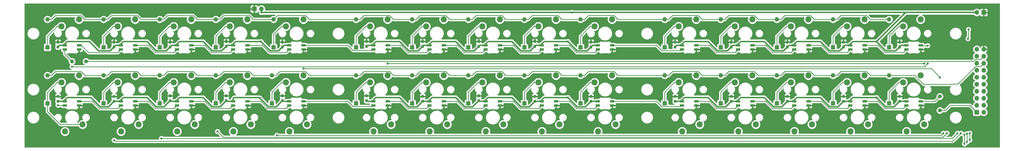
<source format=gbr>
G04 #@! TF.GenerationSoftware,KiCad,Pcbnew,5.1.6+dfsg1-1*
G04 #@! TF.CreationDate,2021-04-10T12:15:02+02:00*
G04 #@! TF.ProjectId,xFaders_keys,78466164-6572-4735-9f6b-6579732e6b69,rev?*
G04 #@! TF.SameCoordinates,Original*
G04 #@! TF.FileFunction,Copper,L2,Bot*
G04 #@! TF.FilePolarity,Positive*
%FSLAX46Y46*%
G04 Gerber Fmt 4.6, Leading zero omitted, Abs format (unit mm)*
G04 Created by KiCad (PCBNEW 5.1.6+dfsg1-1) date 2021-04-10 12:15:02*
%MOMM*%
%LPD*%
G01*
G04 APERTURE LIST*
G04 #@! TA.AperFunction,ComponentPad*
%ADD10O,1.700000X1.700000*%
G04 #@! TD*
G04 #@! TA.AperFunction,ComponentPad*
%ADD11R,1.700000X1.700000*%
G04 #@! TD*
G04 #@! TA.AperFunction,ComponentPad*
%ADD12O,1.600000X1.600000*%
G04 #@! TD*
G04 #@! TA.AperFunction,ComponentPad*
%ADD13R,1.600000X1.600000*%
G04 #@! TD*
G04 #@! TA.AperFunction,ComponentPad*
%ADD14O,1.400000X1.400000*%
G04 #@! TD*
G04 #@! TA.AperFunction,ComponentPad*
%ADD15C,1.400000*%
G04 #@! TD*
G04 #@! TA.AperFunction,ComponentPad*
%ADD16C,2.200000*%
G04 #@! TD*
G04 #@! TA.AperFunction,ViaPad*
%ADD17C,0.800000*%
G04 #@! TD*
G04 #@! TA.AperFunction,Conductor*
%ADD18C,0.250000*%
G04 #@! TD*
G04 #@! TA.AperFunction,Conductor*
%ADD19C,0.500000*%
G04 #@! TD*
G04 #@! TA.AperFunction,Conductor*
%ADD20C,0.254000*%
G04 #@! TD*
G04 APERTURE END LIST*
D10*
X124460000Y-140970000D03*
D11*
X121920000Y-140970000D03*
G04 #@! TA.AperFunction,SMDPad,CuDef*
G36*
G01*
X296402000Y-174099999D02*
X297838000Y-174099999D01*
G75*
G02*
X297920000Y-174181999I0J-82000D01*
G01*
X297920000Y-174837999D01*
G75*
G02*
X297838000Y-174919999I-82000J0D01*
G01*
X296402000Y-174919999D01*
G75*
G02*
X296320000Y-174837999I0J82000D01*
G01*
X296320000Y-174181999D01*
G75*
G02*
X296402000Y-174099999I82000J0D01*
G01*
G37*
G04 #@! TD.AperFunction*
G04 #@! TA.AperFunction,SMDPad,CuDef*
G36*
G01*
X296402000Y-175599999D02*
X297838000Y-175599999D01*
G75*
G02*
X297920000Y-175681999I0J-82000D01*
G01*
X297920000Y-176337999D01*
G75*
G02*
X297838000Y-176419999I-82000J0D01*
G01*
X296402000Y-176419999D01*
G75*
G02*
X296320000Y-176337999I0J82000D01*
G01*
X296320000Y-175681999D01*
G75*
G02*
X296402000Y-175599999I82000J0D01*
G01*
G37*
G04 #@! TD.AperFunction*
G04 #@! TA.AperFunction,SMDPad,CuDef*
G36*
G01*
X301602000Y-174099999D02*
X303038000Y-174099999D01*
G75*
G02*
X303120000Y-174181999I0J-82000D01*
G01*
X303120000Y-174837999D01*
G75*
G02*
X303038000Y-174919999I-82000J0D01*
G01*
X301602000Y-174919999D01*
G75*
G02*
X301520000Y-174837999I0J82000D01*
G01*
X301520000Y-174181999D01*
G75*
G02*
X301602000Y-174099999I82000J0D01*
G01*
G37*
G04 #@! TD.AperFunction*
G04 #@! TA.AperFunction,SMDPad,CuDef*
G36*
G01*
X301602000Y-175599999D02*
X303038000Y-175599999D01*
G75*
G02*
X303120000Y-175681999I0J-82000D01*
G01*
X303120000Y-176337999D01*
G75*
G02*
X303038000Y-176419999I-82000J0D01*
G01*
X301602000Y-176419999D01*
G75*
G02*
X301520000Y-176337999I0J82000D01*
G01*
X301520000Y-175681999D01*
G75*
G02*
X301602000Y-175599999I82000J0D01*
G01*
G37*
G04 #@! TD.AperFunction*
G04 #@! TA.AperFunction,SMDPad,CuDef*
G36*
G01*
X113522000Y-174099999D02*
X114958000Y-174099999D01*
G75*
G02*
X115040000Y-174181999I0J-82000D01*
G01*
X115040000Y-174837999D01*
G75*
G02*
X114958000Y-174919999I-82000J0D01*
G01*
X113522000Y-174919999D01*
G75*
G02*
X113440000Y-174837999I0J82000D01*
G01*
X113440000Y-174181999D01*
G75*
G02*
X113522000Y-174099999I82000J0D01*
G01*
G37*
G04 #@! TD.AperFunction*
G04 #@! TA.AperFunction,SMDPad,CuDef*
G36*
G01*
X113522000Y-175599999D02*
X114958000Y-175599999D01*
G75*
G02*
X115040000Y-175681999I0J-82000D01*
G01*
X115040000Y-176337999D01*
G75*
G02*
X114958000Y-176419999I-82000J0D01*
G01*
X113522000Y-176419999D01*
G75*
G02*
X113440000Y-176337999I0J82000D01*
G01*
X113440000Y-175681999D01*
G75*
G02*
X113522000Y-175599999I82000J0D01*
G01*
G37*
G04 #@! TD.AperFunction*
G04 #@! TA.AperFunction,SMDPad,CuDef*
G36*
G01*
X118722000Y-174099999D02*
X120158000Y-174099999D01*
G75*
G02*
X120240000Y-174181999I0J-82000D01*
G01*
X120240000Y-174837999D01*
G75*
G02*
X120158000Y-174919999I-82000J0D01*
G01*
X118722000Y-174919999D01*
G75*
G02*
X118640000Y-174837999I0J82000D01*
G01*
X118640000Y-174181999D01*
G75*
G02*
X118722000Y-174099999I82000J0D01*
G01*
G37*
G04 #@! TD.AperFunction*
G04 #@! TA.AperFunction,SMDPad,CuDef*
G36*
G01*
X118722000Y-175599999D02*
X120158000Y-175599999D01*
G75*
G02*
X120240000Y-175681999I0J-82000D01*
G01*
X120240000Y-176337999D01*
G75*
G02*
X120158000Y-176419999I-82000J0D01*
G01*
X118722000Y-176419999D01*
G75*
G02*
X118640000Y-176337999I0J82000D01*
G01*
X118640000Y-175681999D01*
G75*
G02*
X118722000Y-175599999I82000J0D01*
G01*
G37*
G04 #@! TD.AperFunction*
G04 #@! TA.AperFunction,SMDPad,CuDef*
G36*
G01*
X72882000Y-174099999D02*
X74318000Y-174099999D01*
G75*
G02*
X74400000Y-174181999I0J-82000D01*
G01*
X74400000Y-174837999D01*
G75*
G02*
X74318000Y-174919999I-82000J0D01*
G01*
X72882000Y-174919999D01*
G75*
G02*
X72800000Y-174837999I0J82000D01*
G01*
X72800000Y-174181999D01*
G75*
G02*
X72882000Y-174099999I82000J0D01*
G01*
G37*
G04 #@! TD.AperFunction*
G04 #@! TA.AperFunction,SMDPad,CuDef*
G36*
G01*
X72882000Y-175599999D02*
X74318000Y-175599999D01*
G75*
G02*
X74400000Y-175681999I0J-82000D01*
G01*
X74400000Y-176337999D01*
G75*
G02*
X74318000Y-176419999I-82000J0D01*
G01*
X72882000Y-176419999D01*
G75*
G02*
X72800000Y-176337999I0J82000D01*
G01*
X72800000Y-175681999D01*
G75*
G02*
X72882000Y-175599999I82000J0D01*
G01*
G37*
G04 #@! TD.AperFunction*
G04 #@! TA.AperFunction,SMDPad,CuDef*
G36*
G01*
X78082000Y-174099999D02*
X79518000Y-174099999D01*
G75*
G02*
X79600000Y-174181999I0J-82000D01*
G01*
X79600000Y-174837999D01*
G75*
G02*
X79518000Y-174919999I-82000J0D01*
G01*
X78082000Y-174919999D01*
G75*
G02*
X78000000Y-174837999I0J82000D01*
G01*
X78000000Y-174181999D01*
G75*
G02*
X78082000Y-174099999I82000J0D01*
G01*
G37*
G04 #@! TD.AperFunction*
G04 #@! TA.AperFunction,SMDPad,CuDef*
G36*
G01*
X78082000Y-175599999D02*
X79518000Y-175599999D01*
G75*
G02*
X79600000Y-175681999I0J-82000D01*
G01*
X79600000Y-176337999D01*
G75*
G02*
X79518000Y-176419999I-82000J0D01*
G01*
X78082000Y-176419999D01*
G75*
G02*
X78000000Y-176337999I0J82000D01*
G01*
X78000000Y-175681999D01*
G75*
G02*
X78082000Y-175599999I82000J0D01*
G01*
G37*
G04 #@! TD.AperFunction*
G04 #@! TA.AperFunction,SMDPad,CuDef*
G36*
G01*
X357362000Y-174099999D02*
X358798000Y-174099999D01*
G75*
G02*
X358880000Y-174181999I0J-82000D01*
G01*
X358880000Y-174837999D01*
G75*
G02*
X358798000Y-174919999I-82000J0D01*
G01*
X357362000Y-174919999D01*
G75*
G02*
X357280000Y-174837999I0J82000D01*
G01*
X357280000Y-174181999D01*
G75*
G02*
X357362000Y-174099999I82000J0D01*
G01*
G37*
G04 #@! TD.AperFunction*
G04 #@! TA.AperFunction,SMDPad,CuDef*
G36*
G01*
X357362000Y-175599999D02*
X358798000Y-175599999D01*
G75*
G02*
X358880000Y-175681999I0J-82000D01*
G01*
X358880000Y-176337999D01*
G75*
G02*
X358798000Y-176419999I-82000J0D01*
G01*
X357362000Y-176419999D01*
G75*
G02*
X357280000Y-176337999I0J82000D01*
G01*
X357280000Y-175681999D01*
G75*
G02*
X357362000Y-175599999I82000J0D01*
G01*
G37*
G04 #@! TD.AperFunction*
G04 #@! TA.AperFunction,SMDPad,CuDef*
G36*
G01*
X362562000Y-174099999D02*
X363998000Y-174099999D01*
G75*
G02*
X364080000Y-174181999I0J-82000D01*
G01*
X364080000Y-174837999D01*
G75*
G02*
X363998000Y-174919999I-82000J0D01*
G01*
X362562000Y-174919999D01*
G75*
G02*
X362480000Y-174837999I0J82000D01*
G01*
X362480000Y-174181999D01*
G75*
G02*
X362562000Y-174099999I82000J0D01*
G01*
G37*
G04 #@! TD.AperFunction*
G04 #@! TA.AperFunction,SMDPad,CuDef*
G36*
G01*
X362562000Y-175599999D02*
X363998000Y-175599999D01*
G75*
G02*
X364080000Y-175681999I0J-82000D01*
G01*
X364080000Y-176337999D01*
G75*
G02*
X363998000Y-176419999I-82000J0D01*
G01*
X362562000Y-176419999D01*
G75*
G02*
X362480000Y-176337999I0J82000D01*
G01*
X362480000Y-175681999D01*
G75*
G02*
X362562000Y-175599999I82000J0D01*
G01*
G37*
G04 #@! TD.AperFunction*
G04 #@! TA.AperFunction,SMDPad,CuDef*
G36*
G01*
X337042000Y-174099999D02*
X338478000Y-174099999D01*
G75*
G02*
X338560000Y-174181999I0J-82000D01*
G01*
X338560000Y-174837999D01*
G75*
G02*
X338478000Y-174919999I-82000J0D01*
G01*
X337042000Y-174919999D01*
G75*
G02*
X336960000Y-174837999I0J82000D01*
G01*
X336960000Y-174181999D01*
G75*
G02*
X337042000Y-174099999I82000J0D01*
G01*
G37*
G04 #@! TD.AperFunction*
G04 #@! TA.AperFunction,SMDPad,CuDef*
G36*
G01*
X337042000Y-175599999D02*
X338478000Y-175599999D01*
G75*
G02*
X338560000Y-175681999I0J-82000D01*
G01*
X338560000Y-176337999D01*
G75*
G02*
X338478000Y-176419999I-82000J0D01*
G01*
X337042000Y-176419999D01*
G75*
G02*
X336960000Y-176337999I0J82000D01*
G01*
X336960000Y-175681999D01*
G75*
G02*
X337042000Y-175599999I82000J0D01*
G01*
G37*
G04 #@! TD.AperFunction*
G04 #@! TA.AperFunction,SMDPad,CuDef*
G36*
G01*
X342242000Y-174099999D02*
X343678000Y-174099999D01*
G75*
G02*
X343760000Y-174181999I0J-82000D01*
G01*
X343760000Y-174837999D01*
G75*
G02*
X343678000Y-174919999I-82000J0D01*
G01*
X342242000Y-174919999D01*
G75*
G02*
X342160000Y-174837999I0J82000D01*
G01*
X342160000Y-174181999D01*
G75*
G02*
X342242000Y-174099999I82000J0D01*
G01*
G37*
G04 #@! TD.AperFunction*
G04 #@! TA.AperFunction,SMDPad,CuDef*
G36*
G01*
X342242000Y-175599999D02*
X343678000Y-175599999D01*
G75*
G02*
X343760000Y-175681999I0J-82000D01*
G01*
X343760000Y-176337999D01*
G75*
G02*
X343678000Y-176419999I-82000J0D01*
G01*
X342242000Y-176419999D01*
G75*
G02*
X342160000Y-176337999I0J82000D01*
G01*
X342160000Y-175681999D01*
G75*
G02*
X342242000Y-175599999I82000J0D01*
G01*
G37*
G04 #@! TD.AperFunction*
G04 #@! TA.AperFunction,SMDPad,CuDef*
G36*
G01*
X316722000Y-174099999D02*
X318158000Y-174099999D01*
G75*
G02*
X318240000Y-174181999I0J-82000D01*
G01*
X318240000Y-174837999D01*
G75*
G02*
X318158000Y-174919999I-82000J0D01*
G01*
X316722000Y-174919999D01*
G75*
G02*
X316640000Y-174837999I0J82000D01*
G01*
X316640000Y-174181999D01*
G75*
G02*
X316722000Y-174099999I82000J0D01*
G01*
G37*
G04 #@! TD.AperFunction*
G04 #@! TA.AperFunction,SMDPad,CuDef*
G36*
G01*
X316722000Y-175599999D02*
X318158000Y-175599999D01*
G75*
G02*
X318240000Y-175681999I0J-82000D01*
G01*
X318240000Y-176337999D01*
G75*
G02*
X318158000Y-176419999I-82000J0D01*
G01*
X316722000Y-176419999D01*
G75*
G02*
X316640000Y-176337999I0J82000D01*
G01*
X316640000Y-175681999D01*
G75*
G02*
X316722000Y-175599999I82000J0D01*
G01*
G37*
G04 #@! TD.AperFunction*
G04 #@! TA.AperFunction,SMDPad,CuDef*
G36*
G01*
X321922000Y-174099999D02*
X323358000Y-174099999D01*
G75*
G02*
X323440000Y-174181999I0J-82000D01*
G01*
X323440000Y-174837999D01*
G75*
G02*
X323358000Y-174919999I-82000J0D01*
G01*
X321922000Y-174919999D01*
G75*
G02*
X321840000Y-174837999I0J82000D01*
G01*
X321840000Y-174181999D01*
G75*
G02*
X321922000Y-174099999I82000J0D01*
G01*
G37*
G04 #@! TD.AperFunction*
G04 #@! TA.AperFunction,SMDPad,CuDef*
G36*
G01*
X321922000Y-175599999D02*
X323358000Y-175599999D01*
G75*
G02*
X323440000Y-175681999I0J-82000D01*
G01*
X323440000Y-176337999D01*
G75*
G02*
X323358000Y-176419999I-82000J0D01*
G01*
X321922000Y-176419999D01*
G75*
G02*
X321840000Y-176337999I0J82000D01*
G01*
X321840000Y-175681999D01*
G75*
G02*
X321922000Y-175599999I82000J0D01*
G01*
G37*
G04 #@! TD.AperFunction*
G04 #@! TA.AperFunction,SMDPad,CuDef*
G36*
G01*
X276082000Y-174099999D02*
X277518000Y-174099999D01*
G75*
G02*
X277600000Y-174181999I0J-82000D01*
G01*
X277600000Y-174837999D01*
G75*
G02*
X277518000Y-174919999I-82000J0D01*
G01*
X276082000Y-174919999D01*
G75*
G02*
X276000000Y-174837999I0J82000D01*
G01*
X276000000Y-174181999D01*
G75*
G02*
X276082000Y-174099999I82000J0D01*
G01*
G37*
G04 #@! TD.AperFunction*
G04 #@! TA.AperFunction,SMDPad,CuDef*
G36*
G01*
X276082000Y-175599999D02*
X277518000Y-175599999D01*
G75*
G02*
X277600000Y-175681999I0J-82000D01*
G01*
X277600000Y-176337999D01*
G75*
G02*
X277518000Y-176419999I-82000J0D01*
G01*
X276082000Y-176419999D01*
G75*
G02*
X276000000Y-176337999I0J82000D01*
G01*
X276000000Y-175681999D01*
G75*
G02*
X276082000Y-175599999I82000J0D01*
G01*
G37*
G04 #@! TD.AperFunction*
G04 #@! TA.AperFunction,SMDPad,CuDef*
G36*
G01*
X281282000Y-174099999D02*
X282718000Y-174099999D01*
G75*
G02*
X282800000Y-174181999I0J-82000D01*
G01*
X282800000Y-174837999D01*
G75*
G02*
X282718000Y-174919999I-82000J0D01*
G01*
X281282000Y-174919999D01*
G75*
G02*
X281200000Y-174837999I0J82000D01*
G01*
X281200000Y-174181999D01*
G75*
G02*
X281282000Y-174099999I82000J0D01*
G01*
G37*
G04 #@! TD.AperFunction*
G04 #@! TA.AperFunction,SMDPad,CuDef*
G36*
G01*
X281282000Y-175599999D02*
X282718000Y-175599999D01*
G75*
G02*
X282800000Y-175681999I0J-82000D01*
G01*
X282800000Y-176337999D01*
G75*
G02*
X282718000Y-176419999I-82000J0D01*
G01*
X281282000Y-176419999D01*
G75*
G02*
X281200000Y-176337999I0J82000D01*
G01*
X281200000Y-175681999D01*
G75*
G02*
X281282000Y-175599999I82000J0D01*
G01*
G37*
G04 #@! TD.AperFunction*
G04 #@! TA.AperFunction,SMDPad,CuDef*
G36*
G01*
X245602000Y-174099999D02*
X247038000Y-174099999D01*
G75*
G02*
X247120000Y-174181999I0J-82000D01*
G01*
X247120000Y-174837999D01*
G75*
G02*
X247038000Y-174919999I-82000J0D01*
G01*
X245602000Y-174919999D01*
G75*
G02*
X245520000Y-174837999I0J82000D01*
G01*
X245520000Y-174181999D01*
G75*
G02*
X245602000Y-174099999I82000J0D01*
G01*
G37*
G04 #@! TD.AperFunction*
G04 #@! TA.AperFunction,SMDPad,CuDef*
G36*
G01*
X245602000Y-175599999D02*
X247038000Y-175599999D01*
G75*
G02*
X247120000Y-175681999I0J-82000D01*
G01*
X247120000Y-176337999D01*
G75*
G02*
X247038000Y-176419999I-82000J0D01*
G01*
X245602000Y-176419999D01*
G75*
G02*
X245520000Y-176337999I0J82000D01*
G01*
X245520000Y-175681999D01*
G75*
G02*
X245602000Y-175599999I82000J0D01*
G01*
G37*
G04 #@! TD.AperFunction*
G04 #@! TA.AperFunction,SMDPad,CuDef*
G36*
G01*
X250802000Y-174099999D02*
X252238000Y-174099999D01*
G75*
G02*
X252320000Y-174181999I0J-82000D01*
G01*
X252320000Y-174837999D01*
G75*
G02*
X252238000Y-174919999I-82000J0D01*
G01*
X250802000Y-174919999D01*
G75*
G02*
X250720000Y-174837999I0J82000D01*
G01*
X250720000Y-174181999D01*
G75*
G02*
X250802000Y-174099999I82000J0D01*
G01*
G37*
G04 #@! TD.AperFunction*
G04 #@! TA.AperFunction,SMDPad,CuDef*
G36*
G01*
X250802000Y-175599999D02*
X252238000Y-175599999D01*
G75*
G02*
X252320000Y-175681999I0J-82000D01*
G01*
X252320000Y-176337999D01*
G75*
G02*
X252238000Y-176419999I-82000J0D01*
G01*
X250802000Y-176419999D01*
G75*
G02*
X250720000Y-176337999I0J82000D01*
G01*
X250720000Y-175681999D01*
G75*
G02*
X250802000Y-175599999I82000J0D01*
G01*
G37*
G04 #@! TD.AperFunction*
G04 #@! TA.AperFunction,SMDPad,CuDef*
G36*
G01*
X225282000Y-174099999D02*
X226718000Y-174099999D01*
G75*
G02*
X226800000Y-174181999I0J-82000D01*
G01*
X226800000Y-174837999D01*
G75*
G02*
X226718000Y-174919999I-82000J0D01*
G01*
X225282000Y-174919999D01*
G75*
G02*
X225200000Y-174837999I0J82000D01*
G01*
X225200000Y-174181999D01*
G75*
G02*
X225282000Y-174099999I82000J0D01*
G01*
G37*
G04 #@! TD.AperFunction*
G04 #@! TA.AperFunction,SMDPad,CuDef*
G36*
G01*
X225282000Y-175599999D02*
X226718000Y-175599999D01*
G75*
G02*
X226800000Y-175681999I0J-82000D01*
G01*
X226800000Y-176337999D01*
G75*
G02*
X226718000Y-176419999I-82000J0D01*
G01*
X225282000Y-176419999D01*
G75*
G02*
X225200000Y-176337999I0J82000D01*
G01*
X225200000Y-175681999D01*
G75*
G02*
X225282000Y-175599999I82000J0D01*
G01*
G37*
G04 #@! TD.AperFunction*
G04 #@! TA.AperFunction,SMDPad,CuDef*
G36*
G01*
X230482000Y-174099999D02*
X231918000Y-174099999D01*
G75*
G02*
X232000000Y-174181999I0J-82000D01*
G01*
X232000000Y-174837999D01*
G75*
G02*
X231918000Y-174919999I-82000J0D01*
G01*
X230482000Y-174919999D01*
G75*
G02*
X230400000Y-174837999I0J82000D01*
G01*
X230400000Y-174181999D01*
G75*
G02*
X230482000Y-174099999I82000J0D01*
G01*
G37*
G04 #@! TD.AperFunction*
G04 #@! TA.AperFunction,SMDPad,CuDef*
G36*
G01*
X230482000Y-175599999D02*
X231918000Y-175599999D01*
G75*
G02*
X232000000Y-175681999I0J-82000D01*
G01*
X232000000Y-176337999D01*
G75*
G02*
X231918000Y-176419999I-82000J0D01*
G01*
X230482000Y-176419999D01*
G75*
G02*
X230400000Y-176337999I0J82000D01*
G01*
X230400000Y-175681999D01*
G75*
G02*
X230482000Y-175599999I82000J0D01*
G01*
G37*
G04 #@! TD.AperFunction*
G04 #@! TA.AperFunction,SMDPad,CuDef*
G36*
G01*
X204962000Y-174099999D02*
X206398000Y-174099999D01*
G75*
G02*
X206480000Y-174181999I0J-82000D01*
G01*
X206480000Y-174837999D01*
G75*
G02*
X206398000Y-174919999I-82000J0D01*
G01*
X204962000Y-174919999D01*
G75*
G02*
X204880000Y-174837999I0J82000D01*
G01*
X204880000Y-174181999D01*
G75*
G02*
X204962000Y-174099999I82000J0D01*
G01*
G37*
G04 #@! TD.AperFunction*
G04 #@! TA.AperFunction,SMDPad,CuDef*
G36*
G01*
X204962000Y-175599999D02*
X206398000Y-175599999D01*
G75*
G02*
X206480000Y-175681999I0J-82000D01*
G01*
X206480000Y-176337999D01*
G75*
G02*
X206398000Y-176419999I-82000J0D01*
G01*
X204962000Y-176419999D01*
G75*
G02*
X204880000Y-176337999I0J82000D01*
G01*
X204880000Y-175681999D01*
G75*
G02*
X204962000Y-175599999I82000J0D01*
G01*
G37*
G04 #@! TD.AperFunction*
G04 #@! TA.AperFunction,SMDPad,CuDef*
G36*
G01*
X210162000Y-174099999D02*
X211598000Y-174099999D01*
G75*
G02*
X211680000Y-174181999I0J-82000D01*
G01*
X211680000Y-174837999D01*
G75*
G02*
X211598000Y-174919999I-82000J0D01*
G01*
X210162000Y-174919999D01*
G75*
G02*
X210080000Y-174837999I0J82000D01*
G01*
X210080000Y-174181999D01*
G75*
G02*
X210162000Y-174099999I82000J0D01*
G01*
G37*
G04 #@! TD.AperFunction*
G04 #@! TA.AperFunction,SMDPad,CuDef*
G36*
G01*
X210162000Y-175599999D02*
X211598000Y-175599999D01*
G75*
G02*
X211680000Y-175681999I0J-82000D01*
G01*
X211680000Y-176337999D01*
G75*
G02*
X211598000Y-176419999I-82000J0D01*
G01*
X210162000Y-176419999D01*
G75*
G02*
X210080000Y-176337999I0J82000D01*
G01*
X210080000Y-175681999D01*
G75*
G02*
X210162000Y-175599999I82000J0D01*
G01*
G37*
G04 #@! TD.AperFunction*
G04 #@! TA.AperFunction,SMDPad,CuDef*
G36*
G01*
X184642000Y-174099999D02*
X186078000Y-174099999D01*
G75*
G02*
X186160000Y-174181999I0J-82000D01*
G01*
X186160000Y-174837999D01*
G75*
G02*
X186078000Y-174919999I-82000J0D01*
G01*
X184642000Y-174919999D01*
G75*
G02*
X184560000Y-174837999I0J82000D01*
G01*
X184560000Y-174181999D01*
G75*
G02*
X184642000Y-174099999I82000J0D01*
G01*
G37*
G04 #@! TD.AperFunction*
G04 #@! TA.AperFunction,SMDPad,CuDef*
G36*
G01*
X184642000Y-175599999D02*
X186078000Y-175599999D01*
G75*
G02*
X186160000Y-175681999I0J-82000D01*
G01*
X186160000Y-176337999D01*
G75*
G02*
X186078000Y-176419999I-82000J0D01*
G01*
X184642000Y-176419999D01*
G75*
G02*
X184560000Y-176337999I0J82000D01*
G01*
X184560000Y-175681999D01*
G75*
G02*
X184642000Y-175599999I82000J0D01*
G01*
G37*
G04 #@! TD.AperFunction*
G04 #@! TA.AperFunction,SMDPad,CuDef*
G36*
G01*
X189842000Y-174099999D02*
X191278000Y-174099999D01*
G75*
G02*
X191360000Y-174181999I0J-82000D01*
G01*
X191360000Y-174837999D01*
G75*
G02*
X191278000Y-174919999I-82000J0D01*
G01*
X189842000Y-174919999D01*
G75*
G02*
X189760000Y-174837999I0J82000D01*
G01*
X189760000Y-174181999D01*
G75*
G02*
X189842000Y-174099999I82000J0D01*
G01*
G37*
G04 #@! TD.AperFunction*
G04 #@! TA.AperFunction,SMDPad,CuDef*
G36*
G01*
X189842000Y-175599999D02*
X191278000Y-175599999D01*
G75*
G02*
X191360000Y-175681999I0J-82000D01*
G01*
X191360000Y-176337999D01*
G75*
G02*
X191278000Y-176419999I-82000J0D01*
G01*
X189842000Y-176419999D01*
G75*
G02*
X189760000Y-176337999I0J82000D01*
G01*
X189760000Y-175681999D01*
G75*
G02*
X189842000Y-175599999I82000J0D01*
G01*
G37*
G04 #@! TD.AperFunction*
G04 #@! TA.AperFunction,SMDPad,CuDef*
G36*
G01*
X164322000Y-174099999D02*
X165758000Y-174099999D01*
G75*
G02*
X165840000Y-174181999I0J-82000D01*
G01*
X165840000Y-174837999D01*
G75*
G02*
X165758000Y-174919999I-82000J0D01*
G01*
X164322000Y-174919999D01*
G75*
G02*
X164240000Y-174837999I0J82000D01*
G01*
X164240000Y-174181999D01*
G75*
G02*
X164322000Y-174099999I82000J0D01*
G01*
G37*
G04 #@! TD.AperFunction*
G04 #@! TA.AperFunction,SMDPad,CuDef*
G36*
G01*
X164322000Y-175599999D02*
X165758000Y-175599999D01*
G75*
G02*
X165840000Y-175681999I0J-82000D01*
G01*
X165840000Y-176337999D01*
G75*
G02*
X165758000Y-176419999I-82000J0D01*
G01*
X164322000Y-176419999D01*
G75*
G02*
X164240000Y-176337999I0J82000D01*
G01*
X164240000Y-175681999D01*
G75*
G02*
X164322000Y-175599999I82000J0D01*
G01*
G37*
G04 #@! TD.AperFunction*
G04 #@! TA.AperFunction,SMDPad,CuDef*
G36*
G01*
X169522000Y-174099999D02*
X170958000Y-174099999D01*
G75*
G02*
X171040000Y-174181999I0J-82000D01*
G01*
X171040000Y-174837999D01*
G75*
G02*
X170958000Y-174919999I-82000J0D01*
G01*
X169522000Y-174919999D01*
G75*
G02*
X169440000Y-174837999I0J82000D01*
G01*
X169440000Y-174181999D01*
G75*
G02*
X169522000Y-174099999I82000J0D01*
G01*
G37*
G04 #@! TD.AperFunction*
G04 #@! TA.AperFunction,SMDPad,CuDef*
G36*
G01*
X169522000Y-175599999D02*
X170958000Y-175599999D01*
G75*
G02*
X171040000Y-175681999I0J-82000D01*
G01*
X171040000Y-176337999D01*
G75*
G02*
X170958000Y-176419999I-82000J0D01*
G01*
X169522000Y-176419999D01*
G75*
G02*
X169440000Y-176337999I0J82000D01*
G01*
X169440000Y-175681999D01*
G75*
G02*
X169522000Y-175599999I82000J0D01*
G01*
G37*
G04 #@! TD.AperFunction*
G04 #@! TA.AperFunction,SMDPad,CuDef*
G36*
G01*
X133842000Y-174099999D02*
X135278000Y-174099999D01*
G75*
G02*
X135360000Y-174181999I0J-82000D01*
G01*
X135360000Y-174837999D01*
G75*
G02*
X135278000Y-174919999I-82000J0D01*
G01*
X133842000Y-174919999D01*
G75*
G02*
X133760000Y-174837999I0J82000D01*
G01*
X133760000Y-174181999D01*
G75*
G02*
X133842000Y-174099999I82000J0D01*
G01*
G37*
G04 #@! TD.AperFunction*
G04 #@! TA.AperFunction,SMDPad,CuDef*
G36*
G01*
X133842000Y-175599999D02*
X135278000Y-175599999D01*
G75*
G02*
X135360000Y-175681999I0J-82000D01*
G01*
X135360000Y-176337999D01*
G75*
G02*
X135278000Y-176419999I-82000J0D01*
G01*
X133842000Y-176419999D01*
G75*
G02*
X133760000Y-176337999I0J82000D01*
G01*
X133760000Y-175681999D01*
G75*
G02*
X133842000Y-175599999I82000J0D01*
G01*
G37*
G04 #@! TD.AperFunction*
G04 #@! TA.AperFunction,SMDPad,CuDef*
G36*
G01*
X139042000Y-174099999D02*
X140478000Y-174099999D01*
G75*
G02*
X140560000Y-174181999I0J-82000D01*
G01*
X140560000Y-174837999D01*
G75*
G02*
X140478000Y-174919999I-82000J0D01*
G01*
X139042000Y-174919999D01*
G75*
G02*
X138960000Y-174837999I0J82000D01*
G01*
X138960000Y-174181999D01*
G75*
G02*
X139042000Y-174099999I82000J0D01*
G01*
G37*
G04 #@! TD.AperFunction*
G04 #@! TA.AperFunction,SMDPad,CuDef*
G36*
G01*
X139042000Y-175599999D02*
X140478000Y-175599999D01*
G75*
G02*
X140560000Y-175681999I0J-82000D01*
G01*
X140560000Y-176337999D01*
G75*
G02*
X140478000Y-176419999I-82000J0D01*
G01*
X139042000Y-176419999D01*
G75*
G02*
X138960000Y-176337999I0J82000D01*
G01*
X138960000Y-175681999D01*
G75*
G02*
X139042000Y-175599999I82000J0D01*
G01*
G37*
G04 #@! TD.AperFunction*
G04 #@! TA.AperFunction,SMDPad,CuDef*
G36*
G01*
X93202000Y-174099999D02*
X94638000Y-174099999D01*
G75*
G02*
X94720000Y-174181999I0J-82000D01*
G01*
X94720000Y-174837999D01*
G75*
G02*
X94638000Y-174919999I-82000J0D01*
G01*
X93202000Y-174919999D01*
G75*
G02*
X93120000Y-174837999I0J82000D01*
G01*
X93120000Y-174181999D01*
G75*
G02*
X93202000Y-174099999I82000J0D01*
G01*
G37*
G04 #@! TD.AperFunction*
G04 #@! TA.AperFunction,SMDPad,CuDef*
G36*
G01*
X93202000Y-175599999D02*
X94638000Y-175599999D01*
G75*
G02*
X94720000Y-175681999I0J-82000D01*
G01*
X94720000Y-176337999D01*
G75*
G02*
X94638000Y-176419999I-82000J0D01*
G01*
X93202000Y-176419999D01*
G75*
G02*
X93120000Y-176337999I0J82000D01*
G01*
X93120000Y-175681999D01*
G75*
G02*
X93202000Y-175599999I82000J0D01*
G01*
G37*
G04 #@! TD.AperFunction*
G04 #@! TA.AperFunction,SMDPad,CuDef*
G36*
G01*
X98402000Y-174099999D02*
X99838000Y-174099999D01*
G75*
G02*
X99920000Y-174181999I0J-82000D01*
G01*
X99920000Y-174837999D01*
G75*
G02*
X99838000Y-174919999I-82000J0D01*
G01*
X98402000Y-174919999D01*
G75*
G02*
X98320000Y-174837999I0J82000D01*
G01*
X98320000Y-174181999D01*
G75*
G02*
X98402000Y-174099999I82000J0D01*
G01*
G37*
G04 #@! TD.AperFunction*
G04 #@! TA.AperFunction,SMDPad,CuDef*
G36*
G01*
X98402000Y-175599999D02*
X99838000Y-175599999D01*
G75*
G02*
X99920000Y-175681999I0J-82000D01*
G01*
X99920000Y-176337999D01*
G75*
G02*
X99838000Y-176419999I-82000J0D01*
G01*
X98402000Y-176419999D01*
G75*
G02*
X98320000Y-176337999I0J82000D01*
G01*
X98320000Y-175681999D01*
G75*
G02*
X98402000Y-175599999I82000J0D01*
G01*
G37*
G04 #@! TD.AperFunction*
G04 #@! TA.AperFunction,SMDPad,CuDef*
G36*
G01*
X52562000Y-174099999D02*
X53998000Y-174099999D01*
G75*
G02*
X54080000Y-174181999I0J-82000D01*
G01*
X54080000Y-174837999D01*
G75*
G02*
X53998000Y-174919999I-82000J0D01*
G01*
X52562000Y-174919999D01*
G75*
G02*
X52480000Y-174837999I0J82000D01*
G01*
X52480000Y-174181999D01*
G75*
G02*
X52562000Y-174099999I82000J0D01*
G01*
G37*
G04 #@! TD.AperFunction*
G04 #@! TA.AperFunction,SMDPad,CuDef*
G36*
G01*
X52562000Y-175599999D02*
X53998000Y-175599999D01*
G75*
G02*
X54080000Y-175681999I0J-82000D01*
G01*
X54080000Y-176337999D01*
G75*
G02*
X53998000Y-176419999I-82000J0D01*
G01*
X52562000Y-176419999D01*
G75*
G02*
X52480000Y-176337999I0J82000D01*
G01*
X52480000Y-175681999D01*
G75*
G02*
X52562000Y-175599999I82000J0D01*
G01*
G37*
G04 #@! TD.AperFunction*
G04 #@! TA.AperFunction,SMDPad,CuDef*
G36*
G01*
X57762000Y-174099999D02*
X59198000Y-174099999D01*
G75*
G02*
X59280000Y-174181999I0J-82000D01*
G01*
X59280000Y-174837999D01*
G75*
G02*
X59198000Y-174919999I-82000J0D01*
G01*
X57762000Y-174919999D01*
G75*
G02*
X57680000Y-174837999I0J82000D01*
G01*
X57680000Y-174181999D01*
G75*
G02*
X57762000Y-174099999I82000J0D01*
G01*
G37*
G04 #@! TD.AperFunction*
G04 #@! TA.AperFunction,SMDPad,CuDef*
G36*
G01*
X57762000Y-175599999D02*
X59198000Y-175599999D01*
G75*
G02*
X59280000Y-175681999I0J-82000D01*
G01*
X59280000Y-176337999D01*
G75*
G02*
X59198000Y-176419999I-82000J0D01*
G01*
X57762000Y-176419999D01*
G75*
G02*
X57680000Y-176337999I0J82000D01*
G01*
X57680000Y-175681999D01*
G75*
G02*
X57762000Y-175599999I82000J0D01*
G01*
G37*
G04 #@! TD.AperFunction*
G04 #@! TA.AperFunction,SMDPad,CuDef*
G36*
G01*
X357362000Y-153779999D02*
X358798000Y-153779999D01*
G75*
G02*
X358880000Y-153861999I0J-82000D01*
G01*
X358880000Y-154517999D01*
G75*
G02*
X358798000Y-154599999I-82000J0D01*
G01*
X357362000Y-154599999D01*
G75*
G02*
X357280000Y-154517999I0J82000D01*
G01*
X357280000Y-153861999D01*
G75*
G02*
X357362000Y-153779999I82000J0D01*
G01*
G37*
G04 #@! TD.AperFunction*
G04 #@! TA.AperFunction,SMDPad,CuDef*
G36*
G01*
X357362000Y-155279999D02*
X358798000Y-155279999D01*
G75*
G02*
X358880000Y-155361999I0J-82000D01*
G01*
X358880000Y-156017999D01*
G75*
G02*
X358798000Y-156099999I-82000J0D01*
G01*
X357362000Y-156099999D01*
G75*
G02*
X357280000Y-156017999I0J82000D01*
G01*
X357280000Y-155361999D01*
G75*
G02*
X357362000Y-155279999I82000J0D01*
G01*
G37*
G04 #@! TD.AperFunction*
G04 #@! TA.AperFunction,SMDPad,CuDef*
G36*
G01*
X362562000Y-153779999D02*
X363998000Y-153779999D01*
G75*
G02*
X364080000Y-153861999I0J-82000D01*
G01*
X364080000Y-154517999D01*
G75*
G02*
X363998000Y-154599999I-82000J0D01*
G01*
X362562000Y-154599999D01*
G75*
G02*
X362480000Y-154517999I0J82000D01*
G01*
X362480000Y-153861999D01*
G75*
G02*
X362562000Y-153779999I82000J0D01*
G01*
G37*
G04 #@! TD.AperFunction*
G04 #@! TA.AperFunction,SMDPad,CuDef*
G36*
G01*
X362562000Y-155279999D02*
X363998000Y-155279999D01*
G75*
G02*
X364080000Y-155361999I0J-82000D01*
G01*
X364080000Y-156017999D01*
G75*
G02*
X363998000Y-156099999I-82000J0D01*
G01*
X362562000Y-156099999D01*
G75*
G02*
X362480000Y-156017999I0J82000D01*
G01*
X362480000Y-155361999D01*
G75*
G02*
X362562000Y-155279999I82000J0D01*
G01*
G37*
G04 #@! TD.AperFunction*
G04 #@! TA.AperFunction,SMDPad,CuDef*
G36*
G01*
X337042000Y-153779999D02*
X338478000Y-153779999D01*
G75*
G02*
X338560000Y-153861999I0J-82000D01*
G01*
X338560000Y-154517999D01*
G75*
G02*
X338478000Y-154599999I-82000J0D01*
G01*
X337042000Y-154599999D01*
G75*
G02*
X336960000Y-154517999I0J82000D01*
G01*
X336960000Y-153861999D01*
G75*
G02*
X337042000Y-153779999I82000J0D01*
G01*
G37*
G04 #@! TD.AperFunction*
G04 #@! TA.AperFunction,SMDPad,CuDef*
G36*
G01*
X337042000Y-155279999D02*
X338478000Y-155279999D01*
G75*
G02*
X338560000Y-155361999I0J-82000D01*
G01*
X338560000Y-156017999D01*
G75*
G02*
X338478000Y-156099999I-82000J0D01*
G01*
X337042000Y-156099999D01*
G75*
G02*
X336960000Y-156017999I0J82000D01*
G01*
X336960000Y-155361999D01*
G75*
G02*
X337042000Y-155279999I82000J0D01*
G01*
G37*
G04 #@! TD.AperFunction*
G04 #@! TA.AperFunction,SMDPad,CuDef*
G36*
G01*
X342242000Y-153779999D02*
X343678000Y-153779999D01*
G75*
G02*
X343760000Y-153861999I0J-82000D01*
G01*
X343760000Y-154517999D01*
G75*
G02*
X343678000Y-154599999I-82000J0D01*
G01*
X342242000Y-154599999D01*
G75*
G02*
X342160000Y-154517999I0J82000D01*
G01*
X342160000Y-153861999D01*
G75*
G02*
X342242000Y-153779999I82000J0D01*
G01*
G37*
G04 #@! TD.AperFunction*
G04 #@! TA.AperFunction,SMDPad,CuDef*
G36*
G01*
X342242000Y-155279999D02*
X343678000Y-155279999D01*
G75*
G02*
X343760000Y-155361999I0J-82000D01*
G01*
X343760000Y-156017999D01*
G75*
G02*
X343678000Y-156099999I-82000J0D01*
G01*
X342242000Y-156099999D01*
G75*
G02*
X342160000Y-156017999I0J82000D01*
G01*
X342160000Y-155361999D01*
G75*
G02*
X342242000Y-155279999I82000J0D01*
G01*
G37*
G04 #@! TD.AperFunction*
G04 #@! TA.AperFunction,SMDPad,CuDef*
G36*
G01*
X316722000Y-153779999D02*
X318158000Y-153779999D01*
G75*
G02*
X318240000Y-153861999I0J-82000D01*
G01*
X318240000Y-154517999D01*
G75*
G02*
X318158000Y-154599999I-82000J0D01*
G01*
X316722000Y-154599999D01*
G75*
G02*
X316640000Y-154517999I0J82000D01*
G01*
X316640000Y-153861999D01*
G75*
G02*
X316722000Y-153779999I82000J0D01*
G01*
G37*
G04 #@! TD.AperFunction*
G04 #@! TA.AperFunction,SMDPad,CuDef*
G36*
G01*
X316722000Y-155279999D02*
X318158000Y-155279999D01*
G75*
G02*
X318240000Y-155361999I0J-82000D01*
G01*
X318240000Y-156017999D01*
G75*
G02*
X318158000Y-156099999I-82000J0D01*
G01*
X316722000Y-156099999D01*
G75*
G02*
X316640000Y-156017999I0J82000D01*
G01*
X316640000Y-155361999D01*
G75*
G02*
X316722000Y-155279999I82000J0D01*
G01*
G37*
G04 #@! TD.AperFunction*
G04 #@! TA.AperFunction,SMDPad,CuDef*
G36*
G01*
X321922000Y-153779999D02*
X323358000Y-153779999D01*
G75*
G02*
X323440000Y-153861999I0J-82000D01*
G01*
X323440000Y-154517999D01*
G75*
G02*
X323358000Y-154599999I-82000J0D01*
G01*
X321922000Y-154599999D01*
G75*
G02*
X321840000Y-154517999I0J82000D01*
G01*
X321840000Y-153861999D01*
G75*
G02*
X321922000Y-153779999I82000J0D01*
G01*
G37*
G04 #@! TD.AperFunction*
G04 #@! TA.AperFunction,SMDPad,CuDef*
G36*
G01*
X321922000Y-155279999D02*
X323358000Y-155279999D01*
G75*
G02*
X323440000Y-155361999I0J-82000D01*
G01*
X323440000Y-156017999D01*
G75*
G02*
X323358000Y-156099999I-82000J0D01*
G01*
X321922000Y-156099999D01*
G75*
G02*
X321840000Y-156017999I0J82000D01*
G01*
X321840000Y-155361999D01*
G75*
G02*
X321922000Y-155279999I82000J0D01*
G01*
G37*
G04 #@! TD.AperFunction*
G04 #@! TA.AperFunction,SMDPad,CuDef*
G36*
G01*
X296402000Y-153779999D02*
X297838000Y-153779999D01*
G75*
G02*
X297920000Y-153861999I0J-82000D01*
G01*
X297920000Y-154517999D01*
G75*
G02*
X297838000Y-154599999I-82000J0D01*
G01*
X296402000Y-154599999D01*
G75*
G02*
X296320000Y-154517999I0J82000D01*
G01*
X296320000Y-153861999D01*
G75*
G02*
X296402000Y-153779999I82000J0D01*
G01*
G37*
G04 #@! TD.AperFunction*
G04 #@! TA.AperFunction,SMDPad,CuDef*
G36*
G01*
X296402000Y-155279999D02*
X297838000Y-155279999D01*
G75*
G02*
X297920000Y-155361999I0J-82000D01*
G01*
X297920000Y-156017999D01*
G75*
G02*
X297838000Y-156099999I-82000J0D01*
G01*
X296402000Y-156099999D01*
G75*
G02*
X296320000Y-156017999I0J82000D01*
G01*
X296320000Y-155361999D01*
G75*
G02*
X296402000Y-155279999I82000J0D01*
G01*
G37*
G04 #@! TD.AperFunction*
G04 #@! TA.AperFunction,SMDPad,CuDef*
G36*
G01*
X301602000Y-153779999D02*
X303038000Y-153779999D01*
G75*
G02*
X303120000Y-153861999I0J-82000D01*
G01*
X303120000Y-154517999D01*
G75*
G02*
X303038000Y-154599999I-82000J0D01*
G01*
X301602000Y-154599999D01*
G75*
G02*
X301520000Y-154517999I0J82000D01*
G01*
X301520000Y-153861999D01*
G75*
G02*
X301602000Y-153779999I82000J0D01*
G01*
G37*
G04 #@! TD.AperFunction*
G04 #@! TA.AperFunction,SMDPad,CuDef*
G36*
G01*
X301602000Y-155279999D02*
X303038000Y-155279999D01*
G75*
G02*
X303120000Y-155361999I0J-82000D01*
G01*
X303120000Y-156017999D01*
G75*
G02*
X303038000Y-156099999I-82000J0D01*
G01*
X301602000Y-156099999D01*
G75*
G02*
X301520000Y-156017999I0J82000D01*
G01*
X301520000Y-155361999D01*
G75*
G02*
X301602000Y-155279999I82000J0D01*
G01*
G37*
G04 #@! TD.AperFunction*
G04 #@! TA.AperFunction,SMDPad,CuDef*
G36*
G01*
X276082000Y-153779999D02*
X277518000Y-153779999D01*
G75*
G02*
X277600000Y-153861999I0J-82000D01*
G01*
X277600000Y-154517999D01*
G75*
G02*
X277518000Y-154599999I-82000J0D01*
G01*
X276082000Y-154599999D01*
G75*
G02*
X276000000Y-154517999I0J82000D01*
G01*
X276000000Y-153861999D01*
G75*
G02*
X276082000Y-153779999I82000J0D01*
G01*
G37*
G04 #@! TD.AperFunction*
G04 #@! TA.AperFunction,SMDPad,CuDef*
G36*
G01*
X276082000Y-155279999D02*
X277518000Y-155279999D01*
G75*
G02*
X277600000Y-155361999I0J-82000D01*
G01*
X277600000Y-156017999D01*
G75*
G02*
X277518000Y-156099999I-82000J0D01*
G01*
X276082000Y-156099999D01*
G75*
G02*
X276000000Y-156017999I0J82000D01*
G01*
X276000000Y-155361999D01*
G75*
G02*
X276082000Y-155279999I82000J0D01*
G01*
G37*
G04 #@! TD.AperFunction*
G04 #@! TA.AperFunction,SMDPad,CuDef*
G36*
G01*
X281282000Y-153779999D02*
X282718000Y-153779999D01*
G75*
G02*
X282800000Y-153861999I0J-82000D01*
G01*
X282800000Y-154517999D01*
G75*
G02*
X282718000Y-154599999I-82000J0D01*
G01*
X281282000Y-154599999D01*
G75*
G02*
X281200000Y-154517999I0J82000D01*
G01*
X281200000Y-153861999D01*
G75*
G02*
X281282000Y-153779999I82000J0D01*
G01*
G37*
G04 #@! TD.AperFunction*
G04 #@! TA.AperFunction,SMDPad,CuDef*
G36*
G01*
X281282000Y-155279999D02*
X282718000Y-155279999D01*
G75*
G02*
X282800000Y-155361999I0J-82000D01*
G01*
X282800000Y-156017999D01*
G75*
G02*
X282718000Y-156099999I-82000J0D01*
G01*
X281282000Y-156099999D01*
G75*
G02*
X281200000Y-156017999I0J82000D01*
G01*
X281200000Y-155361999D01*
G75*
G02*
X281282000Y-155279999I82000J0D01*
G01*
G37*
G04 #@! TD.AperFunction*
G04 #@! TA.AperFunction,SMDPad,CuDef*
G36*
G01*
X245602000Y-153779999D02*
X247038000Y-153779999D01*
G75*
G02*
X247120000Y-153861999I0J-82000D01*
G01*
X247120000Y-154517999D01*
G75*
G02*
X247038000Y-154599999I-82000J0D01*
G01*
X245602000Y-154599999D01*
G75*
G02*
X245520000Y-154517999I0J82000D01*
G01*
X245520000Y-153861999D01*
G75*
G02*
X245602000Y-153779999I82000J0D01*
G01*
G37*
G04 #@! TD.AperFunction*
G04 #@! TA.AperFunction,SMDPad,CuDef*
G36*
G01*
X245602000Y-155279999D02*
X247038000Y-155279999D01*
G75*
G02*
X247120000Y-155361999I0J-82000D01*
G01*
X247120000Y-156017999D01*
G75*
G02*
X247038000Y-156099999I-82000J0D01*
G01*
X245602000Y-156099999D01*
G75*
G02*
X245520000Y-156017999I0J82000D01*
G01*
X245520000Y-155361999D01*
G75*
G02*
X245602000Y-155279999I82000J0D01*
G01*
G37*
G04 #@! TD.AperFunction*
G04 #@! TA.AperFunction,SMDPad,CuDef*
G36*
G01*
X250802000Y-153779999D02*
X252238000Y-153779999D01*
G75*
G02*
X252320000Y-153861999I0J-82000D01*
G01*
X252320000Y-154517999D01*
G75*
G02*
X252238000Y-154599999I-82000J0D01*
G01*
X250802000Y-154599999D01*
G75*
G02*
X250720000Y-154517999I0J82000D01*
G01*
X250720000Y-153861999D01*
G75*
G02*
X250802000Y-153779999I82000J0D01*
G01*
G37*
G04 #@! TD.AperFunction*
G04 #@! TA.AperFunction,SMDPad,CuDef*
G36*
G01*
X250802000Y-155279999D02*
X252238000Y-155279999D01*
G75*
G02*
X252320000Y-155361999I0J-82000D01*
G01*
X252320000Y-156017999D01*
G75*
G02*
X252238000Y-156099999I-82000J0D01*
G01*
X250802000Y-156099999D01*
G75*
G02*
X250720000Y-156017999I0J82000D01*
G01*
X250720000Y-155361999D01*
G75*
G02*
X250802000Y-155279999I82000J0D01*
G01*
G37*
G04 #@! TD.AperFunction*
G04 #@! TA.AperFunction,SMDPad,CuDef*
G36*
G01*
X225282000Y-153779999D02*
X226718000Y-153779999D01*
G75*
G02*
X226800000Y-153861999I0J-82000D01*
G01*
X226800000Y-154517999D01*
G75*
G02*
X226718000Y-154599999I-82000J0D01*
G01*
X225282000Y-154599999D01*
G75*
G02*
X225200000Y-154517999I0J82000D01*
G01*
X225200000Y-153861999D01*
G75*
G02*
X225282000Y-153779999I82000J0D01*
G01*
G37*
G04 #@! TD.AperFunction*
G04 #@! TA.AperFunction,SMDPad,CuDef*
G36*
G01*
X225282000Y-155279999D02*
X226718000Y-155279999D01*
G75*
G02*
X226800000Y-155361999I0J-82000D01*
G01*
X226800000Y-156017999D01*
G75*
G02*
X226718000Y-156099999I-82000J0D01*
G01*
X225282000Y-156099999D01*
G75*
G02*
X225200000Y-156017999I0J82000D01*
G01*
X225200000Y-155361999D01*
G75*
G02*
X225282000Y-155279999I82000J0D01*
G01*
G37*
G04 #@! TD.AperFunction*
G04 #@! TA.AperFunction,SMDPad,CuDef*
G36*
G01*
X230482000Y-153779999D02*
X231918000Y-153779999D01*
G75*
G02*
X232000000Y-153861999I0J-82000D01*
G01*
X232000000Y-154517999D01*
G75*
G02*
X231918000Y-154599999I-82000J0D01*
G01*
X230482000Y-154599999D01*
G75*
G02*
X230400000Y-154517999I0J82000D01*
G01*
X230400000Y-153861999D01*
G75*
G02*
X230482000Y-153779999I82000J0D01*
G01*
G37*
G04 #@! TD.AperFunction*
G04 #@! TA.AperFunction,SMDPad,CuDef*
G36*
G01*
X230482000Y-155279999D02*
X231918000Y-155279999D01*
G75*
G02*
X232000000Y-155361999I0J-82000D01*
G01*
X232000000Y-156017999D01*
G75*
G02*
X231918000Y-156099999I-82000J0D01*
G01*
X230482000Y-156099999D01*
G75*
G02*
X230400000Y-156017999I0J82000D01*
G01*
X230400000Y-155361999D01*
G75*
G02*
X230482000Y-155279999I82000J0D01*
G01*
G37*
G04 #@! TD.AperFunction*
G04 #@! TA.AperFunction,SMDPad,CuDef*
G36*
G01*
X204962000Y-153779999D02*
X206398000Y-153779999D01*
G75*
G02*
X206480000Y-153861999I0J-82000D01*
G01*
X206480000Y-154517999D01*
G75*
G02*
X206398000Y-154599999I-82000J0D01*
G01*
X204962000Y-154599999D01*
G75*
G02*
X204880000Y-154517999I0J82000D01*
G01*
X204880000Y-153861999D01*
G75*
G02*
X204962000Y-153779999I82000J0D01*
G01*
G37*
G04 #@! TD.AperFunction*
G04 #@! TA.AperFunction,SMDPad,CuDef*
G36*
G01*
X204962000Y-155279999D02*
X206398000Y-155279999D01*
G75*
G02*
X206480000Y-155361999I0J-82000D01*
G01*
X206480000Y-156017999D01*
G75*
G02*
X206398000Y-156099999I-82000J0D01*
G01*
X204962000Y-156099999D01*
G75*
G02*
X204880000Y-156017999I0J82000D01*
G01*
X204880000Y-155361999D01*
G75*
G02*
X204962000Y-155279999I82000J0D01*
G01*
G37*
G04 #@! TD.AperFunction*
G04 #@! TA.AperFunction,SMDPad,CuDef*
G36*
G01*
X210162000Y-153779999D02*
X211598000Y-153779999D01*
G75*
G02*
X211680000Y-153861999I0J-82000D01*
G01*
X211680000Y-154517999D01*
G75*
G02*
X211598000Y-154599999I-82000J0D01*
G01*
X210162000Y-154599999D01*
G75*
G02*
X210080000Y-154517999I0J82000D01*
G01*
X210080000Y-153861999D01*
G75*
G02*
X210162000Y-153779999I82000J0D01*
G01*
G37*
G04 #@! TD.AperFunction*
G04 #@! TA.AperFunction,SMDPad,CuDef*
G36*
G01*
X210162000Y-155279999D02*
X211598000Y-155279999D01*
G75*
G02*
X211680000Y-155361999I0J-82000D01*
G01*
X211680000Y-156017999D01*
G75*
G02*
X211598000Y-156099999I-82000J0D01*
G01*
X210162000Y-156099999D01*
G75*
G02*
X210080000Y-156017999I0J82000D01*
G01*
X210080000Y-155361999D01*
G75*
G02*
X210162000Y-155279999I82000J0D01*
G01*
G37*
G04 #@! TD.AperFunction*
G04 #@! TA.AperFunction,SMDPad,CuDef*
G36*
G01*
X184642000Y-153779999D02*
X186078000Y-153779999D01*
G75*
G02*
X186160000Y-153861999I0J-82000D01*
G01*
X186160000Y-154517999D01*
G75*
G02*
X186078000Y-154599999I-82000J0D01*
G01*
X184642000Y-154599999D01*
G75*
G02*
X184560000Y-154517999I0J82000D01*
G01*
X184560000Y-153861999D01*
G75*
G02*
X184642000Y-153779999I82000J0D01*
G01*
G37*
G04 #@! TD.AperFunction*
G04 #@! TA.AperFunction,SMDPad,CuDef*
G36*
G01*
X184642000Y-155279999D02*
X186078000Y-155279999D01*
G75*
G02*
X186160000Y-155361999I0J-82000D01*
G01*
X186160000Y-156017999D01*
G75*
G02*
X186078000Y-156099999I-82000J0D01*
G01*
X184642000Y-156099999D01*
G75*
G02*
X184560000Y-156017999I0J82000D01*
G01*
X184560000Y-155361999D01*
G75*
G02*
X184642000Y-155279999I82000J0D01*
G01*
G37*
G04 #@! TD.AperFunction*
G04 #@! TA.AperFunction,SMDPad,CuDef*
G36*
G01*
X189842000Y-153779999D02*
X191278000Y-153779999D01*
G75*
G02*
X191360000Y-153861999I0J-82000D01*
G01*
X191360000Y-154517999D01*
G75*
G02*
X191278000Y-154599999I-82000J0D01*
G01*
X189842000Y-154599999D01*
G75*
G02*
X189760000Y-154517999I0J82000D01*
G01*
X189760000Y-153861999D01*
G75*
G02*
X189842000Y-153779999I82000J0D01*
G01*
G37*
G04 #@! TD.AperFunction*
G04 #@! TA.AperFunction,SMDPad,CuDef*
G36*
G01*
X189842000Y-155279999D02*
X191278000Y-155279999D01*
G75*
G02*
X191360000Y-155361999I0J-82000D01*
G01*
X191360000Y-156017999D01*
G75*
G02*
X191278000Y-156099999I-82000J0D01*
G01*
X189842000Y-156099999D01*
G75*
G02*
X189760000Y-156017999I0J82000D01*
G01*
X189760000Y-155361999D01*
G75*
G02*
X189842000Y-155279999I82000J0D01*
G01*
G37*
G04 #@! TD.AperFunction*
G04 #@! TA.AperFunction,SMDPad,CuDef*
G36*
G01*
X164322000Y-153779999D02*
X165758000Y-153779999D01*
G75*
G02*
X165840000Y-153861999I0J-82000D01*
G01*
X165840000Y-154517999D01*
G75*
G02*
X165758000Y-154599999I-82000J0D01*
G01*
X164322000Y-154599999D01*
G75*
G02*
X164240000Y-154517999I0J82000D01*
G01*
X164240000Y-153861999D01*
G75*
G02*
X164322000Y-153779999I82000J0D01*
G01*
G37*
G04 #@! TD.AperFunction*
G04 #@! TA.AperFunction,SMDPad,CuDef*
G36*
G01*
X164322000Y-155279999D02*
X165758000Y-155279999D01*
G75*
G02*
X165840000Y-155361999I0J-82000D01*
G01*
X165840000Y-156017999D01*
G75*
G02*
X165758000Y-156099999I-82000J0D01*
G01*
X164322000Y-156099999D01*
G75*
G02*
X164240000Y-156017999I0J82000D01*
G01*
X164240000Y-155361999D01*
G75*
G02*
X164322000Y-155279999I82000J0D01*
G01*
G37*
G04 #@! TD.AperFunction*
G04 #@! TA.AperFunction,SMDPad,CuDef*
G36*
G01*
X169522000Y-153779999D02*
X170958000Y-153779999D01*
G75*
G02*
X171040000Y-153861999I0J-82000D01*
G01*
X171040000Y-154517999D01*
G75*
G02*
X170958000Y-154599999I-82000J0D01*
G01*
X169522000Y-154599999D01*
G75*
G02*
X169440000Y-154517999I0J82000D01*
G01*
X169440000Y-153861999D01*
G75*
G02*
X169522000Y-153779999I82000J0D01*
G01*
G37*
G04 #@! TD.AperFunction*
G04 #@! TA.AperFunction,SMDPad,CuDef*
G36*
G01*
X169522000Y-155279999D02*
X170958000Y-155279999D01*
G75*
G02*
X171040000Y-155361999I0J-82000D01*
G01*
X171040000Y-156017999D01*
G75*
G02*
X170958000Y-156099999I-82000J0D01*
G01*
X169522000Y-156099999D01*
G75*
G02*
X169440000Y-156017999I0J82000D01*
G01*
X169440000Y-155361999D01*
G75*
G02*
X169522000Y-155279999I82000J0D01*
G01*
G37*
G04 #@! TD.AperFunction*
G04 #@! TA.AperFunction,SMDPad,CuDef*
G36*
G01*
X133842000Y-153779999D02*
X135278000Y-153779999D01*
G75*
G02*
X135360000Y-153861999I0J-82000D01*
G01*
X135360000Y-154517999D01*
G75*
G02*
X135278000Y-154599999I-82000J0D01*
G01*
X133842000Y-154599999D01*
G75*
G02*
X133760000Y-154517999I0J82000D01*
G01*
X133760000Y-153861999D01*
G75*
G02*
X133842000Y-153779999I82000J0D01*
G01*
G37*
G04 #@! TD.AperFunction*
G04 #@! TA.AperFunction,SMDPad,CuDef*
G36*
G01*
X133842000Y-155279999D02*
X135278000Y-155279999D01*
G75*
G02*
X135360000Y-155361999I0J-82000D01*
G01*
X135360000Y-156017999D01*
G75*
G02*
X135278000Y-156099999I-82000J0D01*
G01*
X133842000Y-156099999D01*
G75*
G02*
X133760000Y-156017999I0J82000D01*
G01*
X133760000Y-155361999D01*
G75*
G02*
X133842000Y-155279999I82000J0D01*
G01*
G37*
G04 #@! TD.AperFunction*
G04 #@! TA.AperFunction,SMDPad,CuDef*
G36*
G01*
X139042000Y-153779999D02*
X140478000Y-153779999D01*
G75*
G02*
X140560000Y-153861999I0J-82000D01*
G01*
X140560000Y-154517999D01*
G75*
G02*
X140478000Y-154599999I-82000J0D01*
G01*
X139042000Y-154599999D01*
G75*
G02*
X138960000Y-154517999I0J82000D01*
G01*
X138960000Y-153861999D01*
G75*
G02*
X139042000Y-153779999I82000J0D01*
G01*
G37*
G04 #@! TD.AperFunction*
G04 #@! TA.AperFunction,SMDPad,CuDef*
G36*
G01*
X139042000Y-155279999D02*
X140478000Y-155279999D01*
G75*
G02*
X140560000Y-155361999I0J-82000D01*
G01*
X140560000Y-156017999D01*
G75*
G02*
X140478000Y-156099999I-82000J0D01*
G01*
X139042000Y-156099999D01*
G75*
G02*
X138960000Y-156017999I0J82000D01*
G01*
X138960000Y-155361999D01*
G75*
G02*
X139042000Y-155279999I82000J0D01*
G01*
G37*
G04 #@! TD.AperFunction*
G04 #@! TA.AperFunction,SMDPad,CuDef*
G36*
G01*
X113522000Y-153779999D02*
X114958000Y-153779999D01*
G75*
G02*
X115040000Y-153861999I0J-82000D01*
G01*
X115040000Y-154517999D01*
G75*
G02*
X114958000Y-154599999I-82000J0D01*
G01*
X113522000Y-154599999D01*
G75*
G02*
X113440000Y-154517999I0J82000D01*
G01*
X113440000Y-153861999D01*
G75*
G02*
X113522000Y-153779999I82000J0D01*
G01*
G37*
G04 #@! TD.AperFunction*
G04 #@! TA.AperFunction,SMDPad,CuDef*
G36*
G01*
X113522000Y-155279999D02*
X114958000Y-155279999D01*
G75*
G02*
X115040000Y-155361999I0J-82000D01*
G01*
X115040000Y-156017999D01*
G75*
G02*
X114958000Y-156099999I-82000J0D01*
G01*
X113522000Y-156099999D01*
G75*
G02*
X113440000Y-156017999I0J82000D01*
G01*
X113440000Y-155361999D01*
G75*
G02*
X113522000Y-155279999I82000J0D01*
G01*
G37*
G04 #@! TD.AperFunction*
G04 #@! TA.AperFunction,SMDPad,CuDef*
G36*
G01*
X118722000Y-153779999D02*
X120158000Y-153779999D01*
G75*
G02*
X120240000Y-153861999I0J-82000D01*
G01*
X120240000Y-154517999D01*
G75*
G02*
X120158000Y-154599999I-82000J0D01*
G01*
X118722000Y-154599999D01*
G75*
G02*
X118640000Y-154517999I0J82000D01*
G01*
X118640000Y-153861999D01*
G75*
G02*
X118722000Y-153779999I82000J0D01*
G01*
G37*
G04 #@! TD.AperFunction*
G04 #@! TA.AperFunction,SMDPad,CuDef*
G36*
G01*
X118722000Y-155279999D02*
X120158000Y-155279999D01*
G75*
G02*
X120240000Y-155361999I0J-82000D01*
G01*
X120240000Y-156017999D01*
G75*
G02*
X120158000Y-156099999I-82000J0D01*
G01*
X118722000Y-156099999D01*
G75*
G02*
X118640000Y-156017999I0J82000D01*
G01*
X118640000Y-155361999D01*
G75*
G02*
X118722000Y-155279999I82000J0D01*
G01*
G37*
G04 #@! TD.AperFunction*
G04 #@! TA.AperFunction,SMDPad,CuDef*
G36*
G01*
X93202000Y-153779999D02*
X94638000Y-153779999D01*
G75*
G02*
X94720000Y-153861999I0J-82000D01*
G01*
X94720000Y-154517999D01*
G75*
G02*
X94638000Y-154599999I-82000J0D01*
G01*
X93202000Y-154599999D01*
G75*
G02*
X93120000Y-154517999I0J82000D01*
G01*
X93120000Y-153861999D01*
G75*
G02*
X93202000Y-153779999I82000J0D01*
G01*
G37*
G04 #@! TD.AperFunction*
G04 #@! TA.AperFunction,SMDPad,CuDef*
G36*
G01*
X93202000Y-155279999D02*
X94638000Y-155279999D01*
G75*
G02*
X94720000Y-155361999I0J-82000D01*
G01*
X94720000Y-156017999D01*
G75*
G02*
X94638000Y-156099999I-82000J0D01*
G01*
X93202000Y-156099999D01*
G75*
G02*
X93120000Y-156017999I0J82000D01*
G01*
X93120000Y-155361999D01*
G75*
G02*
X93202000Y-155279999I82000J0D01*
G01*
G37*
G04 #@! TD.AperFunction*
G04 #@! TA.AperFunction,SMDPad,CuDef*
G36*
G01*
X98402000Y-153779999D02*
X99838000Y-153779999D01*
G75*
G02*
X99920000Y-153861999I0J-82000D01*
G01*
X99920000Y-154517999D01*
G75*
G02*
X99838000Y-154599999I-82000J0D01*
G01*
X98402000Y-154599999D01*
G75*
G02*
X98320000Y-154517999I0J82000D01*
G01*
X98320000Y-153861999D01*
G75*
G02*
X98402000Y-153779999I82000J0D01*
G01*
G37*
G04 #@! TD.AperFunction*
G04 #@! TA.AperFunction,SMDPad,CuDef*
G36*
G01*
X98402000Y-155279999D02*
X99838000Y-155279999D01*
G75*
G02*
X99920000Y-155361999I0J-82000D01*
G01*
X99920000Y-156017999D01*
G75*
G02*
X99838000Y-156099999I-82000J0D01*
G01*
X98402000Y-156099999D01*
G75*
G02*
X98320000Y-156017999I0J82000D01*
G01*
X98320000Y-155361999D01*
G75*
G02*
X98402000Y-155279999I82000J0D01*
G01*
G37*
G04 #@! TD.AperFunction*
G04 #@! TA.AperFunction,SMDPad,CuDef*
G36*
G01*
X72882000Y-153779999D02*
X74318000Y-153779999D01*
G75*
G02*
X74400000Y-153861999I0J-82000D01*
G01*
X74400000Y-154517999D01*
G75*
G02*
X74318000Y-154599999I-82000J0D01*
G01*
X72882000Y-154599999D01*
G75*
G02*
X72800000Y-154517999I0J82000D01*
G01*
X72800000Y-153861999D01*
G75*
G02*
X72882000Y-153779999I82000J0D01*
G01*
G37*
G04 #@! TD.AperFunction*
G04 #@! TA.AperFunction,SMDPad,CuDef*
G36*
G01*
X72882000Y-155279999D02*
X74318000Y-155279999D01*
G75*
G02*
X74400000Y-155361999I0J-82000D01*
G01*
X74400000Y-156017999D01*
G75*
G02*
X74318000Y-156099999I-82000J0D01*
G01*
X72882000Y-156099999D01*
G75*
G02*
X72800000Y-156017999I0J82000D01*
G01*
X72800000Y-155361999D01*
G75*
G02*
X72882000Y-155279999I82000J0D01*
G01*
G37*
G04 #@! TD.AperFunction*
G04 #@! TA.AperFunction,SMDPad,CuDef*
G36*
G01*
X78082000Y-153779999D02*
X79518000Y-153779999D01*
G75*
G02*
X79600000Y-153861999I0J-82000D01*
G01*
X79600000Y-154517999D01*
G75*
G02*
X79518000Y-154599999I-82000J0D01*
G01*
X78082000Y-154599999D01*
G75*
G02*
X78000000Y-154517999I0J82000D01*
G01*
X78000000Y-153861999D01*
G75*
G02*
X78082000Y-153779999I82000J0D01*
G01*
G37*
G04 #@! TD.AperFunction*
G04 #@! TA.AperFunction,SMDPad,CuDef*
G36*
G01*
X78082000Y-155279999D02*
X79518000Y-155279999D01*
G75*
G02*
X79600000Y-155361999I0J-82000D01*
G01*
X79600000Y-156017999D01*
G75*
G02*
X79518000Y-156099999I-82000J0D01*
G01*
X78082000Y-156099999D01*
G75*
G02*
X78000000Y-156017999I0J82000D01*
G01*
X78000000Y-155361999D01*
G75*
G02*
X78082000Y-155279999I82000J0D01*
G01*
G37*
G04 #@! TD.AperFunction*
G04 #@! TA.AperFunction,SMDPad,CuDef*
G36*
G01*
X52562000Y-153779999D02*
X53998000Y-153779999D01*
G75*
G02*
X54080000Y-153861999I0J-82000D01*
G01*
X54080000Y-154517999D01*
G75*
G02*
X53998000Y-154599999I-82000J0D01*
G01*
X52562000Y-154599999D01*
G75*
G02*
X52480000Y-154517999I0J82000D01*
G01*
X52480000Y-153861999D01*
G75*
G02*
X52562000Y-153779999I82000J0D01*
G01*
G37*
G04 #@! TD.AperFunction*
G04 #@! TA.AperFunction,SMDPad,CuDef*
G36*
G01*
X52562000Y-155279999D02*
X53998000Y-155279999D01*
G75*
G02*
X54080000Y-155361999I0J-82000D01*
G01*
X54080000Y-156017999D01*
G75*
G02*
X53998000Y-156099999I-82000J0D01*
G01*
X52562000Y-156099999D01*
G75*
G02*
X52480000Y-156017999I0J82000D01*
G01*
X52480000Y-155361999D01*
G75*
G02*
X52562000Y-155279999I82000J0D01*
G01*
G37*
G04 #@! TD.AperFunction*
G04 #@! TA.AperFunction,SMDPad,CuDef*
G36*
G01*
X57762000Y-153779999D02*
X59198000Y-153779999D01*
G75*
G02*
X59280000Y-153861999I0J-82000D01*
G01*
X59280000Y-154517999D01*
G75*
G02*
X59198000Y-154599999I-82000J0D01*
G01*
X57762000Y-154599999D01*
G75*
G02*
X57680000Y-154517999I0J82000D01*
G01*
X57680000Y-153861999D01*
G75*
G02*
X57762000Y-153779999I82000J0D01*
G01*
G37*
G04 #@! TD.AperFunction*
G04 #@! TA.AperFunction,SMDPad,CuDef*
G36*
G01*
X57762000Y-155279999D02*
X59198000Y-155279999D01*
G75*
G02*
X59280000Y-155361999I0J-82000D01*
G01*
X59280000Y-156017999D01*
G75*
G02*
X59198000Y-156099999I-82000J0D01*
G01*
X57762000Y-156099999D01*
G75*
G02*
X57680000Y-156017999I0J82000D01*
G01*
X57680000Y-155361999D01*
G75*
G02*
X57762000Y-155279999I82000J0D01*
G01*
G37*
G04 #@! TD.AperFunction*
G04 #@! TA.AperFunction,SMDPad,CuDef*
G36*
G01*
X51037500Y-153560000D02*
X50562500Y-153560000D01*
G75*
G02*
X50325000Y-153322500I0J237500D01*
G01*
X50325000Y-152747500D01*
G75*
G02*
X50562500Y-152510000I237500J0D01*
G01*
X51037500Y-152510000D01*
G75*
G02*
X51275000Y-152747500I0J-237500D01*
G01*
X51275000Y-153322500D01*
G75*
G02*
X51037500Y-153560000I-237500J0D01*
G01*
G37*
G04 #@! TD.AperFunction*
G04 #@! TA.AperFunction,SMDPad,CuDef*
G36*
G01*
X51037500Y-155310000D02*
X50562500Y-155310000D01*
G75*
G02*
X50325000Y-155072500I0J237500D01*
G01*
X50325000Y-154497500D01*
G75*
G02*
X50562500Y-154260000I237500J0D01*
G01*
X51037500Y-154260000D01*
G75*
G02*
X51275000Y-154497500I0J-237500D01*
G01*
X51275000Y-155072500D01*
G75*
G02*
X51037500Y-155310000I-237500J0D01*
G01*
G37*
G04 #@! TD.AperFunction*
D12*
X128905000Y-144780000D03*
D13*
X128905000Y-154940000D03*
D12*
X351790000Y-165100000D03*
D13*
X351790000Y-175260000D03*
D12*
X331470000Y-165100000D03*
D13*
X331470000Y-175260000D03*
D12*
X311150000Y-165100000D03*
D13*
X311150000Y-175260000D03*
D12*
X290830000Y-165100000D03*
D13*
X290830000Y-175260000D03*
D12*
X270510000Y-165100000D03*
D13*
X270510000Y-175260000D03*
D12*
X351790000Y-144780000D03*
D13*
X351790000Y-154940000D03*
D12*
X331470000Y-144780000D03*
D13*
X331470000Y-154940000D03*
D12*
X311150000Y-144780000D03*
D13*
X311150000Y-154940000D03*
D12*
X290830000Y-144780000D03*
D13*
X290830000Y-154940000D03*
D12*
X270510000Y-144780000D03*
D13*
X270510000Y-154940000D03*
D12*
X240030000Y-165100000D03*
D13*
X240030000Y-175260000D03*
D12*
X219710000Y-165100000D03*
D13*
X219710000Y-175260000D03*
D12*
X199390000Y-165100000D03*
D13*
X199390000Y-175260000D03*
D12*
X179070000Y-165100000D03*
D13*
X179070000Y-175260000D03*
D12*
X158750000Y-165100000D03*
D13*
X158750000Y-175260000D03*
D12*
X240030000Y-144780000D03*
D13*
X240030000Y-154940000D03*
D12*
X219710000Y-144780000D03*
D13*
X219710000Y-154940000D03*
D12*
X199390000Y-144780000D03*
D13*
X199390000Y-154940000D03*
D12*
X179070000Y-144780000D03*
D13*
X179070000Y-154940000D03*
D12*
X158750000Y-144780000D03*
D13*
X158750000Y-154940000D03*
D12*
X128270000Y-165100000D03*
D13*
X128270000Y-175260000D03*
D12*
X107950000Y-165100000D03*
D13*
X107950000Y-175260000D03*
D12*
X87630000Y-165100000D03*
D13*
X87630000Y-175260000D03*
D12*
X67310000Y-165100000D03*
D13*
X67310000Y-175260000D03*
D12*
X46990000Y-165100000D03*
D13*
X46990000Y-175260000D03*
D12*
X107950000Y-144780000D03*
D13*
X107950000Y-154940000D03*
D12*
X87630000Y-144780000D03*
D13*
X87630000Y-154940000D03*
D12*
X67310000Y-144780000D03*
D13*
X67310000Y-154940000D03*
D12*
X46990000Y-144780000D03*
D13*
X46990000Y-154940000D03*
D14*
X55880000Y-160020000D03*
D15*
X60960000Y-160020000D03*
D14*
X370205000Y-177800000D03*
D15*
X370205000Y-172720000D03*
D10*
X383540000Y-142240000D03*
D11*
X386080000Y-142240000D03*
G04 #@! TA.AperFunction,SMDPad,CuDef*
G36*
G01*
X355837500Y-173245000D02*
X355362500Y-173245000D01*
G75*
G02*
X355125000Y-173007500I0J237500D01*
G01*
X355125000Y-172432500D01*
G75*
G02*
X355362500Y-172195000I237500J0D01*
G01*
X355837500Y-172195000D01*
G75*
G02*
X356075000Y-172432500I0J-237500D01*
G01*
X356075000Y-173007500D01*
G75*
G02*
X355837500Y-173245000I-237500J0D01*
G01*
G37*
G04 #@! TD.AperFunction*
G04 #@! TA.AperFunction,SMDPad,CuDef*
G36*
G01*
X355837500Y-174995000D02*
X355362500Y-174995000D01*
G75*
G02*
X355125000Y-174757500I0J237500D01*
G01*
X355125000Y-174182500D01*
G75*
G02*
X355362500Y-173945000I237500J0D01*
G01*
X355837500Y-173945000D01*
G75*
G02*
X356075000Y-174182500I0J-237500D01*
G01*
X356075000Y-174757500D01*
G75*
G02*
X355837500Y-174995000I-237500J0D01*
G01*
G37*
G04 #@! TD.AperFunction*
G04 #@! TA.AperFunction,SMDPad,CuDef*
G36*
G01*
X335517500Y-173245000D02*
X335042500Y-173245000D01*
G75*
G02*
X334805000Y-173007500I0J237500D01*
G01*
X334805000Y-172432500D01*
G75*
G02*
X335042500Y-172195000I237500J0D01*
G01*
X335517500Y-172195000D01*
G75*
G02*
X335755000Y-172432500I0J-237500D01*
G01*
X335755000Y-173007500D01*
G75*
G02*
X335517500Y-173245000I-237500J0D01*
G01*
G37*
G04 #@! TD.AperFunction*
G04 #@! TA.AperFunction,SMDPad,CuDef*
G36*
G01*
X335517500Y-174995000D02*
X335042500Y-174995000D01*
G75*
G02*
X334805000Y-174757500I0J237500D01*
G01*
X334805000Y-174182500D01*
G75*
G02*
X335042500Y-173945000I237500J0D01*
G01*
X335517500Y-173945000D01*
G75*
G02*
X335755000Y-174182500I0J-237500D01*
G01*
X335755000Y-174757500D01*
G75*
G02*
X335517500Y-174995000I-237500J0D01*
G01*
G37*
G04 #@! TD.AperFunction*
G04 #@! TA.AperFunction,SMDPad,CuDef*
G36*
G01*
X315197500Y-173245000D02*
X314722500Y-173245000D01*
G75*
G02*
X314485000Y-173007500I0J237500D01*
G01*
X314485000Y-172432500D01*
G75*
G02*
X314722500Y-172195000I237500J0D01*
G01*
X315197500Y-172195000D01*
G75*
G02*
X315435000Y-172432500I0J-237500D01*
G01*
X315435000Y-173007500D01*
G75*
G02*
X315197500Y-173245000I-237500J0D01*
G01*
G37*
G04 #@! TD.AperFunction*
G04 #@! TA.AperFunction,SMDPad,CuDef*
G36*
G01*
X315197500Y-174995000D02*
X314722500Y-174995000D01*
G75*
G02*
X314485000Y-174757500I0J237500D01*
G01*
X314485000Y-174182500D01*
G75*
G02*
X314722500Y-173945000I237500J0D01*
G01*
X315197500Y-173945000D01*
G75*
G02*
X315435000Y-174182500I0J-237500D01*
G01*
X315435000Y-174757500D01*
G75*
G02*
X315197500Y-174995000I-237500J0D01*
G01*
G37*
G04 #@! TD.AperFunction*
G04 #@! TA.AperFunction,SMDPad,CuDef*
G36*
G01*
X294877500Y-173245000D02*
X294402500Y-173245000D01*
G75*
G02*
X294165000Y-173007500I0J237500D01*
G01*
X294165000Y-172432500D01*
G75*
G02*
X294402500Y-172195000I237500J0D01*
G01*
X294877500Y-172195000D01*
G75*
G02*
X295115000Y-172432500I0J-237500D01*
G01*
X295115000Y-173007500D01*
G75*
G02*
X294877500Y-173245000I-237500J0D01*
G01*
G37*
G04 #@! TD.AperFunction*
G04 #@! TA.AperFunction,SMDPad,CuDef*
G36*
G01*
X294877500Y-174995000D02*
X294402500Y-174995000D01*
G75*
G02*
X294165000Y-174757500I0J237500D01*
G01*
X294165000Y-174182500D01*
G75*
G02*
X294402500Y-173945000I237500J0D01*
G01*
X294877500Y-173945000D01*
G75*
G02*
X295115000Y-174182500I0J-237500D01*
G01*
X295115000Y-174757500D01*
G75*
G02*
X294877500Y-174995000I-237500J0D01*
G01*
G37*
G04 #@! TD.AperFunction*
G04 #@! TA.AperFunction,SMDPad,CuDef*
G36*
G01*
X274557500Y-173245000D02*
X274082500Y-173245000D01*
G75*
G02*
X273845000Y-173007500I0J237500D01*
G01*
X273845000Y-172432500D01*
G75*
G02*
X274082500Y-172195000I237500J0D01*
G01*
X274557500Y-172195000D01*
G75*
G02*
X274795000Y-172432500I0J-237500D01*
G01*
X274795000Y-173007500D01*
G75*
G02*
X274557500Y-173245000I-237500J0D01*
G01*
G37*
G04 #@! TD.AperFunction*
G04 #@! TA.AperFunction,SMDPad,CuDef*
G36*
G01*
X274557500Y-174995000D02*
X274082500Y-174995000D01*
G75*
G02*
X273845000Y-174757500I0J237500D01*
G01*
X273845000Y-174182500D01*
G75*
G02*
X274082500Y-173945000I237500J0D01*
G01*
X274557500Y-173945000D01*
G75*
G02*
X274795000Y-174182500I0J-237500D01*
G01*
X274795000Y-174757500D01*
G75*
G02*
X274557500Y-174995000I-237500J0D01*
G01*
G37*
G04 #@! TD.AperFunction*
G04 #@! TA.AperFunction,SMDPad,CuDef*
G36*
G01*
X244077500Y-173245000D02*
X243602500Y-173245000D01*
G75*
G02*
X243365000Y-173007500I0J237500D01*
G01*
X243365000Y-172432500D01*
G75*
G02*
X243602500Y-172195000I237500J0D01*
G01*
X244077500Y-172195000D01*
G75*
G02*
X244315000Y-172432500I0J-237500D01*
G01*
X244315000Y-173007500D01*
G75*
G02*
X244077500Y-173245000I-237500J0D01*
G01*
G37*
G04 #@! TD.AperFunction*
G04 #@! TA.AperFunction,SMDPad,CuDef*
G36*
G01*
X244077500Y-174995000D02*
X243602500Y-174995000D01*
G75*
G02*
X243365000Y-174757500I0J237500D01*
G01*
X243365000Y-174182500D01*
G75*
G02*
X243602500Y-173945000I237500J0D01*
G01*
X244077500Y-173945000D01*
G75*
G02*
X244315000Y-174182500I0J-237500D01*
G01*
X244315000Y-174757500D01*
G75*
G02*
X244077500Y-174995000I-237500J0D01*
G01*
G37*
G04 #@! TD.AperFunction*
G04 #@! TA.AperFunction,SMDPad,CuDef*
G36*
G01*
X223757500Y-173245000D02*
X223282500Y-173245000D01*
G75*
G02*
X223045000Y-173007500I0J237500D01*
G01*
X223045000Y-172432500D01*
G75*
G02*
X223282500Y-172195000I237500J0D01*
G01*
X223757500Y-172195000D01*
G75*
G02*
X223995000Y-172432500I0J-237500D01*
G01*
X223995000Y-173007500D01*
G75*
G02*
X223757500Y-173245000I-237500J0D01*
G01*
G37*
G04 #@! TD.AperFunction*
G04 #@! TA.AperFunction,SMDPad,CuDef*
G36*
G01*
X223757500Y-174995000D02*
X223282500Y-174995000D01*
G75*
G02*
X223045000Y-174757500I0J237500D01*
G01*
X223045000Y-174182500D01*
G75*
G02*
X223282500Y-173945000I237500J0D01*
G01*
X223757500Y-173945000D01*
G75*
G02*
X223995000Y-174182500I0J-237500D01*
G01*
X223995000Y-174757500D01*
G75*
G02*
X223757500Y-174995000I-237500J0D01*
G01*
G37*
G04 #@! TD.AperFunction*
G04 #@! TA.AperFunction,SMDPad,CuDef*
G36*
G01*
X203437500Y-173005000D02*
X202962500Y-173005000D01*
G75*
G02*
X202725000Y-172767500I0J237500D01*
G01*
X202725000Y-172192500D01*
G75*
G02*
X202962500Y-171955000I237500J0D01*
G01*
X203437500Y-171955000D01*
G75*
G02*
X203675000Y-172192500I0J-237500D01*
G01*
X203675000Y-172767500D01*
G75*
G02*
X203437500Y-173005000I-237500J0D01*
G01*
G37*
G04 #@! TD.AperFunction*
G04 #@! TA.AperFunction,SMDPad,CuDef*
G36*
G01*
X203437500Y-174755000D02*
X202962500Y-174755000D01*
G75*
G02*
X202725000Y-174517500I0J237500D01*
G01*
X202725000Y-173942500D01*
G75*
G02*
X202962500Y-173705000I237500J0D01*
G01*
X203437500Y-173705000D01*
G75*
G02*
X203675000Y-173942500I0J-237500D01*
G01*
X203675000Y-174517500D01*
G75*
G02*
X203437500Y-174755000I-237500J0D01*
G01*
G37*
G04 #@! TD.AperFunction*
G04 #@! TA.AperFunction,SMDPad,CuDef*
G36*
G01*
X183117500Y-173245000D02*
X182642500Y-173245000D01*
G75*
G02*
X182405000Y-173007500I0J237500D01*
G01*
X182405000Y-172432500D01*
G75*
G02*
X182642500Y-172195000I237500J0D01*
G01*
X183117500Y-172195000D01*
G75*
G02*
X183355000Y-172432500I0J-237500D01*
G01*
X183355000Y-173007500D01*
G75*
G02*
X183117500Y-173245000I-237500J0D01*
G01*
G37*
G04 #@! TD.AperFunction*
G04 #@! TA.AperFunction,SMDPad,CuDef*
G36*
G01*
X183117500Y-174995000D02*
X182642500Y-174995000D01*
G75*
G02*
X182405000Y-174757500I0J237500D01*
G01*
X182405000Y-174182500D01*
G75*
G02*
X182642500Y-173945000I237500J0D01*
G01*
X183117500Y-173945000D01*
G75*
G02*
X183355000Y-174182500I0J-237500D01*
G01*
X183355000Y-174757500D01*
G75*
G02*
X183117500Y-174995000I-237500J0D01*
G01*
G37*
G04 #@! TD.AperFunction*
G04 #@! TA.AperFunction,SMDPad,CuDef*
G36*
G01*
X162797500Y-173005000D02*
X162322500Y-173005000D01*
G75*
G02*
X162085000Y-172767500I0J237500D01*
G01*
X162085000Y-172192500D01*
G75*
G02*
X162322500Y-171955000I237500J0D01*
G01*
X162797500Y-171955000D01*
G75*
G02*
X163035000Y-172192500I0J-237500D01*
G01*
X163035000Y-172767500D01*
G75*
G02*
X162797500Y-173005000I-237500J0D01*
G01*
G37*
G04 #@! TD.AperFunction*
G04 #@! TA.AperFunction,SMDPad,CuDef*
G36*
G01*
X162797500Y-174755000D02*
X162322500Y-174755000D01*
G75*
G02*
X162085000Y-174517500I0J237500D01*
G01*
X162085000Y-173942500D01*
G75*
G02*
X162322500Y-173705000I237500J0D01*
G01*
X162797500Y-173705000D01*
G75*
G02*
X163035000Y-173942500I0J-237500D01*
G01*
X163035000Y-174517500D01*
G75*
G02*
X162797500Y-174755000I-237500J0D01*
G01*
G37*
G04 #@! TD.AperFunction*
G04 #@! TA.AperFunction,SMDPad,CuDef*
G36*
G01*
X132317500Y-173005000D02*
X131842500Y-173005000D01*
G75*
G02*
X131605000Y-172767500I0J237500D01*
G01*
X131605000Y-172192500D01*
G75*
G02*
X131842500Y-171955000I237500J0D01*
G01*
X132317500Y-171955000D01*
G75*
G02*
X132555000Y-172192500I0J-237500D01*
G01*
X132555000Y-172767500D01*
G75*
G02*
X132317500Y-173005000I-237500J0D01*
G01*
G37*
G04 #@! TD.AperFunction*
G04 #@! TA.AperFunction,SMDPad,CuDef*
G36*
G01*
X132317500Y-174755000D02*
X131842500Y-174755000D01*
G75*
G02*
X131605000Y-174517500I0J237500D01*
G01*
X131605000Y-173942500D01*
G75*
G02*
X131842500Y-173705000I237500J0D01*
G01*
X132317500Y-173705000D01*
G75*
G02*
X132555000Y-173942500I0J-237500D01*
G01*
X132555000Y-174517500D01*
G75*
G02*
X132317500Y-174755000I-237500J0D01*
G01*
G37*
G04 #@! TD.AperFunction*
G04 #@! TA.AperFunction,SMDPad,CuDef*
G36*
G01*
X111997500Y-173005000D02*
X111522500Y-173005000D01*
G75*
G02*
X111285000Y-172767500I0J237500D01*
G01*
X111285000Y-172192500D01*
G75*
G02*
X111522500Y-171955000I237500J0D01*
G01*
X111997500Y-171955000D01*
G75*
G02*
X112235000Y-172192500I0J-237500D01*
G01*
X112235000Y-172767500D01*
G75*
G02*
X111997500Y-173005000I-237500J0D01*
G01*
G37*
G04 #@! TD.AperFunction*
G04 #@! TA.AperFunction,SMDPad,CuDef*
G36*
G01*
X111997500Y-174755000D02*
X111522500Y-174755000D01*
G75*
G02*
X111285000Y-174517500I0J237500D01*
G01*
X111285000Y-173942500D01*
G75*
G02*
X111522500Y-173705000I237500J0D01*
G01*
X111997500Y-173705000D01*
G75*
G02*
X112235000Y-173942500I0J-237500D01*
G01*
X112235000Y-174517500D01*
G75*
G02*
X111997500Y-174755000I-237500J0D01*
G01*
G37*
G04 #@! TD.AperFunction*
G04 #@! TA.AperFunction,SMDPad,CuDef*
G36*
G01*
X91677500Y-173005000D02*
X91202500Y-173005000D01*
G75*
G02*
X90965000Y-172767500I0J237500D01*
G01*
X90965000Y-172192500D01*
G75*
G02*
X91202500Y-171955000I237500J0D01*
G01*
X91677500Y-171955000D01*
G75*
G02*
X91915000Y-172192500I0J-237500D01*
G01*
X91915000Y-172767500D01*
G75*
G02*
X91677500Y-173005000I-237500J0D01*
G01*
G37*
G04 #@! TD.AperFunction*
G04 #@! TA.AperFunction,SMDPad,CuDef*
G36*
G01*
X91677500Y-174755000D02*
X91202500Y-174755000D01*
G75*
G02*
X90965000Y-174517500I0J237500D01*
G01*
X90965000Y-173942500D01*
G75*
G02*
X91202500Y-173705000I237500J0D01*
G01*
X91677500Y-173705000D01*
G75*
G02*
X91915000Y-173942500I0J-237500D01*
G01*
X91915000Y-174517500D01*
G75*
G02*
X91677500Y-174755000I-237500J0D01*
G01*
G37*
G04 #@! TD.AperFunction*
G04 #@! TA.AperFunction,SMDPad,CuDef*
G36*
G01*
X71357500Y-173245000D02*
X70882500Y-173245000D01*
G75*
G02*
X70645000Y-173007500I0J237500D01*
G01*
X70645000Y-172432500D01*
G75*
G02*
X70882500Y-172195000I237500J0D01*
G01*
X71357500Y-172195000D01*
G75*
G02*
X71595000Y-172432500I0J-237500D01*
G01*
X71595000Y-173007500D01*
G75*
G02*
X71357500Y-173245000I-237500J0D01*
G01*
G37*
G04 #@! TD.AperFunction*
G04 #@! TA.AperFunction,SMDPad,CuDef*
G36*
G01*
X71357500Y-174995000D02*
X70882500Y-174995000D01*
G75*
G02*
X70645000Y-174757500I0J237500D01*
G01*
X70645000Y-174182500D01*
G75*
G02*
X70882500Y-173945000I237500J0D01*
G01*
X71357500Y-173945000D01*
G75*
G02*
X71595000Y-174182500I0J-237500D01*
G01*
X71595000Y-174757500D01*
G75*
G02*
X71357500Y-174995000I-237500J0D01*
G01*
G37*
G04 #@! TD.AperFunction*
G04 #@! TA.AperFunction,SMDPad,CuDef*
G36*
G01*
X51037500Y-173245000D02*
X50562500Y-173245000D01*
G75*
G02*
X50325000Y-173007500I0J237500D01*
G01*
X50325000Y-172432500D01*
G75*
G02*
X50562500Y-172195000I237500J0D01*
G01*
X51037500Y-172195000D01*
G75*
G02*
X51275000Y-172432500I0J-237500D01*
G01*
X51275000Y-173007500D01*
G75*
G02*
X51037500Y-173245000I-237500J0D01*
G01*
G37*
G04 #@! TD.AperFunction*
G04 #@! TA.AperFunction,SMDPad,CuDef*
G36*
G01*
X51037500Y-174995000D02*
X50562500Y-174995000D01*
G75*
G02*
X50325000Y-174757500I0J237500D01*
G01*
X50325000Y-174182500D01*
G75*
G02*
X50562500Y-173945000I237500J0D01*
G01*
X51037500Y-173945000D01*
G75*
G02*
X51275000Y-174182500I0J-237500D01*
G01*
X51275000Y-174757500D01*
G75*
G02*
X51037500Y-174995000I-237500J0D01*
G01*
G37*
G04 #@! TD.AperFunction*
G04 #@! TA.AperFunction,SMDPad,CuDef*
G36*
G01*
X355837500Y-153560000D02*
X355362500Y-153560000D01*
G75*
G02*
X355125000Y-153322500I0J237500D01*
G01*
X355125000Y-152747500D01*
G75*
G02*
X355362500Y-152510000I237500J0D01*
G01*
X355837500Y-152510000D01*
G75*
G02*
X356075000Y-152747500I0J-237500D01*
G01*
X356075000Y-153322500D01*
G75*
G02*
X355837500Y-153560000I-237500J0D01*
G01*
G37*
G04 #@! TD.AperFunction*
G04 #@! TA.AperFunction,SMDPad,CuDef*
G36*
G01*
X355837500Y-155310000D02*
X355362500Y-155310000D01*
G75*
G02*
X355125000Y-155072500I0J237500D01*
G01*
X355125000Y-154497500D01*
G75*
G02*
X355362500Y-154260000I237500J0D01*
G01*
X355837500Y-154260000D01*
G75*
G02*
X356075000Y-154497500I0J-237500D01*
G01*
X356075000Y-155072500D01*
G75*
G02*
X355837500Y-155310000I-237500J0D01*
G01*
G37*
G04 #@! TD.AperFunction*
G04 #@! TA.AperFunction,SMDPad,CuDef*
G36*
G01*
X335517500Y-153560000D02*
X335042500Y-153560000D01*
G75*
G02*
X334805000Y-153322500I0J237500D01*
G01*
X334805000Y-152747500D01*
G75*
G02*
X335042500Y-152510000I237500J0D01*
G01*
X335517500Y-152510000D01*
G75*
G02*
X335755000Y-152747500I0J-237500D01*
G01*
X335755000Y-153322500D01*
G75*
G02*
X335517500Y-153560000I-237500J0D01*
G01*
G37*
G04 #@! TD.AperFunction*
G04 #@! TA.AperFunction,SMDPad,CuDef*
G36*
G01*
X335517500Y-155310000D02*
X335042500Y-155310000D01*
G75*
G02*
X334805000Y-155072500I0J237500D01*
G01*
X334805000Y-154497500D01*
G75*
G02*
X335042500Y-154260000I237500J0D01*
G01*
X335517500Y-154260000D01*
G75*
G02*
X335755000Y-154497500I0J-237500D01*
G01*
X335755000Y-155072500D01*
G75*
G02*
X335517500Y-155310000I-237500J0D01*
G01*
G37*
G04 #@! TD.AperFunction*
G04 #@! TA.AperFunction,SMDPad,CuDef*
G36*
G01*
X315197500Y-153560000D02*
X314722500Y-153560000D01*
G75*
G02*
X314485000Y-153322500I0J237500D01*
G01*
X314485000Y-152747500D01*
G75*
G02*
X314722500Y-152510000I237500J0D01*
G01*
X315197500Y-152510000D01*
G75*
G02*
X315435000Y-152747500I0J-237500D01*
G01*
X315435000Y-153322500D01*
G75*
G02*
X315197500Y-153560000I-237500J0D01*
G01*
G37*
G04 #@! TD.AperFunction*
G04 #@! TA.AperFunction,SMDPad,CuDef*
G36*
G01*
X315197500Y-155310000D02*
X314722500Y-155310000D01*
G75*
G02*
X314485000Y-155072500I0J237500D01*
G01*
X314485000Y-154497500D01*
G75*
G02*
X314722500Y-154260000I237500J0D01*
G01*
X315197500Y-154260000D01*
G75*
G02*
X315435000Y-154497500I0J-237500D01*
G01*
X315435000Y-155072500D01*
G75*
G02*
X315197500Y-155310000I-237500J0D01*
G01*
G37*
G04 #@! TD.AperFunction*
G04 #@! TA.AperFunction,SMDPad,CuDef*
G36*
G01*
X294877500Y-153560000D02*
X294402500Y-153560000D01*
G75*
G02*
X294165000Y-153322500I0J237500D01*
G01*
X294165000Y-152747500D01*
G75*
G02*
X294402500Y-152510000I237500J0D01*
G01*
X294877500Y-152510000D01*
G75*
G02*
X295115000Y-152747500I0J-237500D01*
G01*
X295115000Y-153322500D01*
G75*
G02*
X294877500Y-153560000I-237500J0D01*
G01*
G37*
G04 #@! TD.AperFunction*
G04 #@! TA.AperFunction,SMDPad,CuDef*
G36*
G01*
X294877500Y-155310000D02*
X294402500Y-155310000D01*
G75*
G02*
X294165000Y-155072500I0J237500D01*
G01*
X294165000Y-154497500D01*
G75*
G02*
X294402500Y-154260000I237500J0D01*
G01*
X294877500Y-154260000D01*
G75*
G02*
X295115000Y-154497500I0J-237500D01*
G01*
X295115000Y-155072500D01*
G75*
G02*
X294877500Y-155310000I-237500J0D01*
G01*
G37*
G04 #@! TD.AperFunction*
G04 #@! TA.AperFunction,SMDPad,CuDef*
G36*
G01*
X274557500Y-153560000D02*
X274082500Y-153560000D01*
G75*
G02*
X273845000Y-153322500I0J237500D01*
G01*
X273845000Y-152747500D01*
G75*
G02*
X274082500Y-152510000I237500J0D01*
G01*
X274557500Y-152510000D01*
G75*
G02*
X274795000Y-152747500I0J-237500D01*
G01*
X274795000Y-153322500D01*
G75*
G02*
X274557500Y-153560000I-237500J0D01*
G01*
G37*
G04 #@! TD.AperFunction*
G04 #@! TA.AperFunction,SMDPad,CuDef*
G36*
G01*
X274557500Y-155310000D02*
X274082500Y-155310000D01*
G75*
G02*
X273845000Y-155072500I0J237500D01*
G01*
X273845000Y-154497500D01*
G75*
G02*
X274082500Y-154260000I237500J0D01*
G01*
X274557500Y-154260000D01*
G75*
G02*
X274795000Y-154497500I0J-237500D01*
G01*
X274795000Y-155072500D01*
G75*
G02*
X274557500Y-155310000I-237500J0D01*
G01*
G37*
G04 #@! TD.AperFunction*
G04 #@! TA.AperFunction,SMDPad,CuDef*
G36*
G01*
X244077500Y-153560000D02*
X243602500Y-153560000D01*
G75*
G02*
X243365000Y-153322500I0J237500D01*
G01*
X243365000Y-152747500D01*
G75*
G02*
X243602500Y-152510000I237500J0D01*
G01*
X244077500Y-152510000D01*
G75*
G02*
X244315000Y-152747500I0J-237500D01*
G01*
X244315000Y-153322500D01*
G75*
G02*
X244077500Y-153560000I-237500J0D01*
G01*
G37*
G04 #@! TD.AperFunction*
G04 #@! TA.AperFunction,SMDPad,CuDef*
G36*
G01*
X244077500Y-155310000D02*
X243602500Y-155310000D01*
G75*
G02*
X243365000Y-155072500I0J237500D01*
G01*
X243365000Y-154497500D01*
G75*
G02*
X243602500Y-154260000I237500J0D01*
G01*
X244077500Y-154260000D01*
G75*
G02*
X244315000Y-154497500I0J-237500D01*
G01*
X244315000Y-155072500D01*
G75*
G02*
X244077500Y-155310000I-237500J0D01*
G01*
G37*
G04 #@! TD.AperFunction*
G04 #@! TA.AperFunction,SMDPad,CuDef*
G36*
G01*
X223757500Y-153320000D02*
X223282500Y-153320000D01*
G75*
G02*
X223045000Y-153082500I0J237500D01*
G01*
X223045000Y-152507500D01*
G75*
G02*
X223282500Y-152270000I237500J0D01*
G01*
X223757500Y-152270000D01*
G75*
G02*
X223995000Y-152507500I0J-237500D01*
G01*
X223995000Y-153082500D01*
G75*
G02*
X223757500Y-153320000I-237500J0D01*
G01*
G37*
G04 #@! TD.AperFunction*
G04 #@! TA.AperFunction,SMDPad,CuDef*
G36*
G01*
X223757500Y-155070000D02*
X223282500Y-155070000D01*
G75*
G02*
X223045000Y-154832500I0J237500D01*
G01*
X223045000Y-154257500D01*
G75*
G02*
X223282500Y-154020000I237500J0D01*
G01*
X223757500Y-154020000D01*
G75*
G02*
X223995000Y-154257500I0J-237500D01*
G01*
X223995000Y-154832500D01*
G75*
G02*
X223757500Y-155070000I-237500J0D01*
G01*
G37*
G04 #@! TD.AperFunction*
G04 #@! TA.AperFunction,SMDPad,CuDef*
G36*
G01*
X203437500Y-153320000D02*
X202962500Y-153320000D01*
G75*
G02*
X202725000Y-153082500I0J237500D01*
G01*
X202725000Y-152507500D01*
G75*
G02*
X202962500Y-152270000I237500J0D01*
G01*
X203437500Y-152270000D01*
G75*
G02*
X203675000Y-152507500I0J-237500D01*
G01*
X203675000Y-153082500D01*
G75*
G02*
X203437500Y-153320000I-237500J0D01*
G01*
G37*
G04 #@! TD.AperFunction*
G04 #@! TA.AperFunction,SMDPad,CuDef*
G36*
G01*
X203437500Y-155070000D02*
X202962500Y-155070000D01*
G75*
G02*
X202725000Y-154832500I0J237500D01*
G01*
X202725000Y-154257500D01*
G75*
G02*
X202962500Y-154020000I237500J0D01*
G01*
X203437500Y-154020000D01*
G75*
G02*
X203675000Y-154257500I0J-237500D01*
G01*
X203675000Y-154832500D01*
G75*
G02*
X203437500Y-155070000I-237500J0D01*
G01*
G37*
G04 #@! TD.AperFunction*
G04 #@! TA.AperFunction,SMDPad,CuDef*
G36*
G01*
X183117500Y-153320000D02*
X182642500Y-153320000D01*
G75*
G02*
X182405000Y-153082500I0J237500D01*
G01*
X182405000Y-152507500D01*
G75*
G02*
X182642500Y-152270000I237500J0D01*
G01*
X183117500Y-152270000D01*
G75*
G02*
X183355000Y-152507500I0J-237500D01*
G01*
X183355000Y-153082500D01*
G75*
G02*
X183117500Y-153320000I-237500J0D01*
G01*
G37*
G04 #@! TD.AperFunction*
G04 #@! TA.AperFunction,SMDPad,CuDef*
G36*
G01*
X183117500Y-155070000D02*
X182642500Y-155070000D01*
G75*
G02*
X182405000Y-154832500I0J237500D01*
G01*
X182405000Y-154257500D01*
G75*
G02*
X182642500Y-154020000I237500J0D01*
G01*
X183117500Y-154020000D01*
G75*
G02*
X183355000Y-154257500I0J-237500D01*
G01*
X183355000Y-154832500D01*
G75*
G02*
X183117500Y-155070000I-237500J0D01*
G01*
G37*
G04 #@! TD.AperFunction*
G04 #@! TA.AperFunction,SMDPad,CuDef*
G36*
G01*
X162797500Y-153320000D02*
X162322500Y-153320000D01*
G75*
G02*
X162085000Y-153082500I0J237500D01*
G01*
X162085000Y-152507500D01*
G75*
G02*
X162322500Y-152270000I237500J0D01*
G01*
X162797500Y-152270000D01*
G75*
G02*
X163035000Y-152507500I0J-237500D01*
G01*
X163035000Y-153082500D01*
G75*
G02*
X162797500Y-153320000I-237500J0D01*
G01*
G37*
G04 #@! TD.AperFunction*
G04 #@! TA.AperFunction,SMDPad,CuDef*
G36*
G01*
X162797500Y-155070000D02*
X162322500Y-155070000D01*
G75*
G02*
X162085000Y-154832500I0J237500D01*
G01*
X162085000Y-154257500D01*
G75*
G02*
X162322500Y-154020000I237500J0D01*
G01*
X162797500Y-154020000D01*
G75*
G02*
X163035000Y-154257500I0J-237500D01*
G01*
X163035000Y-154832500D01*
G75*
G02*
X162797500Y-155070000I-237500J0D01*
G01*
G37*
G04 #@! TD.AperFunction*
G04 #@! TA.AperFunction,SMDPad,CuDef*
G36*
G01*
X132317500Y-153560000D02*
X131842500Y-153560000D01*
G75*
G02*
X131605000Y-153322500I0J237500D01*
G01*
X131605000Y-152747500D01*
G75*
G02*
X131842500Y-152510000I237500J0D01*
G01*
X132317500Y-152510000D01*
G75*
G02*
X132555000Y-152747500I0J-237500D01*
G01*
X132555000Y-153322500D01*
G75*
G02*
X132317500Y-153560000I-237500J0D01*
G01*
G37*
G04 #@! TD.AperFunction*
G04 #@! TA.AperFunction,SMDPad,CuDef*
G36*
G01*
X132317500Y-155310000D02*
X131842500Y-155310000D01*
G75*
G02*
X131605000Y-155072500I0J237500D01*
G01*
X131605000Y-154497500D01*
G75*
G02*
X131842500Y-154260000I237500J0D01*
G01*
X132317500Y-154260000D01*
G75*
G02*
X132555000Y-154497500I0J-237500D01*
G01*
X132555000Y-155072500D01*
G75*
G02*
X132317500Y-155310000I-237500J0D01*
G01*
G37*
G04 #@! TD.AperFunction*
G04 #@! TA.AperFunction,SMDPad,CuDef*
G36*
G01*
X111997500Y-153320000D02*
X111522500Y-153320000D01*
G75*
G02*
X111285000Y-153082500I0J237500D01*
G01*
X111285000Y-152507500D01*
G75*
G02*
X111522500Y-152270000I237500J0D01*
G01*
X111997500Y-152270000D01*
G75*
G02*
X112235000Y-152507500I0J-237500D01*
G01*
X112235000Y-153082500D01*
G75*
G02*
X111997500Y-153320000I-237500J0D01*
G01*
G37*
G04 #@! TD.AperFunction*
G04 #@! TA.AperFunction,SMDPad,CuDef*
G36*
G01*
X111997500Y-155070000D02*
X111522500Y-155070000D01*
G75*
G02*
X111285000Y-154832500I0J237500D01*
G01*
X111285000Y-154257500D01*
G75*
G02*
X111522500Y-154020000I237500J0D01*
G01*
X111997500Y-154020000D01*
G75*
G02*
X112235000Y-154257500I0J-237500D01*
G01*
X112235000Y-154832500D01*
G75*
G02*
X111997500Y-155070000I-237500J0D01*
G01*
G37*
G04 #@! TD.AperFunction*
G04 #@! TA.AperFunction,SMDPad,CuDef*
G36*
G01*
X91677500Y-153560000D02*
X91202500Y-153560000D01*
G75*
G02*
X90965000Y-153322500I0J237500D01*
G01*
X90965000Y-152747500D01*
G75*
G02*
X91202500Y-152510000I237500J0D01*
G01*
X91677500Y-152510000D01*
G75*
G02*
X91915000Y-152747500I0J-237500D01*
G01*
X91915000Y-153322500D01*
G75*
G02*
X91677500Y-153560000I-237500J0D01*
G01*
G37*
G04 #@! TD.AperFunction*
G04 #@! TA.AperFunction,SMDPad,CuDef*
G36*
G01*
X91677500Y-155310000D02*
X91202500Y-155310000D01*
G75*
G02*
X90965000Y-155072500I0J237500D01*
G01*
X90965000Y-154497500D01*
G75*
G02*
X91202500Y-154260000I237500J0D01*
G01*
X91677500Y-154260000D01*
G75*
G02*
X91915000Y-154497500I0J-237500D01*
G01*
X91915000Y-155072500D01*
G75*
G02*
X91677500Y-155310000I-237500J0D01*
G01*
G37*
G04 #@! TD.AperFunction*
G04 #@! TA.AperFunction,SMDPad,CuDef*
G36*
G01*
X71357500Y-153560000D02*
X70882500Y-153560000D01*
G75*
G02*
X70645000Y-153322500I0J237500D01*
G01*
X70645000Y-152747500D01*
G75*
G02*
X70882500Y-152510000I237500J0D01*
G01*
X71357500Y-152510000D01*
G75*
G02*
X71595000Y-152747500I0J-237500D01*
G01*
X71595000Y-153322500D01*
G75*
G02*
X71357500Y-153560000I-237500J0D01*
G01*
G37*
G04 #@! TD.AperFunction*
G04 #@! TA.AperFunction,SMDPad,CuDef*
G36*
G01*
X71357500Y-155310000D02*
X70882500Y-155310000D01*
G75*
G02*
X70645000Y-155072500I0J237500D01*
G01*
X70645000Y-154497500D01*
G75*
G02*
X70882500Y-154260000I237500J0D01*
G01*
X71357500Y-154260000D01*
G75*
G02*
X71595000Y-154497500I0J-237500D01*
G01*
X71595000Y-155072500D01*
G75*
G02*
X71357500Y-155310000I-237500J0D01*
G01*
G37*
G04 #@! TD.AperFunction*
D16*
X171450000Y-182880000D03*
X165100000Y-185420000D03*
X120650000Y-182880000D03*
X114300000Y-185420000D03*
X191770000Y-182880000D03*
X185420000Y-185420000D03*
X133350000Y-147320000D03*
X139700000Y-144780000D03*
X356870000Y-147320000D03*
X363220000Y-144780000D03*
X364490000Y-182880000D03*
X358140000Y-185420000D03*
X356870000Y-167640000D03*
X363220000Y-165100000D03*
X344170000Y-182880000D03*
X337820000Y-185420000D03*
X323850000Y-182880000D03*
X317500000Y-185420000D03*
X303530000Y-182880000D03*
X297180000Y-185420000D03*
X275590000Y-167640000D03*
X281940000Y-165100000D03*
X336550000Y-167640000D03*
X342900000Y-165100000D03*
X316230000Y-167640000D03*
X322580000Y-165100000D03*
X295910000Y-167640000D03*
X302260000Y-165100000D03*
X283210000Y-182880000D03*
X276860000Y-185420000D03*
X336550000Y-147320000D03*
X342900000Y-144780000D03*
X316230000Y-147320000D03*
X322580000Y-144780000D03*
X295910000Y-147320000D03*
X302260000Y-144780000D03*
X275590000Y-147320000D03*
X281940000Y-144780000D03*
X252730000Y-182880000D03*
X246380000Y-185420000D03*
X232410000Y-182880000D03*
X226060000Y-185420000D03*
X212090000Y-182880000D03*
X205740000Y-185420000D03*
X245110000Y-167640000D03*
X251460000Y-165100000D03*
X224790000Y-167640000D03*
X231140000Y-165100000D03*
X204470000Y-167640000D03*
X210820000Y-165100000D03*
X184150000Y-167640000D03*
X190500000Y-165100000D03*
X163830000Y-167640000D03*
X170180000Y-165100000D03*
X245110000Y-147320000D03*
X251460000Y-144780000D03*
X224790000Y-147320000D03*
X231140000Y-144780000D03*
X204470000Y-147320000D03*
X210820000Y-144780000D03*
X184150000Y-147320000D03*
X190500000Y-144780000D03*
X163830000Y-147320000D03*
X170180000Y-144780000D03*
X140970000Y-182880000D03*
X134620000Y-185420000D03*
X100330000Y-182880000D03*
X93980000Y-185420000D03*
X80010000Y-182880000D03*
X73660000Y-185420000D03*
X59690000Y-182880000D03*
X53340000Y-185420000D03*
X133350000Y-167640000D03*
X139700000Y-165100000D03*
X113030000Y-167640000D03*
X119380000Y-165100000D03*
X92710000Y-167640000D03*
X99060000Y-165100000D03*
X72390000Y-167640000D03*
X78740000Y-165100000D03*
X52070000Y-167640000D03*
X58420000Y-165100000D03*
X113030000Y-147320000D03*
X119380000Y-144780000D03*
X92710000Y-147320000D03*
X99060000Y-144780000D03*
X72390000Y-147320000D03*
X78740000Y-144780000D03*
X52070000Y-147320000D03*
X58420000Y-144780000D03*
D10*
X386080000Y-155575000D03*
X383540000Y-155575000D03*
X386080000Y-158115000D03*
X383540000Y-158115000D03*
X386080000Y-160655000D03*
X383540000Y-160655000D03*
X386080000Y-163195000D03*
X383540000Y-163195000D03*
X386080000Y-165735000D03*
X383540000Y-165735000D03*
X386080000Y-168275000D03*
X383540000Y-168275000D03*
X386080000Y-170815000D03*
X383540000Y-170815000D03*
X386080000Y-173355000D03*
X383540000Y-173355000D03*
X386080000Y-175895000D03*
X383540000Y-175895000D03*
X386080000Y-178435000D03*
D11*
X383540000Y-178435000D03*
D17*
X380560858Y-148394142D03*
X380365000Y-151765000D03*
X170180000Y-160745000D03*
X364490000Y-160745000D03*
X139700000Y-162650000D03*
X370205000Y-165825000D03*
X371475000Y-186055000D03*
X130092001Y-186772999D03*
X108585000Y-185420000D03*
X372745000Y-186055000D03*
X381000000Y-188470019D03*
X381000000Y-186055000D03*
X376555000Y-186055000D03*
X88265000Y-187960000D03*
X380018822Y-189195019D03*
X380009400Y-186232800D03*
X377825000Y-186055000D03*
X71120000Y-188595000D03*
X379095000Y-189920019D03*
X379067969Y-186570010D03*
X124460000Y-142240000D03*
X124346961Y-152791963D03*
X236855000Y-142240000D03*
X235471961Y-152791963D03*
X123889999Y-173290001D03*
X235471961Y-173111963D03*
X347231961Y-152791963D03*
X347231961Y-173111963D03*
X50800000Y-175895000D03*
X55880000Y-161925000D03*
X365760000Y-160745000D03*
X365760000Y-154305000D03*
D18*
X332920000Y-165100000D02*
X331470000Y-165100000D01*
X334345001Y-163674999D02*
X332920000Y-165100000D01*
X343584001Y-163674999D02*
X334345001Y-163674999D01*
X345009002Y-165100000D02*
X343584001Y-163674999D01*
X351790000Y-165100000D02*
X345009002Y-165100000D01*
X314025001Y-163674999D02*
X312600000Y-165100000D01*
X323264001Y-163674999D02*
X314025001Y-163674999D01*
X324689002Y-165100000D02*
X323264001Y-163674999D01*
X312600000Y-165100000D02*
X311150000Y-165100000D01*
X331470000Y-165100000D02*
X324689002Y-165100000D01*
X292280000Y-165100000D02*
X290830000Y-165100000D01*
X293705001Y-163674999D02*
X292280000Y-165100000D01*
X304369002Y-165100000D02*
X302944001Y-163674999D01*
X302944001Y-163674999D02*
X293705001Y-163674999D01*
X311150000Y-165100000D02*
X304369002Y-165100000D01*
X282624001Y-163674999D02*
X273385001Y-163674999D01*
X271960000Y-165100000D02*
X270510000Y-165100000D01*
X284049002Y-165100000D02*
X282624001Y-163674999D01*
X273385001Y-163674999D02*
X271960000Y-165100000D01*
X290830000Y-165100000D02*
X284049002Y-165100000D01*
X241480000Y-165100000D02*
X240030000Y-165100000D01*
X242905001Y-163674999D02*
X241480000Y-165100000D01*
X252144001Y-163674999D02*
X242905001Y-163674999D01*
X253569002Y-165100000D02*
X252144001Y-163674999D01*
X270510000Y-165100000D02*
X253569002Y-165100000D01*
X222585001Y-163674999D02*
X221160000Y-165100000D01*
X233249002Y-165100000D02*
X231824001Y-163674999D01*
X221160000Y-165100000D02*
X219710000Y-165100000D01*
X231824001Y-163674999D02*
X222585001Y-163674999D01*
X240030000Y-165100000D02*
X233249002Y-165100000D01*
X202265001Y-163674999D02*
X200840000Y-165100000D01*
X200840000Y-165100000D02*
X199390000Y-165100000D01*
X211504001Y-163674999D02*
X202265001Y-163674999D01*
X212929002Y-165100000D02*
X211504001Y-163674999D01*
X219710000Y-165100000D02*
X212929002Y-165100000D01*
X180520000Y-165100000D02*
X179070000Y-165100000D01*
X191184001Y-163674999D02*
X181945001Y-163674999D01*
X181945001Y-163674999D02*
X180520000Y-165100000D01*
X192609002Y-165100000D02*
X191184001Y-163674999D01*
X199390000Y-165100000D02*
X192609002Y-165100000D01*
X160200000Y-165100000D02*
X158750000Y-165100000D01*
X161625001Y-163674999D02*
X160200000Y-165100000D01*
X170864001Y-163674999D02*
X161625001Y-163674999D01*
X172289002Y-165100000D02*
X170864001Y-163674999D01*
X179070000Y-165100000D02*
X172289002Y-165100000D01*
X129720000Y-165100000D02*
X128270000Y-165100000D01*
X131145001Y-163674999D02*
X129720000Y-165100000D01*
X140384001Y-163674999D02*
X131145001Y-163674999D01*
X141809002Y-165100000D02*
X140384001Y-163674999D01*
X110825001Y-163674999D02*
X109400000Y-165100000D01*
X120064001Y-163674999D02*
X110825001Y-163674999D01*
X121489002Y-165100000D02*
X120064001Y-163674999D01*
X109400000Y-165100000D02*
X107950000Y-165100000D01*
X128270000Y-165100000D02*
X121489002Y-165100000D01*
X89080000Y-165100000D02*
X87630000Y-165100000D01*
X99744001Y-163674999D02*
X90505001Y-163674999D01*
X101169002Y-165100000D02*
X99744001Y-163674999D01*
X90505001Y-163674999D02*
X89080000Y-165100000D01*
X107950000Y-165100000D02*
X101169002Y-165100000D01*
X68760000Y-165100000D02*
X67310000Y-165100000D01*
X70185001Y-163674999D02*
X68760000Y-165100000D01*
X79424001Y-163674999D02*
X70185001Y-163674999D01*
X80849002Y-165100000D02*
X79424001Y-163674999D01*
X87630000Y-165100000D02*
X80849002Y-165100000D01*
X48440000Y-165100000D02*
X46990000Y-165100000D01*
X49865001Y-163674999D02*
X48440000Y-165100000D01*
X59104001Y-163674999D02*
X49865001Y-163674999D01*
X60529002Y-165100000D02*
X59104001Y-163674999D01*
X67310000Y-165100000D02*
X60529002Y-165100000D01*
X141809002Y-165100000D02*
X158750000Y-165100000D01*
X383165997Y-161830001D02*
X384904999Y-161830001D01*
X376740999Y-168254999D02*
X383165997Y-161830001D01*
X374995999Y-168254999D02*
X376740999Y-168254999D01*
X374975998Y-168275000D02*
X374995999Y-168254999D01*
X364285998Y-168275000D02*
X374975998Y-168275000D01*
X384904999Y-161830001D02*
X386080000Y-160655000D01*
X361110998Y-165100000D02*
X364285998Y-168275000D01*
X351790000Y-165100000D02*
X361110998Y-165100000D01*
X380560858Y-151569142D02*
X380365000Y-151765000D01*
X380560858Y-148394142D02*
X380560858Y-151569142D01*
X334345001Y-143354999D02*
X332920000Y-144780000D01*
X343584001Y-143354999D02*
X334345001Y-143354999D01*
X332920000Y-144780000D02*
X331470000Y-144780000D01*
X345009002Y-144780000D02*
X343584001Y-143354999D01*
X351790000Y-144780000D02*
X345009002Y-144780000D01*
X323264001Y-143354999D02*
X314025001Y-143354999D01*
X324689002Y-144780000D02*
X323264001Y-143354999D01*
X312600000Y-144780000D02*
X311150000Y-144780000D01*
X314025001Y-143354999D02*
X312600000Y-144780000D01*
X331470000Y-144780000D02*
X324689002Y-144780000D01*
X292280000Y-144780000D02*
X290830000Y-144780000D01*
X302944001Y-143354999D02*
X293705001Y-143354999D01*
X293705001Y-143354999D02*
X292280000Y-144780000D01*
X304369002Y-144780000D02*
X302944001Y-143354999D01*
X311150000Y-144780000D02*
X304369002Y-144780000D01*
X282624001Y-143354999D02*
X273385001Y-143354999D01*
X271960000Y-144780000D02*
X270510000Y-144780000D01*
X284049002Y-144780000D02*
X282624001Y-143354999D01*
X273385001Y-143354999D02*
X271960000Y-144780000D01*
X290830000Y-144780000D02*
X284049002Y-144780000D01*
X241480000Y-144780000D02*
X240030000Y-144780000D01*
X242905001Y-143354999D02*
X241480000Y-144780000D01*
X252144001Y-143354999D02*
X242905001Y-143354999D01*
X253569002Y-144780000D02*
X252144001Y-143354999D01*
X270510000Y-144780000D02*
X253569002Y-144780000D01*
X222585001Y-143354999D02*
X221160000Y-144780000D01*
X231824001Y-143354999D02*
X222585001Y-143354999D01*
X233249002Y-144780000D02*
X231824001Y-143354999D01*
X221160000Y-144780000D02*
X219710000Y-144780000D01*
X240030000Y-144780000D02*
X233249002Y-144780000D01*
X200840000Y-144780000D02*
X199390000Y-144780000D01*
X212929002Y-144780000D02*
X211504001Y-143354999D01*
X202265001Y-143354999D02*
X200840000Y-144780000D01*
X211504001Y-143354999D02*
X202265001Y-143354999D01*
X219710000Y-144780000D02*
X212929002Y-144780000D01*
X180520000Y-144780000D02*
X179070000Y-144780000D01*
X181945001Y-143354999D02*
X180520000Y-144780000D01*
X191184001Y-143354999D02*
X181945001Y-143354999D01*
X192609002Y-144780000D02*
X191184001Y-143354999D01*
X199390000Y-144780000D02*
X192609002Y-144780000D01*
X161625001Y-143354999D02*
X160200000Y-144780000D01*
X160200000Y-144780000D02*
X158750000Y-144780000D01*
X170864001Y-143354999D02*
X161625001Y-143354999D01*
X172289002Y-144780000D02*
X170864001Y-143354999D01*
X179070000Y-144780000D02*
X172289002Y-144780000D01*
X89080000Y-144780000D02*
X87630000Y-144780000D01*
X90505001Y-143354999D02*
X89080000Y-144780000D01*
X99744001Y-143354999D02*
X90505001Y-143354999D01*
X101169002Y-144780000D02*
X99744001Y-143354999D01*
X107950000Y-144780000D02*
X101169002Y-144780000D01*
X68760000Y-144780000D02*
X67310000Y-144780000D01*
X79424001Y-143354999D02*
X70185001Y-143354999D01*
X80849002Y-144780000D02*
X79424001Y-143354999D01*
X70185001Y-143354999D02*
X68760000Y-144780000D01*
X87630000Y-144780000D02*
X80849002Y-144780000D01*
X48440000Y-144780000D02*
X46990000Y-144780000D01*
X59104001Y-143354999D02*
X49865001Y-143354999D01*
X49865001Y-143354999D02*
X48440000Y-144780000D01*
X60529002Y-144780000D02*
X59104001Y-143354999D01*
X67310000Y-144780000D02*
X60529002Y-144780000D01*
X109400000Y-144780000D02*
X110825001Y-143354999D01*
X107950000Y-144780000D02*
X109400000Y-144780000D01*
X110825001Y-143354999D02*
X120064001Y-143354999D01*
X120064001Y-143354999D02*
X121489002Y-144780000D01*
X121489002Y-144780000D02*
X128905000Y-144780000D01*
X130330001Y-143354999D02*
X128905000Y-144780000D01*
X140384001Y-143354999D02*
X130330001Y-143354999D01*
X141809002Y-144780000D02*
X140384001Y-143354999D01*
X158750000Y-144780000D02*
X141809002Y-144780000D01*
X170180000Y-160745000D02*
X364490000Y-160745000D01*
X139700000Y-162650000D02*
X367120000Y-162650000D01*
X370205000Y-165735000D02*
X370205000Y-165825000D01*
X367120000Y-162650000D02*
X370205000Y-165735000D01*
X130164003Y-186845001D02*
X130092001Y-186772999D01*
X370684999Y-186845001D02*
X130164003Y-186845001D01*
X371475000Y-186055000D02*
X370684999Y-186845001D01*
X110663000Y-187498000D02*
X371302000Y-187498000D01*
X371302000Y-187498000D02*
X372745000Y-186055000D01*
X108585000Y-185420000D02*
X110663000Y-187498000D01*
X381000000Y-188470019D02*
X381000000Y-186055000D01*
X374650000Y-187960000D02*
X88265000Y-187960000D01*
X376555000Y-186055000D02*
X374650000Y-187960000D01*
X380018822Y-186242222D02*
X380009400Y-186232800D01*
X380018822Y-189195019D02*
X380018822Y-186242222D01*
X374885001Y-188994999D02*
X377825000Y-186055000D01*
X71519999Y-188994999D02*
X374885001Y-188994999D01*
X71120000Y-188595000D02*
X71519999Y-188994999D01*
X379095000Y-186597041D02*
X379067969Y-186570010D01*
X379095000Y-189920019D02*
X379095000Y-186597041D01*
X46990000Y-150844366D02*
X50514366Y-147320000D01*
X50514366Y-147320000D02*
X52070000Y-147320000D01*
X46990000Y-154940000D02*
X46990000Y-150844366D01*
X70834366Y-147320000D02*
X72390000Y-147320000D01*
X67310000Y-150844366D02*
X70834366Y-147320000D01*
X67310000Y-154940000D02*
X67310000Y-150844366D01*
X91154366Y-147320000D02*
X92710000Y-147320000D01*
X87630000Y-150844366D02*
X91154366Y-147320000D01*
X87630000Y-154940000D02*
X87630000Y-150844366D01*
X107950000Y-153242944D02*
X107950000Y-154940000D01*
X107950000Y-150844366D02*
X107950000Y-153242944D01*
X111474366Y-147320000D02*
X107950000Y-150844366D01*
X113030000Y-147320000D02*
X111474366Y-147320000D01*
X128905000Y-150209366D02*
X128905000Y-154940000D01*
X131794366Y-147320000D02*
X128905000Y-150209366D01*
X133350000Y-147320000D02*
X131794366Y-147320000D01*
X50514366Y-167640000D02*
X52070000Y-167640000D01*
X46990000Y-171164366D02*
X50514366Y-167640000D01*
X46990000Y-175260000D02*
X46990000Y-171164366D01*
X46990000Y-178269002D02*
X46990000Y-175260000D01*
X51600998Y-182880000D02*
X46990000Y-178269002D01*
X59690000Y-182880000D02*
X51600998Y-182880000D01*
X70834366Y-167640000D02*
X72390000Y-167640000D01*
X67310000Y-171164366D02*
X70834366Y-167640000D01*
X67310000Y-175260000D02*
X67310000Y-171164366D01*
X87630000Y-173562944D02*
X87630000Y-175260000D01*
X87630000Y-171164366D02*
X87630000Y-173562944D01*
X91154366Y-167640000D02*
X87630000Y-171164366D01*
X92710000Y-167640000D02*
X91154366Y-167640000D01*
X107950000Y-171164366D02*
X107950000Y-173562944D01*
X111474366Y-167640000D02*
X107950000Y-171164366D01*
X107950000Y-173562944D02*
X107950000Y-175260000D01*
X113030000Y-167640000D02*
X111474366Y-167640000D01*
X128270000Y-173562944D02*
X128270000Y-175260000D01*
X128270000Y-171164366D02*
X128270000Y-173562944D01*
X131794366Y-167640000D02*
X128270000Y-171164366D01*
X133350000Y-167640000D02*
X131794366Y-167640000D01*
X158750000Y-153242944D02*
X158750000Y-154940000D01*
X158750000Y-150844366D02*
X158750000Y-153242944D01*
X162274366Y-147320000D02*
X158750000Y-150844366D01*
X163830000Y-147320000D02*
X162274366Y-147320000D01*
X179070000Y-153242944D02*
X179070000Y-154940000D01*
X179070000Y-150844366D02*
X179070000Y-153242944D01*
X182594366Y-147320000D02*
X179070000Y-150844366D01*
X184150000Y-147320000D02*
X182594366Y-147320000D01*
X199390000Y-153242944D02*
X199390000Y-154940000D01*
X199390000Y-150844366D02*
X199390000Y-153242944D01*
X202914366Y-147320000D02*
X199390000Y-150844366D01*
X204470000Y-147320000D02*
X202914366Y-147320000D01*
X219710000Y-150844366D02*
X219710000Y-153242944D01*
X219710000Y-153242944D02*
X219710000Y-154940000D01*
X223234366Y-147320000D02*
X219710000Y-150844366D01*
X224790000Y-147320000D02*
X223234366Y-147320000D01*
X243554366Y-147320000D02*
X245110000Y-147320000D01*
X240030000Y-150844366D02*
X243554366Y-147320000D01*
X240030000Y-154940000D02*
X240030000Y-150844366D01*
X158750000Y-171164366D02*
X158750000Y-173562944D01*
X158750000Y-173562944D02*
X158750000Y-175260000D01*
X162274366Y-167640000D02*
X158750000Y-171164366D01*
X163830000Y-167640000D02*
X162274366Y-167640000D01*
X179070000Y-171164366D02*
X182594366Y-167640000D01*
X182594366Y-167640000D02*
X184150000Y-167640000D01*
X179070000Y-175260000D02*
X179070000Y-171164366D01*
X202914366Y-167640000D02*
X204470000Y-167640000D01*
X199390000Y-171164366D02*
X202914366Y-167640000D01*
X199390000Y-175260000D02*
X199390000Y-171164366D01*
X223234366Y-167640000D02*
X224790000Y-167640000D01*
X219710000Y-171164366D02*
X223234366Y-167640000D01*
X219710000Y-175260000D02*
X219710000Y-171164366D01*
X243554366Y-167640000D02*
X245110000Y-167640000D01*
X240030000Y-171164366D02*
X243554366Y-167640000D01*
X240030000Y-175260000D02*
X240030000Y-171164366D01*
X274034366Y-147320000D02*
X275590000Y-147320000D01*
X270510000Y-150844366D02*
X274034366Y-147320000D01*
X270510000Y-154940000D02*
X270510000Y-150844366D01*
X290830000Y-150844366D02*
X294354366Y-147320000D01*
X294354366Y-147320000D02*
X295910000Y-147320000D01*
X290830000Y-154940000D02*
X290830000Y-150844366D01*
X311150000Y-153242944D02*
X311150000Y-154940000D01*
X311150000Y-150844366D02*
X311150000Y-153242944D01*
X314674366Y-147320000D02*
X311150000Y-150844366D01*
X316230000Y-147320000D02*
X314674366Y-147320000D01*
X334994366Y-147320000D02*
X336550000Y-147320000D01*
X331470000Y-150844366D02*
X334994366Y-147320000D01*
X331470000Y-154940000D02*
X331470000Y-150844366D01*
X351790000Y-153242944D02*
X351790000Y-154940000D01*
X351790000Y-150844366D02*
X351790000Y-153242944D01*
X355314366Y-147320000D02*
X351790000Y-150844366D01*
X356870000Y-147320000D02*
X355314366Y-147320000D01*
X274034366Y-167640000D02*
X275590000Y-167640000D01*
X270510000Y-171164366D02*
X274034366Y-167640000D01*
X270510000Y-175260000D02*
X270510000Y-171164366D01*
X294354366Y-167640000D02*
X295910000Y-167640000D01*
X290830000Y-171164366D02*
X294354366Y-167640000D01*
X290830000Y-175260000D02*
X290830000Y-171164366D01*
X314674366Y-167640000D02*
X316230000Y-167640000D01*
X311150000Y-171164366D02*
X314674366Y-167640000D01*
X311150000Y-175260000D02*
X311150000Y-171164366D01*
X334994366Y-167640000D02*
X336550000Y-167640000D01*
X331470000Y-171164366D02*
X334994366Y-167640000D01*
X331470000Y-175260000D02*
X331470000Y-171164366D01*
X351790000Y-171164366D02*
X351790000Y-173562944D01*
X355314366Y-167640000D02*
X351790000Y-171164366D01*
X351790000Y-173562944D02*
X351790000Y-175260000D01*
X356870000Y-167640000D02*
X355314366Y-167640000D01*
D19*
X51395001Y-154189999D02*
X50800000Y-154785000D01*
X53280000Y-154189999D02*
X51395001Y-154189999D01*
X71715001Y-154189999D02*
X71120000Y-154785000D01*
X73600000Y-154189999D02*
X71715001Y-154189999D01*
X92035001Y-154189999D02*
X91440000Y-154785000D01*
X93920000Y-154189999D02*
X92035001Y-154189999D01*
X112115001Y-154189999D02*
X111760000Y-154545000D01*
X114240000Y-154189999D02*
X112115001Y-154189999D01*
X132675001Y-154189999D02*
X132080000Y-154785000D01*
X134560000Y-154189999D02*
X132675001Y-154189999D01*
X162915001Y-154189999D02*
X162560000Y-154545000D01*
X165040000Y-154189999D02*
X162915001Y-154189999D01*
X183235001Y-154189999D02*
X182880000Y-154545000D01*
X185360000Y-154189999D02*
X183235001Y-154189999D01*
X203555001Y-154189999D02*
X203200000Y-154545000D01*
X205680000Y-154189999D02*
X203555001Y-154189999D01*
X223875001Y-154189999D02*
X223520000Y-154545000D01*
X226000000Y-154189999D02*
X223875001Y-154189999D01*
X244435001Y-154189999D02*
X243840000Y-154785000D01*
X246320000Y-154189999D02*
X244435001Y-154189999D01*
X274915001Y-154189999D02*
X274320000Y-154785000D01*
X276800000Y-154189999D02*
X274915001Y-154189999D01*
X295235001Y-154189999D02*
X294640000Y-154785000D01*
X297120000Y-154189999D02*
X295235001Y-154189999D01*
X315555001Y-154189999D02*
X314960000Y-154785000D01*
X317440000Y-154189999D02*
X315555001Y-154189999D01*
X335875001Y-154189999D02*
X335280000Y-154785000D01*
X337760000Y-154189999D02*
X335875001Y-154189999D01*
X356195001Y-154189999D02*
X355600000Y-154785000D01*
X358080000Y-154189999D02*
X356195001Y-154189999D01*
X355639999Y-174509999D02*
X355600000Y-174470000D01*
X358080000Y-174509999D02*
X355639999Y-174509999D01*
X335319999Y-174509999D02*
X335280000Y-174470000D01*
X337760000Y-174509999D02*
X335319999Y-174509999D01*
X314999999Y-174509999D02*
X314960000Y-174470000D01*
X317440000Y-174509999D02*
X314999999Y-174509999D01*
X294679999Y-174509999D02*
X294640000Y-174470000D01*
X297120000Y-174509999D02*
X294679999Y-174509999D01*
X274359999Y-174509999D02*
X274320000Y-174470000D01*
X276800000Y-174509999D02*
X274359999Y-174509999D01*
X243879999Y-174509999D02*
X243840000Y-174470000D01*
X246320000Y-174509999D02*
X243879999Y-174509999D01*
X223559999Y-174509999D02*
X223520000Y-174470000D01*
X226000000Y-174509999D02*
X223559999Y-174509999D01*
X203479999Y-174509999D02*
X203200000Y-174230000D01*
X205680000Y-174509999D02*
X203479999Y-174509999D01*
X182919999Y-174509999D02*
X182880000Y-174470000D01*
X185360000Y-174509999D02*
X182919999Y-174509999D01*
X162839999Y-174509999D02*
X162560000Y-174230000D01*
X165040000Y-174509999D02*
X162839999Y-174509999D01*
X132359999Y-174509999D02*
X132080000Y-174230000D01*
X134560000Y-174509999D02*
X132359999Y-174509999D01*
X112039999Y-174509999D02*
X111760000Y-174230000D01*
X114240000Y-174509999D02*
X112039999Y-174509999D01*
X91719999Y-174509999D02*
X91440000Y-174230000D01*
X93920000Y-174509999D02*
X91719999Y-174509999D01*
X71159999Y-174509999D02*
X71120000Y-174470000D01*
X73600000Y-174509999D02*
X71159999Y-174509999D01*
X50839999Y-174509999D02*
X50800000Y-174470000D01*
X53280000Y-174509999D02*
X50839999Y-174509999D01*
X69714999Y-156190001D02*
X71120000Y-154785000D01*
X62189961Y-152791963D02*
X65587999Y-156190001D01*
X54156358Y-152791963D02*
X62189961Y-152791963D01*
X65587999Y-156190001D02*
X69714999Y-156190001D01*
X53280000Y-153668321D02*
X54156358Y-152791963D01*
X53280000Y-154189999D02*
X53280000Y-153668321D01*
X90034999Y-156190001D02*
X91440000Y-154785000D01*
X86469999Y-156190001D02*
X90034999Y-156190001D01*
X83071961Y-152791963D02*
X86469999Y-156190001D01*
X74498180Y-152791963D02*
X83071961Y-152791963D01*
X73600000Y-153690143D02*
X74498180Y-152791963D01*
X73600000Y-154189999D02*
X73600000Y-153690143D01*
X110114999Y-156190001D02*
X111760000Y-154545000D01*
X106789999Y-156190001D02*
X110114999Y-156190001D01*
X103391961Y-152791963D02*
X106789999Y-156190001D01*
X94818180Y-152791963D02*
X103391961Y-152791963D01*
X93920000Y-153690143D02*
X94818180Y-152791963D01*
X93920000Y-154189999D02*
X93920000Y-153690143D01*
X130674999Y-156190001D02*
X132080000Y-154785000D01*
X127744999Y-156190001D02*
X130674999Y-156190001D01*
X124346961Y-152791963D02*
X127744999Y-156190001D01*
X115138180Y-152791963D02*
X124346961Y-152791963D01*
X114240000Y-153690143D02*
X115138180Y-152791963D01*
X114240000Y-154189999D02*
X114240000Y-153690143D01*
X181234999Y-156190001D02*
X182880000Y-154545000D01*
X177909999Y-156190001D02*
X181234999Y-156190001D01*
X174511961Y-152791963D02*
X177909999Y-156190001D01*
X165938180Y-152791963D02*
X174511961Y-152791963D01*
X165040000Y-153690143D02*
X165938180Y-152791963D01*
X165040000Y-154189999D02*
X165040000Y-153690143D01*
X201554999Y-156190001D02*
X203200000Y-154545000D01*
X198229999Y-156190001D02*
X201554999Y-156190001D01*
X194831961Y-152791963D02*
X198229999Y-156190001D01*
X186258180Y-152791963D02*
X194831961Y-152791963D01*
X185360000Y-153690143D02*
X186258180Y-152791963D01*
X185360000Y-154189999D02*
X185360000Y-153690143D01*
X221874999Y-156190001D02*
X223520000Y-154545000D01*
X218549999Y-156190001D02*
X221874999Y-156190001D01*
X215151961Y-152791963D02*
X218549999Y-156190001D01*
X206578180Y-152791963D02*
X215151961Y-152791963D01*
X205680000Y-153690143D02*
X206578180Y-152791963D01*
X205680000Y-154189999D02*
X205680000Y-153690143D01*
X242434999Y-156190001D02*
X243840000Y-154785000D01*
X238869999Y-156190001D02*
X242434999Y-156190001D01*
X226898180Y-152791963D02*
X235471961Y-152791963D01*
X226000000Y-153690143D02*
X226898180Y-152791963D01*
X235471961Y-152791963D02*
X238869999Y-156190001D01*
X226000000Y-154189999D02*
X226000000Y-153690143D01*
X293234999Y-156190001D02*
X294640000Y-154785000D01*
X289669999Y-156190001D02*
X293234999Y-156190001D01*
X286271961Y-152791963D02*
X289669999Y-156190001D01*
X277698180Y-152791963D02*
X286271961Y-152791963D01*
X276800000Y-153690143D02*
X277698180Y-152791963D01*
X276800000Y-154189999D02*
X276800000Y-153690143D01*
X313554999Y-156190001D02*
X314960000Y-154785000D01*
X306591961Y-152791963D02*
X309989999Y-156190001D01*
X298018180Y-152791963D02*
X306591961Y-152791963D01*
X297120000Y-153690143D02*
X298018180Y-152791963D01*
X309989999Y-156190001D02*
X313554999Y-156190001D01*
X297120000Y-154189999D02*
X297120000Y-153690143D01*
X330309999Y-156190001D02*
X333874999Y-156190001D01*
X326911961Y-152791963D02*
X330309999Y-156190001D01*
X318316358Y-152791963D02*
X326911961Y-152791963D01*
X333874999Y-156190001D02*
X335280000Y-154785000D01*
X317440000Y-153668321D02*
X318316358Y-152791963D01*
X317440000Y-154189999D02*
X317440000Y-153668321D01*
X354194999Y-156190001D02*
X355600000Y-154785000D01*
X350629999Y-156190001D02*
X354194999Y-156190001D01*
X347231961Y-152791963D02*
X350629999Y-156190001D01*
X338658180Y-152791963D02*
X347231961Y-152791963D01*
X337760000Y-153690143D02*
X338658180Y-152791963D01*
X337760000Y-154189999D02*
X337760000Y-153690143D01*
X357783924Y-142240000D02*
X347231961Y-152791963D01*
X358140000Y-142240000D02*
X357783924Y-142240000D01*
X358140000Y-142240000D02*
X236855000Y-142240000D01*
X236855000Y-142240000D02*
X124460000Y-142240000D01*
X66149999Y-176510001D02*
X69079999Y-176510001D01*
X62751961Y-173111963D02*
X66149999Y-176510001D01*
X69079999Y-176510001D02*
X71120000Y-174470000D01*
X54178180Y-173111963D02*
X62751961Y-173111963D01*
X53280000Y-174010143D02*
X54178180Y-173111963D01*
X53280000Y-174509999D02*
X53280000Y-174010143D01*
X89159999Y-176510001D02*
X91440000Y-174230000D01*
X74498180Y-173111963D02*
X83071961Y-173111963D01*
X86469999Y-176510001D02*
X89159999Y-176510001D01*
X73600000Y-174010143D02*
X74498180Y-173111963D01*
X83071961Y-173111963D02*
X86469999Y-176510001D01*
X73600000Y-174509999D02*
X73600000Y-174010143D01*
X109479999Y-176510001D02*
X111760000Y-174230000D01*
X103391961Y-173111963D02*
X106789999Y-176510001D01*
X94818180Y-173111963D02*
X103391961Y-173111963D01*
X93920000Y-174010143D02*
X94818180Y-173111963D01*
X106789999Y-176510001D02*
X109479999Y-176510001D01*
X93920000Y-174509999D02*
X93920000Y-174010143D01*
X127109999Y-176510001D02*
X129799999Y-176510001D01*
X129799999Y-176510001D02*
X132080000Y-174230000D01*
X114590749Y-173111963D02*
X123711961Y-173111963D01*
X114240000Y-173462712D02*
X114590749Y-173111963D01*
X114240000Y-174509999D02*
X114240000Y-173462712D01*
X177909999Y-176510001D02*
X180839999Y-176510001D01*
X174511961Y-173111963D02*
X177909999Y-176510001D01*
X180839999Y-176510001D02*
X182880000Y-174470000D01*
X165916358Y-173111963D02*
X174511961Y-173111963D01*
X165040000Y-173988321D02*
X165916358Y-173111963D01*
X165040000Y-174509999D02*
X165040000Y-173988321D01*
X200919999Y-176510001D02*
X203200000Y-174230000D01*
X198229999Y-176510001D02*
X200919999Y-176510001D01*
X194831961Y-173111963D02*
X198229999Y-176510001D01*
X185360000Y-174010143D02*
X186258180Y-173111963D01*
X186258180Y-173111963D02*
X194831961Y-173111963D01*
X185360000Y-174509999D02*
X185360000Y-174010143D01*
X221479999Y-176510001D02*
X223520000Y-174470000D01*
X218549999Y-176510001D02*
X221479999Y-176510001D01*
X205680000Y-174010143D02*
X206578180Y-173111963D01*
X215151961Y-173111963D02*
X218549999Y-176510001D01*
X206578180Y-173111963D02*
X215151961Y-173111963D01*
X205680000Y-174509999D02*
X205680000Y-174010143D01*
X241799999Y-176510001D02*
X243840000Y-174470000D01*
X235471961Y-173111963D02*
X238869999Y-176510001D01*
X226898180Y-173111963D02*
X235471961Y-173111963D01*
X238869999Y-176510001D02*
X241799999Y-176510001D01*
X226000000Y-174010143D02*
X226898180Y-173111963D01*
X226000000Y-174509999D02*
X226000000Y-174010143D01*
X292599999Y-176510001D02*
X294640000Y-174470000D01*
X286271961Y-173111963D02*
X289669999Y-176510001D01*
X289669999Y-176510001D02*
X292599999Y-176510001D01*
X277698180Y-173111963D02*
X286271961Y-173111963D01*
X276800000Y-174010143D02*
X277698180Y-173111963D01*
X276800000Y-174509999D02*
X276800000Y-174010143D01*
X312919999Y-176510001D02*
X314960000Y-174470000D01*
X309989999Y-176510001D02*
X312919999Y-176510001D01*
X306591961Y-173111963D02*
X309989999Y-176510001D01*
X298018180Y-173111963D02*
X306591961Y-173111963D01*
X297120000Y-174010143D02*
X298018180Y-173111963D01*
X297120000Y-174509999D02*
X297120000Y-174010143D01*
X333239999Y-176510001D02*
X335280000Y-174470000D01*
X330309999Y-176510001D02*
X333239999Y-176510001D01*
X326911961Y-173111963D02*
X330309999Y-176510001D01*
X318338180Y-173111963D02*
X326911961Y-173111963D01*
X317440000Y-174010143D02*
X318338180Y-173111963D01*
X317440000Y-174509999D02*
X317440000Y-174010143D01*
X353559999Y-176510001D02*
X355600000Y-174470000D01*
X350629999Y-176510001D02*
X353559999Y-176510001D01*
X347231961Y-173111963D02*
X350629999Y-176510001D01*
X338636358Y-173111963D02*
X347231961Y-173111963D01*
X337760000Y-173988321D02*
X338636358Y-173111963D01*
X337760000Y-174509999D02*
X337760000Y-173988321D01*
X123889999Y-173290001D02*
X127109999Y-176510001D01*
X123711961Y-173111963D02*
X123889999Y-173290001D01*
X358140000Y-142240000D02*
X383540000Y-142240000D01*
X124460000Y-142240000D02*
X124460000Y-140970000D01*
D18*
X276390000Y-156099999D02*
X276800000Y-155689999D01*
X269484997Y-156099999D02*
X276390000Y-156099999D01*
X267574997Y-154189999D02*
X269484997Y-156099999D01*
X251520000Y-154189999D02*
X267574997Y-154189999D01*
X245244988Y-156765011D02*
X246320000Y-155689999D01*
X238631823Y-156765011D02*
X245244988Y-156765011D01*
X236056811Y-154189999D02*
X238631823Y-156765011D01*
X231200000Y-154189999D02*
X236056811Y-154189999D01*
X384904999Y-159290001D02*
X386080000Y-158115000D01*
X382999999Y-159290001D02*
X384904999Y-159290001D01*
X382270000Y-160020000D02*
X382999999Y-159290001D01*
X60960000Y-160020000D02*
X382270000Y-160020000D01*
X370205000Y-177800000D02*
X372110000Y-177800000D01*
X372110000Y-177800000D02*
X374015000Y-175895000D01*
X381000000Y-175895000D02*
X383540000Y-178435000D01*
X374015000Y-175895000D02*
X381000000Y-175895000D01*
X61855012Y-156765011D02*
X72524988Y-156765011D01*
X59280000Y-154189999D02*
X61855012Y-156765011D01*
X72524988Y-156765011D02*
X73600000Y-155689999D01*
X58480000Y-154189999D02*
X59280000Y-154189999D01*
X92844988Y-156765011D02*
X93920000Y-155689999D01*
X83656811Y-154189999D02*
X86231823Y-156765011D01*
X86231823Y-156765011D02*
X92844988Y-156765011D01*
X78800000Y-154189999D02*
X83656811Y-154189999D01*
X113164990Y-156765009D02*
X114240000Y-155689999D01*
X106551821Y-156765009D02*
X113164990Y-156765009D01*
X103976811Y-154189999D02*
X106551821Y-156765009D01*
X99120000Y-154189999D02*
X103976811Y-154189999D01*
X133484988Y-156765011D02*
X134560000Y-155689999D01*
X127506823Y-156765011D02*
X133484988Y-156765011D01*
X124931811Y-154189999D02*
X127506823Y-156765011D01*
X119440000Y-154189999D02*
X124931811Y-154189999D01*
X164664998Y-156065001D02*
X165040000Y-155689999D01*
X157689999Y-156065001D02*
X164664998Y-156065001D01*
X155814997Y-154189999D02*
X157689999Y-156065001D01*
X139760000Y-154189999D02*
X155814997Y-154189999D01*
X184284988Y-156765011D02*
X185360000Y-155689999D01*
X177671823Y-156765011D02*
X184284988Y-156765011D01*
X175096811Y-154189999D02*
X177671823Y-156765011D01*
X170240000Y-154189999D02*
X175096811Y-154189999D01*
X204604988Y-156765011D02*
X205680000Y-155689999D01*
X197991823Y-156765011D02*
X204604988Y-156765011D01*
X195416811Y-154189999D02*
X197991823Y-156765011D01*
X190560000Y-154189999D02*
X195416811Y-154189999D01*
X224924988Y-156765011D02*
X226000000Y-155689999D01*
X218311823Y-156765011D02*
X224924988Y-156765011D01*
X215736811Y-154189999D02*
X218311823Y-156765011D01*
X210880000Y-154189999D02*
X215736811Y-154189999D01*
X296044988Y-156765011D02*
X297120000Y-155689999D01*
X289431823Y-156765011D02*
X296044988Y-156765011D01*
X286856811Y-154189999D02*
X289431823Y-156765011D01*
X282000000Y-154189999D02*
X286856811Y-154189999D01*
X316364988Y-156765011D02*
X317440000Y-155689999D01*
X307176811Y-154189999D02*
X309751823Y-156765011D01*
X309751823Y-156765011D02*
X316364988Y-156765011D01*
X302320000Y-154189999D02*
X307176811Y-154189999D01*
X336684988Y-156765011D02*
X337760000Y-155689999D01*
X330071823Y-156765011D02*
X336684988Y-156765011D01*
X327496811Y-154189999D02*
X330071823Y-156765011D01*
X322640000Y-154189999D02*
X327496811Y-154189999D01*
X357004990Y-156765009D02*
X358080000Y-155689999D01*
X350391821Y-156765009D02*
X357004990Y-156765009D01*
X347816811Y-154189999D02*
X350391821Y-156765009D01*
X342960000Y-154189999D02*
X347816811Y-154189999D01*
X50914999Y-176009999D02*
X50800000Y-175895000D01*
X53280000Y-176009999D02*
X50914999Y-176009999D01*
X364580000Y-161925000D02*
X365760000Y-160745000D01*
X55880000Y-161925000D02*
X364580000Y-161925000D01*
X363395001Y-154305000D02*
X363280000Y-154189999D01*
X365760000Y-154305000D02*
X363395001Y-154305000D01*
X72524988Y-177085011D02*
X73600000Y-176009999D01*
X65911823Y-177085011D02*
X72524988Y-177085011D01*
X63336811Y-174509999D02*
X65911823Y-177085011D01*
X58480000Y-174509999D02*
X63336811Y-174509999D01*
X92844988Y-177085011D02*
X93920000Y-176009999D01*
X86231823Y-177085011D02*
X92844988Y-177085011D01*
X83656811Y-174509999D02*
X86231823Y-177085011D01*
X78800000Y-174509999D02*
X83656811Y-174509999D01*
X113164988Y-177085011D02*
X114240000Y-176009999D01*
X106551823Y-177085011D02*
X113164988Y-177085011D01*
X103976811Y-174509999D02*
X106551823Y-177085011D01*
X99120000Y-174509999D02*
X103976811Y-174509999D01*
X126871823Y-177085011D02*
X133484988Y-177085011D01*
X124296811Y-174509999D02*
X126871823Y-177085011D01*
X133484988Y-177085011D02*
X134560000Y-176009999D01*
X119440000Y-174509999D02*
X124296811Y-174509999D01*
X164664998Y-176385001D02*
X165040000Y-176009999D01*
X157689999Y-176385001D02*
X164664998Y-176385001D01*
X155814997Y-174509999D02*
X157689999Y-176385001D01*
X139760000Y-174509999D02*
X155814997Y-174509999D01*
X184284988Y-177085011D02*
X185360000Y-176009999D01*
X177671823Y-177085011D02*
X184284988Y-177085011D01*
X175096811Y-174509999D02*
X177671823Y-177085011D01*
X170240000Y-174509999D02*
X175096811Y-174509999D01*
X197991821Y-177085009D02*
X204604990Y-177085009D01*
X195416811Y-174509999D02*
X197991821Y-177085009D01*
X204604990Y-177085009D02*
X205680000Y-176009999D01*
X190560000Y-174509999D02*
X195416811Y-174509999D01*
X218311823Y-177085011D02*
X224924988Y-177085011D01*
X215736811Y-174509999D02*
X218311823Y-177085011D01*
X224924988Y-177085011D02*
X226000000Y-176009999D01*
X210880000Y-174509999D02*
X215736811Y-174509999D01*
X245244988Y-177085011D02*
X246320000Y-176009999D01*
X238631823Y-177085011D02*
X245244988Y-177085011D01*
X236056811Y-174509999D02*
X238631823Y-177085011D01*
X231200000Y-174509999D02*
X236056811Y-174509999D01*
X269449999Y-176385001D02*
X276424998Y-176385001D01*
X276424998Y-176385001D02*
X276800000Y-176009999D01*
X267574997Y-174509999D02*
X269449999Y-176385001D01*
X251520000Y-174509999D02*
X267574997Y-174509999D01*
X296044988Y-177085011D02*
X297120000Y-176009999D01*
X289431823Y-177085011D02*
X296044988Y-177085011D01*
X286856811Y-174509999D02*
X289431823Y-177085011D01*
X282000000Y-174509999D02*
X286856811Y-174509999D01*
X316364988Y-177085011D02*
X317440000Y-176009999D01*
X309751823Y-177085011D02*
X316364988Y-177085011D01*
X307176811Y-174509999D02*
X309751823Y-177085011D01*
X302320000Y-174509999D02*
X307176811Y-174509999D01*
X336684990Y-177085009D02*
X337760000Y-176009999D01*
X330071821Y-177085009D02*
X336684990Y-177085009D01*
X327496811Y-174509999D02*
X330071821Y-177085009D01*
X322640000Y-174509999D02*
X327496811Y-174509999D01*
X357004988Y-177085011D02*
X358080000Y-176009999D01*
X350391823Y-177085011D02*
X357004988Y-177085011D01*
X347816811Y-174509999D02*
X350391823Y-177085011D01*
X342960000Y-174509999D02*
X347816811Y-174509999D01*
X368415001Y-174509999D02*
X370205000Y-172720000D01*
X363280000Y-174509999D02*
X368415001Y-174509999D01*
X53280000Y-157420000D02*
X55880000Y-160020000D01*
X53280000Y-155689999D02*
X53280000Y-157420000D01*
D20*
G36*
X391745001Y-191085000D02*
G01*
X38785000Y-191085000D01*
X38785000Y-188493061D01*
X70085000Y-188493061D01*
X70085000Y-188696939D01*
X70124774Y-188896898D01*
X70202795Y-189085256D01*
X70316063Y-189254774D01*
X70460226Y-189398937D01*
X70629744Y-189512205D01*
X70818102Y-189590226D01*
X71018061Y-189630000D01*
X71095774Y-189630000D01*
X71227752Y-189700545D01*
X71371013Y-189744002D01*
X71482666Y-189754999D01*
X71482676Y-189754999D01*
X71519998Y-189758675D01*
X71557321Y-189754999D01*
X374847679Y-189754999D01*
X374885001Y-189758675D01*
X374922323Y-189754999D01*
X374922334Y-189754999D01*
X375033987Y-189744002D01*
X375177248Y-189700545D01*
X375309277Y-189629973D01*
X375425002Y-189535000D01*
X375448805Y-189505996D01*
X377864803Y-187090000D01*
X377926939Y-187090000D01*
X378126898Y-187050226D01*
X378143719Y-187043258D01*
X378150764Y-187060266D01*
X378264032Y-187229784D01*
X378335001Y-187300753D01*
X378335000Y-189216308D01*
X378291063Y-189260245D01*
X378177795Y-189429763D01*
X378099774Y-189618121D01*
X378060000Y-189818080D01*
X378060000Y-190021958D01*
X378099774Y-190221917D01*
X378177795Y-190410275D01*
X378291063Y-190579793D01*
X378435226Y-190723956D01*
X378604744Y-190837224D01*
X378793102Y-190915245D01*
X378993061Y-190955019D01*
X379196939Y-190955019D01*
X379396898Y-190915245D01*
X379585256Y-190837224D01*
X379754774Y-190723956D01*
X379898937Y-190579793D01*
X380012205Y-190410275D01*
X380086870Y-190230019D01*
X380120761Y-190230019D01*
X380320720Y-190190245D01*
X380509078Y-190112224D01*
X380678596Y-189998956D01*
X380822759Y-189854793D01*
X380936027Y-189685275D01*
X381010692Y-189505019D01*
X381101939Y-189505019D01*
X381301898Y-189465245D01*
X381490256Y-189387224D01*
X381659774Y-189273956D01*
X381803937Y-189129793D01*
X381917205Y-188960275D01*
X381995226Y-188771917D01*
X382035000Y-188571958D01*
X382035000Y-188368080D01*
X381995226Y-188168121D01*
X381917205Y-187979763D01*
X381803937Y-187810245D01*
X381760000Y-187766308D01*
X381760000Y-186758711D01*
X381803937Y-186714774D01*
X381917205Y-186545256D01*
X381995226Y-186356898D01*
X382035000Y-186156939D01*
X382035000Y-185953061D01*
X381995226Y-185753102D01*
X381917205Y-185564744D01*
X381803937Y-185395226D01*
X381659774Y-185251063D01*
X381490256Y-185137795D01*
X381301898Y-185059774D01*
X381101939Y-185020000D01*
X380898061Y-185020000D01*
X380698102Y-185059774D01*
X380509744Y-185137795D01*
X380341618Y-185250133D01*
X380311298Y-185237574D01*
X380111339Y-185197800D01*
X379907461Y-185197800D01*
X379707502Y-185237574D01*
X379519144Y-185315595D01*
X379349626Y-185428863D01*
X379231273Y-185547216D01*
X379169908Y-185535010D01*
X378966030Y-185535010D01*
X378766071Y-185574784D01*
X378749250Y-185581752D01*
X378742205Y-185564744D01*
X378628937Y-185395226D01*
X378484774Y-185251063D01*
X378315256Y-185137795D01*
X378126898Y-185059774D01*
X377926939Y-185020000D01*
X377723061Y-185020000D01*
X377523102Y-185059774D01*
X377334744Y-185137795D01*
X377190000Y-185234510D01*
X377045256Y-185137795D01*
X376856898Y-185059774D01*
X376656939Y-185020000D01*
X376453061Y-185020000D01*
X376253102Y-185059774D01*
X376064744Y-185137795D01*
X375895226Y-185251063D01*
X375751063Y-185395226D01*
X375637795Y-185564744D01*
X375559774Y-185753102D01*
X375520000Y-185953061D01*
X375520000Y-186015198D01*
X374335199Y-187200000D01*
X372674802Y-187200000D01*
X372784802Y-187090000D01*
X372846939Y-187090000D01*
X373046898Y-187050226D01*
X373235256Y-186972205D01*
X373404774Y-186858937D01*
X373548937Y-186714774D01*
X373662205Y-186545256D01*
X373740226Y-186356898D01*
X373780000Y-186156939D01*
X373780000Y-185953061D01*
X373740226Y-185753102D01*
X373662205Y-185564744D01*
X373548937Y-185395226D01*
X373404774Y-185251063D01*
X373235256Y-185137795D01*
X373046898Y-185059774D01*
X372846939Y-185020000D01*
X372643061Y-185020000D01*
X372443102Y-185059774D01*
X372254744Y-185137795D01*
X372110000Y-185234510D01*
X371965256Y-185137795D01*
X371776898Y-185059774D01*
X371576939Y-185020000D01*
X371373061Y-185020000D01*
X371173102Y-185059774D01*
X370984744Y-185137795D01*
X370815226Y-185251063D01*
X370671063Y-185395226D01*
X370557795Y-185564744D01*
X370479774Y-185753102D01*
X370440000Y-185953061D01*
X370440000Y-186015199D01*
X370370198Y-186085001D01*
X359742498Y-186085001D01*
X359808325Y-185926081D01*
X359875000Y-185590883D01*
X359875000Y-185249117D01*
X359808325Y-184913919D01*
X359677537Y-184598169D01*
X359487663Y-184314002D01*
X359245998Y-184072337D01*
X358961831Y-183882463D01*
X358646081Y-183751675D01*
X358310883Y-183685000D01*
X357969117Y-183685000D01*
X357633919Y-183751675D01*
X357318169Y-183882463D01*
X357034002Y-184072337D01*
X356792337Y-184314002D01*
X356602463Y-184598169D01*
X356471675Y-184913919D01*
X356405000Y-185249117D01*
X356405000Y-185590883D01*
X356471675Y-185926081D01*
X356537502Y-186085001D01*
X339422498Y-186085001D01*
X339488325Y-185926081D01*
X339555000Y-185590883D01*
X339555000Y-185249117D01*
X339488325Y-184913919D01*
X339357537Y-184598169D01*
X339167663Y-184314002D01*
X338925998Y-184072337D01*
X338641831Y-183882463D01*
X338326081Y-183751675D01*
X337990883Y-183685000D01*
X337649117Y-183685000D01*
X337313919Y-183751675D01*
X336998169Y-183882463D01*
X336714002Y-184072337D01*
X336472337Y-184314002D01*
X336282463Y-184598169D01*
X336151675Y-184913919D01*
X336085000Y-185249117D01*
X336085000Y-185590883D01*
X336151675Y-185926081D01*
X336217502Y-186085001D01*
X319102498Y-186085001D01*
X319168325Y-185926081D01*
X319235000Y-185590883D01*
X319235000Y-185249117D01*
X319168325Y-184913919D01*
X319037537Y-184598169D01*
X318847663Y-184314002D01*
X318605998Y-184072337D01*
X318321831Y-183882463D01*
X318006081Y-183751675D01*
X317670883Y-183685000D01*
X317329117Y-183685000D01*
X316993919Y-183751675D01*
X316678169Y-183882463D01*
X316394002Y-184072337D01*
X316152337Y-184314002D01*
X315962463Y-184598169D01*
X315831675Y-184913919D01*
X315765000Y-185249117D01*
X315765000Y-185590883D01*
X315831675Y-185926081D01*
X315897502Y-186085001D01*
X298782498Y-186085001D01*
X298848325Y-185926081D01*
X298915000Y-185590883D01*
X298915000Y-185249117D01*
X298848325Y-184913919D01*
X298717537Y-184598169D01*
X298527663Y-184314002D01*
X298285998Y-184072337D01*
X298001831Y-183882463D01*
X297686081Y-183751675D01*
X297350883Y-183685000D01*
X297009117Y-183685000D01*
X296673919Y-183751675D01*
X296358169Y-183882463D01*
X296074002Y-184072337D01*
X295832337Y-184314002D01*
X295642463Y-184598169D01*
X295511675Y-184913919D01*
X295445000Y-185249117D01*
X295445000Y-185590883D01*
X295511675Y-185926081D01*
X295577502Y-186085001D01*
X278462498Y-186085001D01*
X278528325Y-185926081D01*
X278595000Y-185590883D01*
X278595000Y-185249117D01*
X278528325Y-184913919D01*
X278397537Y-184598169D01*
X278207663Y-184314002D01*
X277965998Y-184072337D01*
X277681831Y-183882463D01*
X277366081Y-183751675D01*
X277030883Y-183685000D01*
X276689117Y-183685000D01*
X276353919Y-183751675D01*
X276038169Y-183882463D01*
X275754002Y-184072337D01*
X275512337Y-184314002D01*
X275322463Y-184598169D01*
X275191675Y-184913919D01*
X275125000Y-185249117D01*
X275125000Y-185590883D01*
X275191675Y-185926081D01*
X275257502Y-186085001D01*
X247982498Y-186085001D01*
X248048325Y-185926081D01*
X248115000Y-185590883D01*
X248115000Y-185249117D01*
X248048325Y-184913919D01*
X247917537Y-184598169D01*
X247727663Y-184314002D01*
X247485998Y-184072337D01*
X247201831Y-183882463D01*
X246886081Y-183751675D01*
X246550883Y-183685000D01*
X246209117Y-183685000D01*
X245873919Y-183751675D01*
X245558169Y-183882463D01*
X245274002Y-184072337D01*
X245032337Y-184314002D01*
X244842463Y-184598169D01*
X244711675Y-184913919D01*
X244645000Y-185249117D01*
X244645000Y-185590883D01*
X244711675Y-185926081D01*
X244777502Y-186085001D01*
X227662498Y-186085001D01*
X227728325Y-185926081D01*
X227795000Y-185590883D01*
X227795000Y-185249117D01*
X227728325Y-184913919D01*
X227597537Y-184598169D01*
X227407663Y-184314002D01*
X227165998Y-184072337D01*
X226881831Y-183882463D01*
X226566081Y-183751675D01*
X226230883Y-183685000D01*
X225889117Y-183685000D01*
X225553919Y-183751675D01*
X225238169Y-183882463D01*
X224954002Y-184072337D01*
X224712337Y-184314002D01*
X224522463Y-184598169D01*
X224391675Y-184913919D01*
X224325000Y-185249117D01*
X224325000Y-185590883D01*
X224391675Y-185926081D01*
X224457502Y-186085001D01*
X207342498Y-186085001D01*
X207408325Y-185926081D01*
X207475000Y-185590883D01*
X207475000Y-185249117D01*
X207408325Y-184913919D01*
X207277537Y-184598169D01*
X207087663Y-184314002D01*
X206845998Y-184072337D01*
X206561831Y-183882463D01*
X206246081Y-183751675D01*
X205910883Y-183685000D01*
X205569117Y-183685000D01*
X205233919Y-183751675D01*
X204918169Y-183882463D01*
X204634002Y-184072337D01*
X204392337Y-184314002D01*
X204202463Y-184598169D01*
X204071675Y-184913919D01*
X204005000Y-185249117D01*
X204005000Y-185590883D01*
X204071675Y-185926081D01*
X204137502Y-186085001D01*
X187022498Y-186085001D01*
X187088325Y-185926081D01*
X187155000Y-185590883D01*
X187155000Y-185249117D01*
X187088325Y-184913919D01*
X186957537Y-184598169D01*
X186767663Y-184314002D01*
X186525998Y-184072337D01*
X186241831Y-183882463D01*
X185926081Y-183751675D01*
X185590883Y-183685000D01*
X185249117Y-183685000D01*
X184913919Y-183751675D01*
X184598169Y-183882463D01*
X184314002Y-184072337D01*
X184072337Y-184314002D01*
X183882463Y-184598169D01*
X183751675Y-184913919D01*
X183685000Y-185249117D01*
X183685000Y-185590883D01*
X183751675Y-185926081D01*
X183817502Y-186085001D01*
X166702498Y-186085001D01*
X166768325Y-185926081D01*
X166835000Y-185590883D01*
X166835000Y-185249117D01*
X166768325Y-184913919D01*
X166637537Y-184598169D01*
X166447663Y-184314002D01*
X166205998Y-184072337D01*
X165921831Y-183882463D01*
X165606081Y-183751675D01*
X165270883Y-183685000D01*
X164929117Y-183685000D01*
X164593919Y-183751675D01*
X164278169Y-183882463D01*
X163994002Y-184072337D01*
X163752337Y-184314002D01*
X163562463Y-184598169D01*
X163431675Y-184913919D01*
X163365000Y-185249117D01*
X163365000Y-185590883D01*
X163431675Y-185926081D01*
X163497502Y-186085001D01*
X136222498Y-186085001D01*
X136288325Y-185926081D01*
X136355000Y-185590883D01*
X136355000Y-185249117D01*
X136288325Y-184913919D01*
X136157537Y-184598169D01*
X135967663Y-184314002D01*
X135725998Y-184072337D01*
X135441831Y-183882463D01*
X135126081Y-183751675D01*
X134790883Y-183685000D01*
X134449117Y-183685000D01*
X134113919Y-183751675D01*
X133798169Y-183882463D01*
X133514002Y-184072337D01*
X133272337Y-184314002D01*
X133082463Y-184598169D01*
X132951675Y-184913919D01*
X132885000Y-185249117D01*
X132885000Y-185590883D01*
X132951675Y-185926081D01*
X133017502Y-186085001D01*
X130867714Y-186085001D01*
X130751775Y-185969062D01*
X130582257Y-185855794D01*
X130393899Y-185777773D01*
X130193940Y-185737999D01*
X129990062Y-185737999D01*
X129790103Y-185777773D01*
X129601745Y-185855794D01*
X129432227Y-185969062D01*
X129288064Y-186113225D01*
X129174796Y-186282743D01*
X129096775Y-186471101D01*
X129057001Y-186671060D01*
X129057001Y-186738000D01*
X115435661Y-186738000D01*
X115647663Y-186525998D01*
X115837537Y-186241831D01*
X115968325Y-185926081D01*
X116035000Y-185590883D01*
X116035000Y-185249117D01*
X115968325Y-184913919D01*
X115837537Y-184598169D01*
X115647663Y-184314002D01*
X115405998Y-184072337D01*
X115121831Y-183882463D01*
X114806081Y-183751675D01*
X114470883Y-183685000D01*
X114129117Y-183685000D01*
X113793919Y-183751675D01*
X113478169Y-183882463D01*
X113194002Y-184072337D01*
X112952337Y-184314002D01*
X112762463Y-184598169D01*
X112631675Y-184913919D01*
X112565000Y-185249117D01*
X112565000Y-185590883D01*
X112631675Y-185926081D01*
X112762463Y-186241831D01*
X112952337Y-186525998D01*
X113164339Y-186738000D01*
X110977802Y-186738000D01*
X109620000Y-185380199D01*
X109620000Y-185318061D01*
X109580226Y-185118102D01*
X109502205Y-184929744D01*
X109388937Y-184760226D01*
X109244774Y-184616063D01*
X109075256Y-184502795D01*
X108886898Y-184424774D01*
X108686939Y-184385000D01*
X108483061Y-184385000D01*
X108283102Y-184424774D01*
X108094744Y-184502795D01*
X107925226Y-184616063D01*
X107781063Y-184760226D01*
X107667795Y-184929744D01*
X107589774Y-185118102D01*
X107550000Y-185318061D01*
X107550000Y-185521939D01*
X107589774Y-185721898D01*
X107667795Y-185910256D01*
X107781063Y-186079774D01*
X107925226Y-186223937D01*
X108094744Y-186337205D01*
X108283102Y-186415226D01*
X108483061Y-186455000D01*
X108545199Y-186455000D01*
X109290198Y-187200000D01*
X88968711Y-187200000D01*
X88924774Y-187156063D01*
X88755256Y-187042795D01*
X88566898Y-186964774D01*
X88366939Y-186925000D01*
X88163061Y-186925000D01*
X87963102Y-186964774D01*
X87774744Y-187042795D01*
X87605226Y-187156063D01*
X87461063Y-187300226D01*
X87347795Y-187469744D01*
X87269774Y-187658102D01*
X87230000Y-187858061D01*
X87230000Y-188061939D01*
X87264423Y-188234999D01*
X72091159Y-188234999D01*
X72037205Y-188104744D01*
X71923937Y-187935226D01*
X71779774Y-187791063D01*
X71610256Y-187677795D01*
X71421898Y-187599774D01*
X71221939Y-187560000D01*
X71018061Y-187560000D01*
X70818102Y-187599774D01*
X70629744Y-187677795D01*
X70460226Y-187791063D01*
X70316063Y-187935226D01*
X70202795Y-188104744D01*
X70124774Y-188293102D01*
X70085000Y-188493061D01*
X38785000Y-188493061D01*
X38785000Y-185249117D01*
X51605000Y-185249117D01*
X51605000Y-185590883D01*
X51671675Y-185926081D01*
X51802463Y-186241831D01*
X51992337Y-186525998D01*
X52234002Y-186767663D01*
X52518169Y-186957537D01*
X52833919Y-187088325D01*
X53169117Y-187155000D01*
X53510883Y-187155000D01*
X53846081Y-187088325D01*
X54161831Y-186957537D01*
X54445998Y-186767663D01*
X54687663Y-186525998D01*
X54877537Y-186241831D01*
X55008325Y-185926081D01*
X55075000Y-185590883D01*
X55075000Y-185249117D01*
X71925000Y-185249117D01*
X71925000Y-185590883D01*
X71991675Y-185926081D01*
X72122463Y-186241831D01*
X72312337Y-186525998D01*
X72554002Y-186767663D01*
X72838169Y-186957537D01*
X73153919Y-187088325D01*
X73489117Y-187155000D01*
X73830883Y-187155000D01*
X74166081Y-187088325D01*
X74481831Y-186957537D01*
X74765998Y-186767663D01*
X75007663Y-186525998D01*
X75197537Y-186241831D01*
X75328325Y-185926081D01*
X75395000Y-185590883D01*
X75395000Y-185249117D01*
X92245000Y-185249117D01*
X92245000Y-185590883D01*
X92311675Y-185926081D01*
X92442463Y-186241831D01*
X92632337Y-186525998D01*
X92874002Y-186767663D01*
X93158169Y-186957537D01*
X93473919Y-187088325D01*
X93809117Y-187155000D01*
X94150883Y-187155000D01*
X94486081Y-187088325D01*
X94801831Y-186957537D01*
X95085998Y-186767663D01*
X95327663Y-186525998D01*
X95517537Y-186241831D01*
X95648325Y-185926081D01*
X95715000Y-185590883D01*
X95715000Y-185249117D01*
X95648325Y-184913919D01*
X95517537Y-184598169D01*
X95327663Y-184314002D01*
X95085998Y-184072337D01*
X94801831Y-183882463D01*
X94486081Y-183751675D01*
X94150883Y-183685000D01*
X93809117Y-183685000D01*
X93473919Y-183751675D01*
X93158169Y-183882463D01*
X92874002Y-184072337D01*
X92632337Y-184314002D01*
X92442463Y-184598169D01*
X92311675Y-184913919D01*
X92245000Y-185249117D01*
X75395000Y-185249117D01*
X75328325Y-184913919D01*
X75197537Y-184598169D01*
X75007663Y-184314002D01*
X74765998Y-184072337D01*
X74481831Y-183882463D01*
X74166081Y-183751675D01*
X73830883Y-183685000D01*
X73489117Y-183685000D01*
X73153919Y-183751675D01*
X72838169Y-183882463D01*
X72554002Y-184072337D01*
X72312337Y-184314002D01*
X72122463Y-184598169D01*
X71991675Y-184913919D01*
X71925000Y-185249117D01*
X55075000Y-185249117D01*
X55008325Y-184913919D01*
X54877537Y-184598169D01*
X54687663Y-184314002D01*
X54445998Y-184072337D01*
X54161831Y-183882463D01*
X53846081Y-183751675D01*
X53510883Y-183685000D01*
X53169117Y-183685000D01*
X52833919Y-183751675D01*
X52518169Y-183882463D01*
X52234002Y-184072337D01*
X51992337Y-184314002D01*
X51802463Y-184598169D01*
X51671675Y-184913919D01*
X51605000Y-185249117D01*
X38785000Y-185249117D01*
X38785000Y-180119872D01*
X39675000Y-180119872D01*
X39675000Y-180560128D01*
X39760890Y-180991925D01*
X39929369Y-181398669D01*
X40173962Y-181764729D01*
X40485271Y-182076038D01*
X40851331Y-182320631D01*
X41258075Y-182489110D01*
X41689872Y-182575000D01*
X42130128Y-182575000D01*
X42561925Y-182489110D01*
X42968669Y-182320631D01*
X43334729Y-182076038D01*
X43646038Y-181764729D01*
X43890631Y-181398669D01*
X44059110Y-180991925D01*
X44145000Y-180560128D01*
X44145000Y-180119872D01*
X44059110Y-179688075D01*
X43890631Y-179281331D01*
X43646038Y-178915271D01*
X43334729Y-178603962D01*
X42968669Y-178359369D01*
X42561925Y-178190890D01*
X42130128Y-178105000D01*
X41689872Y-178105000D01*
X41258075Y-178190890D01*
X40851331Y-178359369D01*
X40485271Y-178603962D01*
X40173962Y-178915271D01*
X39929369Y-179281331D01*
X39760890Y-179688075D01*
X39675000Y-180119872D01*
X38785000Y-180119872D01*
X38785000Y-174460000D01*
X45551928Y-174460000D01*
X45551928Y-176060000D01*
X45564188Y-176184482D01*
X45600498Y-176304180D01*
X45659463Y-176414494D01*
X45738815Y-176511185D01*
X45835506Y-176590537D01*
X45945820Y-176649502D01*
X46065518Y-176685812D01*
X46190000Y-176698072D01*
X46230001Y-176698072D01*
X46230000Y-178231679D01*
X46226324Y-178269002D01*
X46230000Y-178306324D01*
X46230000Y-178306334D01*
X46240997Y-178417987D01*
X46280739Y-178549002D01*
X46284454Y-178561248D01*
X46355026Y-178693278D01*
X46382903Y-178727246D01*
X46449999Y-178809003D01*
X46479003Y-178832806D01*
X51037199Y-183391003D01*
X51060997Y-183420001D01*
X51089995Y-183443799D01*
X51176721Y-183514974D01*
X51308751Y-183585546D01*
X51452012Y-183629003D01*
X51563665Y-183640000D01*
X51563675Y-183640000D01*
X51600998Y-183643676D01*
X51638321Y-183640000D01*
X58126852Y-183640000D01*
X58152463Y-183701831D01*
X58342337Y-183985998D01*
X58584002Y-184227663D01*
X58868169Y-184417537D01*
X59183919Y-184548325D01*
X59519117Y-184615000D01*
X59860883Y-184615000D01*
X60196081Y-184548325D01*
X60511831Y-184417537D01*
X60795998Y-184227663D01*
X61037663Y-183985998D01*
X61227537Y-183701831D01*
X61358325Y-183386081D01*
X61425000Y-183050883D01*
X61425000Y-182709117D01*
X61358325Y-182373919D01*
X61227537Y-182058169D01*
X61071739Y-181825000D01*
X61106260Y-181825000D01*
X61393158Y-181767932D01*
X61663411Y-181655990D01*
X61906632Y-181493475D01*
X62113475Y-181286632D01*
X62275990Y-181043411D01*
X62387932Y-180773158D01*
X62445000Y-180486260D01*
X62445000Y-180193740D01*
X69635000Y-180193740D01*
X69635000Y-180486260D01*
X69692068Y-180773158D01*
X69804010Y-181043411D01*
X69966525Y-181286632D01*
X70173368Y-181493475D01*
X70416589Y-181655990D01*
X70686842Y-181767932D01*
X70973740Y-181825000D01*
X71266260Y-181825000D01*
X71553158Y-181767932D01*
X71823411Y-181655990D01*
X72066632Y-181493475D01*
X72273475Y-181286632D01*
X72435990Y-181043411D01*
X72547932Y-180773158D01*
X72605000Y-180486260D01*
X72605000Y-180193740D01*
X72582471Y-180080475D01*
X73565000Y-180080475D01*
X73565000Y-180599525D01*
X73666261Y-181108601D01*
X73864893Y-181588141D01*
X74153262Y-182019715D01*
X74520285Y-182386738D01*
X74951859Y-182675107D01*
X75431399Y-182873739D01*
X75940475Y-182975000D01*
X76459525Y-182975000D01*
X76968601Y-182873739D01*
X77366033Y-182709117D01*
X78275000Y-182709117D01*
X78275000Y-183050883D01*
X78341675Y-183386081D01*
X78472463Y-183701831D01*
X78662337Y-183985998D01*
X78904002Y-184227663D01*
X79188169Y-184417537D01*
X79503919Y-184548325D01*
X79839117Y-184615000D01*
X80180883Y-184615000D01*
X80516081Y-184548325D01*
X80831831Y-184417537D01*
X81115998Y-184227663D01*
X81357663Y-183985998D01*
X81547537Y-183701831D01*
X81678325Y-183386081D01*
X81745000Y-183050883D01*
X81745000Y-182709117D01*
X81678325Y-182373919D01*
X81547537Y-182058169D01*
X81391739Y-181825000D01*
X81426260Y-181825000D01*
X81713158Y-181767932D01*
X81983411Y-181655990D01*
X82226632Y-181493475D01*
X82433475Y-181286632D01*
X82595990Y-181043411D01*
X82707932Y-180773158D01*
X82765000Y-180486260D01*
X82765000Y-180193740D01*
X89955000Y-180193740D01*
X89955000Y-180486260D01*
X90012068Y-180773158D01*
X90124010Y-181043411D01*
X90286525Y-181286632D01*
X90493368Y-181493475D01*
X90736589Y-181655990D01*
X91006842Y-181767932D01*
X91293740Y-181825000D01*
X91586260Y-181825000D01*
X91873158Y-181767932D01*
X92143411Y-181655990D01*
X92386632Y-181493475D01*
X92593475Y-181286632D01*
X92755990Y-181043411D01*
X92867932Y-180773158D01*
X92925000Y-180486260D01*
X92925000Y-180193740D01*
X92902471Y-180080475D01*
X93885000Y-180080475D01*
X93885000Y-180599525D01*
X93986261Y-181108601D01*
X94184893Y-181588141D01*
X94473262Y-182019715D01*
X94840285Y-182386738D01*
X95271859Y-182675107D01*
X95751399Y-182873739D01*
X96260475Y-182975000D01*
X96779525Y-182975000D01*
X97288601Y-182873739D01*
X97686033Y-182709117D01*
X98595000Y-182709117D01*
X98595000Y-183050883D01*
X98661675Y-183386081D01*
X98792463Y-183701831D01*
X98982337Y-183985998D01*
X99224002Y-184227663D01*
X99508169Y-184417537D01*
X99823919Y-184548325D01*
X100159117Y-184615000D01*
X100500883Y-184615000D01*
X100836081Y-184548325D01*
X101151831Y-184417537D01*
X101435998Y-184227663D01*
X101677663Y-183985998D01*
X101867537Y-183701831D01*
X101998325Y-183386081D01*
X102065000Y-183050883D01*
X102065000Y-182709117D01*
X101998325Y-182373919D01*
X101867537Y-182058169D01*
X101711739Y-181825000D01*
X101746260Y-181825000D01*
X102033158Y-181767932D01*
X102303411Y-181655990D01*
X102546632Y-181493475D01*
X102753475Y-181286632D01*
X102915990Y-181043411D01*
X103027932Y-180773158D01*
X103085000Y-180486260D01*
X103085000Y-180193740D01*
X110275000Y-180193740D01*
X110275000Y-180486260D01*
X110332068Y-180773158D01*
X110444010Y-181043411D01*
X110606525Y-181286632D01*
X110813368Y-181493475D01*
X111056589Y-181655990D01*
X111326842Y-181767932D01*
X111613740Y-181825000D01*
X111906260Y-181825000D01*
X112193158Y-181767932D01*
X112463411Y-181655990D01*
X112706632Y-181493475D01*
X112913475Y-181286632D01*
X113075990Y-181043411D01*
X113187932Y-180773158D01*
X113245000Y-180486260D01*
X113245000Y-180193740D01*
X113222471Y-180080475D01*
X114205000Y-180080475D01*
X114205000Y-180599525D01*
X114306261Y-181108601D01*
X114504893Y-181588141D01*
X114793262Y-182019715D01*
X115160285Y-182386738D01*
X115591859Y-182675107D01*
X116071399Y-182873739D01*
X116580475Y-182975000D01*
X117099525Y-182975000D01*
X117608601Y-182873739D01*
X118006033Y-182709117D01*
X118915000Y-182709117D01*
X118915000Y-183050883D01*
X118981675Y-183386081D01*
X119112463Y-183701831D01*
X119302337Y-183985998D01*
X119544002Y-184227663D01*
X119828169Y-184417537D01*
X120143919Y-184548325D01*
X120479117Y-184615000D01*
X120820883Y-184615000D01*
X121156081Y-184548325D01*
X121471831Y-184417537D01*
X121755998Y-184227663D01*
X121997663Y-183985998D01*
X122187537Y-183701831D01*
X122318325Y-183386081D01*
X122385000Y-183050883D01*
X122385000Y-182709117D01*
X122318325Y-182373919D01*
X122187537Y-182058169D01*
X122031739Y-181825000D01*
X122066260Y-181825000D01*
X122353158Y-181767932D01*
X122623411Y-181655990D01*
X122866632Y-181493475D01*
X123073475Y-181286632D01*
X123235990Y-181043411D01*
X123347932Y-180773158D01*
X123405000Y-180486260D01*
X123405000Y-180193740D01*
X130595000Y-180193740D01*
X130595000Y-180486260D01*
X130652068Y-180773158D01*
X130764010Y-181043411D01*
X130926525Y-181286632D01*
X131133368Y-181493475D01*
X131376589Y-181655990D01*
X131646842Y-181767932D01*
X131933740Y-181825000D01*
X132226260Y-181825000D01*
X132513158Y-181767932D01*
X132783411Y-181655990D01*
X133026632Y-181493475D01*
X133233475Y-181286632D01*
X133395990Y-181043411D01*
X133507932Y-180773158D01*
X133565000Y-180486260D01*
X133565000Y-180193740D01*
X133542471Y-180080475D01*
X134525000Y-180080475D01*
X134525000Y-180599525D01*
X134626261Y-181108601D01*
X134824893Y-181588141D01*
X135113262Y-182019715D01*
X135480285Y-182386738D01*
X135911859Y-182675107D01*
X136391399Y-182873739D01*
X136900475Y-182975000D01*
X137419525Y-182975000D01*
X137928601Y-182873739D01*
X138326033Y-182709117D01*
X139235000Y-182709117D01*
X139235000Y-183050883D01*
X139301675Y-183386081D01*
X139432463Y-183701831D01*
X139622337Y-183985998D01*
X139864002Y-184227663D01*
X140148169Y-184417537D01*
X140463919Y-184548325D01*
X140799117Y-184615000D01*
X141140883Y-184615000D01*
X141476081Y-184548325D01*
X141791831Y-184417537D01*
X142075998Y-184227663D01*
X142317663Y-183985998D01*
X142507537Y-183701831D01*
X142638325Y-183386081D01*
X142705000Y-183050883D01*
X142705000Y-182709117D01*
X142638325Y-182373919D01*
X142507537Y-182058169D01*
X142351739Y-181825000D01*
X142386260Y-181825000D01*
X142673158Y-181767932D01*
X142943411Y-181655990D01*
X143186632Y-181493475D01*
X143393475Y-181286632D01*
X143555990Y-181043411D01*
X143667932Y-180773158D01*
X143725000Y-180486260D01*
X143725000Y-180193740D01*
X143710307Y-180119872D01*
X150165000Y-180119872D01*
X150165000Y-180560128D01*
X150250890Y-180991925D01*
X150419369Y-181398669D01*
X150663962Y-181764729D01*
X150975271Y-182076038D01*
X151341331Y-182320631D01*
X151748075Y-182489110D01*
X152179872Y-182575000D01*
X152620128Y-182575000D01*
X153051925Y-182489110D01*
X153458669Y-182320631D01*
X153824729Y-182076038D01*
X154136038Y-181764729D01*
X154380631Y-181398669D01*
X154549110Y-180991925D01*
X154635000Y-180560128D01*
X154635000Y-180193740D01*
X161075000Y-180193740D01*
X161075000Y-180486260D01*
X161132068Y-180773158D01*
X161244010Y-181043411D01*
X161406525Y-181286632D01*
X161613368Y-181493475D01*
X161856589Y-181655990D01*
X162126842Y-181767932D01*
X162413740Y-181825000D01*
X162706260Y-181825000D01*
X162993158Y-181767932D01*
X163263411Y-181655990D01*
X163506632Y-181493475D01*
X163713475Y-181286632D01*
X163875990Y-181043411D01*
X163987932Y-180773158D01*
X164045000Y-180486260D01*
X164045000Y-180193740D01*
X164022471Y-180080475D01*
X165005000Y-180080475D01*
X165005000Y-180599525D01*
X165106261Y-181108601D01*
X165304893Y-181588141D01*
X165593262Y-182019715D01*
X165960285Y-182386738D01*
X166391859Y-182675107D01*
X166871399Y-182873739D01*
X167380475Y-182975000D01*
X167899525Y-182975000D01*
X168408601Y-182873739D01*
X168806033Y-182709117D01*
X169715000Y-182709117D01*
X169715000Y-183050883D01*
X169781675Y-183386081D01*
X169912463Y-183701831D01*
X170102337Y-183985998D01*
X170344002Y-184227663D01*
X170628169Y-184417537D01*
X170943919Y-184548325D01*
X171279117Y-184615000D01*
X171620883Y-184615000D01*
X171956081Y-184548325D01*
X172271831Y-184417537D01*
X172555998Y-184227663D01*
X172797663Y-183985998D01*
X172987537Y-183701831D01*
X173118325Y-183386081D01*
X173185000Y-183050883D01*
X173185000Y-182709117D01*
X173118325Y-182373919D01*
X172987537Y-182058169D01*
X172831739Y-181825000D01*
X172866260Y-181825000D01*
X173153158Y-181767932D01*
X173423411Y-181655990D01*
X173666632Y-181493475D01*
X173873475Y-181286632D01*
X174035990Y-181043411D01*
X174147932Y-180773158D01*
X174205000Y-180486260D01*
X174205000Y-180193740D01*
X181395000Y-180193740D01*
X181395000Y-180486260D01*
X181452068Y-180773158D01*
X181564010Y-181043411D01*
X181726525Y-181286632D01*
X181933368Y-181493475D01*
X182176589Y-181655990D01*
X182446842Y-181767932D01*
X182733740Y-181825000D01*
X183026260Y-181825000D01*
X183313158Y-181767932D01*
X183583411Y-181655990D01*
X183826632Y-181493475D01*
X184033475Y-181286632D01*
X184195990Y-181043411D01*
X184307932Y-180773158D01*
X184365000Y-180486260D01*
X184365000Y-180193740D01*
X184342471Y-180080475D01*
X185325000Y-180080475D01*
X185325000Y-180599525D01*
X185426261Y-181108601D01*
X185624893Y-181588141D01*
X185913262Y-182019715D01*
X186280285Y-182386738D01*
X186711859Y-182675107D01*
X187191399Y-182873739D01*
X187700475Y-182975000D01*
X188219525Y-182975000D01*
X188728601Y-182873739D01*
X189126033Y-182709117D01*
X190035000Y-182709117D01*
X190035000Y-183050883D01*
X190101675Y-183386081D01*
X190232463Y-183701831D01*
X190422337Y-183985998D01*
X190664002Y-184227663D01*
X190948169Y-184417537D01*
X191263919Y-184548325D01*
X191599117Y-184615000D01*
X191940883Y-184615000D01*
X192276081Y-184548325D01*
X192591831Y-184417537D01*
X192875998Y-184227663D01*
X193117663Y-183985998D01*
X193307537Y-183701831D01*
X193438325Y-183386081D01*
X193505000Y-183050883D01*
X193505000Y-182709117D01*
X193438325Y-182373919D01*
X193307537Y-182058169D01*
X193151739Y-181825000D01*
X193186260Y-181825000D01*
X193473158Y-181767932D01*
X193743411Y-181655990D01*
X193986632Y-181493475D01*
X194193475Y-181286632D01*
X194355990Y-181043411D01*
X194467932Y-180773158D01*
X194525000Y-180486260D01*
X194525000Y-180193740D01*
X201715000Y-180193740D01*
X201715000Y-180486260D01*
X201772068Y-180773158D01*
X201884010Y-181043411D01*
X202046525Y-181286632D01*
X202253368Y-181493475D01*
X202496589Y-181655990D01*
X202766842Y-181767932D01*
X203053740Y-181825000D01*
X203346260Y-181825000D01*
X203633158Y-181767932D01*
X203903411Y-181655990D01*
X204146632Y-181493475D01*
X204353475Y-181286632D01*
X204515990Y-181043411D01*
X204627932Y-180773158D01*
X204685000Y-180486260D01*
X204685000Y-180193740D01*
X204662471Y-180080475D01*
X205645000Y-180080475D01*
X205645000Y-180599525D01*
X205746261Y-181108601D01*
X205944893Y-181588141D01*
X206233262Y-182019715D01*
X206600285Y-182386738D01*
X207031859Y-182675107D01*
X207511399Y-182873739D01*
X208020475Y-182975000D01*
X208539525Y-182975000D01*
X209048601Y-182873739D01*
X209446033Y-182709117D01*
X210355000Y-182709117D01*
X210355000Y-183050883D01*
X210421675Y-183386081D01*
X210552463Y-183701831D01*
X210742337Y-183985998D01*
X210984002Y-184227663D01*
X211268169Y-184417537D01*
X211583919Y-184548325D01*
X211919117Y-184615000D01*
X212260883Y-184615000D01*
X212596081Y-184548325D01*
X212911831Y-184417537D01*
X213195998Y-184227663D01*
X213437663Y-183985998D01*
X213627537Y-183701831D01*
X213758325Y-183386081D01*
X213825000Y-183050883D01*
X213825000Y-182709117D01*
X213758325Y-182373919D01*
X213627537Y-182058169D01*
X213471739Y-181825000D01*
X213506260Y-181825000D01*
X213793158Y-181767932D01*
X214063411Y-181655990D01*
X214306632Y-181493475D01*
X214513475Y-181286632D01*
X214675990Y-181043411D01*
X214787932Y-180773158D01*
X214845000Y-180486260D01*
X214845000Y-180193740D01*
X222035000Y-180193740D01*
X222035000Y-180486260D01*
X222092068Y-180773158D01*
X222204010Y-181043411D01*
X222366525Y-181286632D01*
X222573368Y-181493475D01*
X222816589Y-181655990D01*
X223086842Y-181767932D01*
X223373740Y-181825000D01*
X223666260Y-181825000D01*
X223953158Y-181767932D01*
X224223411Y-181655990D01*
X224466632Y-181493475D01*
X224673475Y-181286632D01*
X224835990Y-181043411D01*
X224947932Y-180773158D01*
X225005000Y-180486260D01*
X225005000Y-180193740D01*
X224982471Y-180080475D01*
X225965000Y-180080475D01*
X225965000Y-180599525D01*
X226066261Y-181108601D01*
X226264893Y-181588141D01*
X226553262Y-182019715D01*
X226920285Y-182386738D01*
X227351859Y-182675107D01*
X227831399Y-182873739D01*
X228340475Y-182975000D01*
X228859525Y-182975000D01*
X229368601Y-182873739D01*
X229766033Y-182709117D01*
X230675000Y-182709117D01*
X230675000Y-183050883D01*
X230741675Y-183386081D01*
X230872463Y-183701831D01*
X231062337Y-183985998D01*
X231304002Y-184227663D01*
X231588169Y-184417537D01*
X231903919Y-184548325D01*
X232239117Y-184615000D01*
X232580883Y-184615000D01*
X232916081Y-184548325D01*
X233231831Y-184417537D01*
X233515998Y-184227663D01*
X233757663Y-183985998D01*
X233947537Y-183701831D01*
X234078325Y-183386081D01*
X234145000Y-183050883D01*
X234145000Y-182709117D01*
X234078325Y-182373919D01*
X233947537Y-182058169D01*
X233791739Y-181825000D01*
X233826260Y-181825000D01*
X234113158Y-181767932D01*
X234383411Y-181655990D01*
X234626632Y-181493475D01*
X234833475Y-181286632D01*
X234995990Y-181043411D01*
X235107932Y-180773158D01*
X235165000Y-180486260D01*
X235165000Y-180193740D01*
X242355000Y-180193740D01*
X242355000Y-180486260D01*
X242412068Y-180773158D01*
X242524010Y-181043411D01*
X242686525Y-181286632D01*
X242893368Y-181493475D01*
X243136589Y-181655990D01*
X243406842Y-181767932D01*
X243693740Y-181825000D01*
X243986260Y-181825000D01*
X244273158Y-181767932D01*
X244543411Y-181655990D01*
X244786632Y-181493475D01*
X244993475Y-181286632D01*
X245155990Y-181043411D01*
X245267932Y-180773158D01*
X245325000Y-180486260D01*
X245325000Y-180193740D01*
X245302471Y-180080475D01*
X246285000Y-180080475D01*
X246285000Y-180599525D01*
X246386261Y-181108601D01*
X246584893Y-181588141D01*
X246873262Y-182019715D01*
X247240285Y-182386738D01*
X247671859Y-182675107D01*
X248151399Y-182873739D01*
X248660475Y-182975000D01*
X249179525Y-182975000D01*
X249688601Y-182873739D01*
X250086033Y-182709117D01*
X250995000Y-182709117D01*
X250995000Y-183050883D01*
X251061675Y-183386081D01*
X251192463Y-183701831D01*
X251382337Y-183985998D01*
X251624002Y-184227663D01*
X251908169Y-184417537D01*
X252223919Y-184548325D01*
X252559117Y-184615000D01*
X252900883Y-184615000D01*
X253236081Y-184548325D01*
X253551831Y-184417537D01*
X253835998Y-184227663D01*
X254077663Y-183985998D01*
X254267537Y-183701831D01*
X254398325Y-183386081D01*
X254465000Y-183050883D01*
X254465000Y-182709117D01*
X254398325Y-182373919D01*
X254267537Y-182058169D01*
X254111739Y-181825000D01*
X254146260Y-181825000D01*
X254433158Y-181767932D01*
X254703411Y-181655990D01*
X254946632Y-181493475D01*
X255153475Y-181286632D01*
X255315990Y-181043411D01*
X255427932Y-180773158D01*
X255485000Y-180486260D01*
X255485000Y-180193740D01*
X255470307Y-180119872D01*
X261925000Y-180119872D01*
X261925000Y-180560128D01*
X262010890Y-180991925D01*
X262179369Y-181398669D01*
X262423962Y-181764729D01*
X262735271Y-182076038D01*
X263101331Y-182320631D01*
X263508075Y-182489110D01*
X263939872Y-182575000D01*
X264380128Y-182575000D01*
X264811925Y-182489110D01*
X265218669Y-182320631D01*
X265584729Y-182076038D01*
X265896038Y-181764729D01*
X266140631Y-181398669D01*
X266309110Y-180991925D01*
X266395000Y-180560128D01*
X266395000Y-180193740D01*
X272835000Y-180193740D01*
X272835000Y-180486260D01*
X272892068Y-180773158D01*
X273004010Y-181043411D01*
X273166525Y-181286632D01*
X273373368Y-181493475D01*
X273616589Y-181655990D01*
X273886842Y-181767932D01*
X274173740Y-181825000D01*
X274466260Y-181825000D01*
X274753158Y-181767932D01*
X275023411Y-181655990D01*
X275266632Y-181493475D01*
X275473475Y-181286632D01*
X275635990Y-181043411D01*
X275747932Y-180773158D01*
X275805000Y-180486260D01*
X275805000Y-180193740D01*
X275782471Y-180080475D01*
X276765000Y-180080475D01*
X276765000Y-180599525D01*
X276866261Y-181108601D01*
X277064893Y-181588141D01*
X277353262Y-182019715D01*
X277720285Y-182386738D01*
X278151859Y-182675107D01*
X278631399Y-182873739D01*
X279140475Y-182975000D01*
X279659525Y-182975000D01*
X280168601Y-182873739D01*
X280566033Y-182709117D01*
X281475000Y-182709117D01*
X281475000Y-183050883D01*
X281541675Y-183386081D01*
X281672463Y-183701831D01*
X281862337Y-183985998D01*
X282104002Y-184227663D01*
X282388169Y-184417537D01*
X282703919Y-184548325D01*
X283039117Y-184615000D01*
X283380883Y-184615000D01*
X283716081Y-184548325D01*
X284031831Y-184417537D01*
X284315998Y-184227663D01*
X284557663Y-183985998D01*
X284747537Y-183701831D01*
X284878325Y-183386081D01*
X284945000Y-183050883D01*
X284945000Y-182709117D01*
X284878325Y-182373919D01*
X284747537Y-182058169D01*
X284591739Y-181825000D01*
X284626260Y-181825000D01*
X284913158Y-181767932D01*
X285183411Y-181655990D01*
X285426632Y-181493475D01*
X285633475Y-181286632D01*
X285795990Y-181043411D01*
X285907932Y-180773158D01*
X285965000Y-180486260D01*
X285965000Y-180193740D01*
X293155000Y-180193740D01*
X293155000Y-180486260D01*
X293212068Y-180773158D01*
X293324010Y-181043411D01*
X293486525Y-181286632D01*
X293693368Y-181493475D01*
X293936589Y-181655990D01*
X294206842Y-181767932D01*
X294493740Y-181825000D01*
X294786260Y-181825000D01*
X295073158Y-181767932D01*
X295343411Y-181655990D01*
X295586632Y-181493475D01*
X295793475Y-181286632D01*
X295955990Y-181043411D01*
X296067932Y-180773158D01*
X296125000Y-180486260D01*
X296125000Y-180193740D01*
X296102471Y-180080475D01*
X297085000Y-180080475D01*
X297085000Y-180599525D01*
X297186261Y-181108601D01*
X297384893Y-181588141D01*
X297673262Y-182019715D01*
X298040285Y-182386738D01*
X298471859Y-182675107D01*
X298951399Y-182873739D01*
X299460475Y-182975000D01*
X299979525Y-182975000D01*
X300488601Y-182873739D01*
X300886033Y-182709117D01*
X301795000Y-182709117D01*
X301795000Y-183050883D01*
X301861675Y-183386081D01*
X301992463Y-183701831D01*
X302182337Y-183985998D01*
X302424002Y-184227663D01*
X302708169Y-184417537D01*
X303023919Y-184548325D01*
X303359117Y-184615000D01*
X303700883Y-184615000D01*
X304036081Y-184548325D01*
X304351831Y-184417537D01*
X304635998Y-184227663D01*
X304877663Y-183985998D01*
X305067537Y-183701831D01*
X305198325Y-183386081D01*
X305265000Y-183050883D01*
X305265000Y-182709117D01*
X305198325Y-182373919D01*
X305067537Y-182058169D01*
X304911739Y-181825000D01*
X304946260Y-181825000D01*
X305233158Y-181767932D01*
X305503411Y-181655990D01*
X305746632Y-181493475D01*
X305953475Y-181286632D01*
X306115990Y-181043411D01*
X306227932Y-180773158D01*
X306285000Y-180486260D01*
X306285000Y-180193740D01*
X313475000Y-180193740D01*
X313475000Y-180486260D01*
X313532068Y-180773158D01*
X313644010Y-181043411D01*
X313806525Y-181286632D01*
X314013368Y-181493475D01*
X314256589Y-181655990D01*
X314526842Y-181767932D01*
X314813740Y-181825000D01*
X315106260Y-181825000D01*
X315393158Y-181767932D01*
X315663411Y-181655990D01*
X315906632Y-181493475D01*
X316113475Y-181286632D01*
X316275990Y-181043411D01*
X316387932Y-180773158D01*
X316445000Y-180486260D01*
X316445000Y-180193740D01*
X316422471Y-180080475D01*
X317405000Y-180080475D01*
X317405000Y-180599525D01*
X317506261Y-181108601D01*
X317704893Y-181588141D01*
X317993262Y-182019715D01*
X318360285Y-182386738D01*
X318791859Y-182675107D01*
X319271399Y-182873739D01*
X319780475Y-182975000D01*
X320299525Y-182975000D01*
X320808601Y-182873739D01*
X321206033Y-182709117D01*
X322115000Y-182709117D01*
X322115000Y-183050883D01*
X322181675Y-183386081D01*
X322312463Y-183701831D01*
X322502337Y-183985998D01*
X322744002Y-184227663D01*
X323028169Y-184417537D01*
X323343919Y-184548325D01*
X323679117Y-184615000D01*
X324020883Y-184615000D01*
X324356081Y-184548325D01*
X324671831Y-184417537D01*
X324955998Y-184227663D01*
X325197663Y-183985998D01*
X325387537Y-183701831D01*
X325518325Y-183386081D01*
X325585000Y-183050883D01*
X325585000Y-182709117D01*
X325518325Y-182373919D01*
X325387537Y-182058169D01*
X325231739Y-181825000D01*
X325266260Y-181825000D01*
X325553158Y-181767932D01*
X325823411Y-181655990D01*
X326066632Y-181493475D01*
X326273475Y-181286632D01*
X326435990Y-181043411D01*
X326547932Y-180773158D01*
X326605000Y-180486260D01*
X326605000Y-180193740D01*
X333795000Y-180193740D01*
X333795000Y-180486260D01*
X333852068Y-180773158D01*
X333964010Y-181043411D01*
X334126525Y-181286632D01*
X334333368Y-181493475D01*
X334576589Y-181655990D01*
X334846842Y-181767932D01*
X335133740Y-181825000D01*
X335426260Y-181825000D01*
X335713158Y-181767932D01*
X335983411Y-181655990D01*
X336226632Y-181493475D01*
X336433475Y-181286632D01*
X336595990Y-181043411D01*
X336707932Y-180773158D01*
X336765000Y-180486260D01*
X336765000Y-180193740D01*
X336742471Y-180080475D01*
X337725000Y-180080475D01*
X337725000Y-180599525D01*
X337826261Y-181108601D01*
X338024893Y-181588141D01*
X338313262Y-182019715D01*
X338680285Y-182386738D01*
X339111859Y-182675107D01*
X339591399Y-182873739D01*
X340100475Y-182975000D01*
X340619525Y-182975000D01*
X341128601Y-182873739D01*
X341526033Y-182709117D01*
X342435000Y-182709117D01*
X342435000Y-183050883D01*
X342501675Y-183386081D01*
X342632463Y-183701831D01*
X342822337Y-183985998D01*
X343064002Y-184227663D01*
X343348169Y-184417537D01*
X343663919Y-184548325D01*
X343999117Y-184615000D01*
X344340883Y-184615000D01*
X344676081Y-184548325D01*
X344991831Y-184417537D01*
X345275998Y-184227663D01*
X345517663Y-183985998D01*
X345707537Y-183701831D01*
X345838325Y-183386081D01*
X345905000Y-183050883D01*
X345905000Y-182709117D01*
X345838325Y-182373919D01*
X345707537Y-182058169D01*
X345551739Y-181825000D01*
X345586260Y-181825000D01*
X345873158Y-181767932D01*
X346143411Y-181655990D01*
X346386632Y-181493475D01*
X346593475Y-181286632D01*
X346755990Y-181043411D01*
X346867932Y-180773158D01*
X346925000Y-180486260D01*
X346925000Y-180193740D01*
X354115000Y-180193740D01*
X354115000Y-180486260D01*
X354172068Y-180773158D01*
X354284010Y-181043411D01*
X354446525Y-181286632D01*
X354653368Y-181493475D01*
X354896589Y-181655990D01*
X355166842Y-181767932D01*
X355453740Y-181825000D01*
X355746260Y-181825000D01*
X356033158Y-181767932D01*
X356303411Y-181655990D01*
X356546632Y-181493475D01*
X356753475Y-181286632D01*
X356915990Y-181043411D01*
X357027932Y-180773158D01*
X357085000Y-180486260D01*
X357085000Y-180193740D01*
X357062471Y-180080475D01*
X358045000Y-180080475D01*
X358045000Y-180599525D01*
X358146261Y-181108601D01*
X358344893Y-181588141D01*
X358633262Y-182019715D01*
X359000285Y-182386738D01*
X359431859Y-182675107D01*
X359911399Y-182873739D01*
X360420475Y-182975000D01*
X360939525Y-182975000D01*
X361448601Y-182873739D01*
X361846033Y-182709117D01*
X362755000Y-182709117D01*
X362755000Y-183050883D01*
X362821675Y-183386081D01*
X362952463Y-183701831D01*
X363142337Y-183985998D01*
X363384002Y-184227663D01*
X363668169Y-184417537D01*
X363983919Y-184548325D01*
X364319117Y-184615000D01*
X364660883Y-184615000D01*
X364996081Y-184548325D01*
X365311831Y-184417537D01*
X365595998Y-184227663D01*
X365837663Y-183985998D01*
X366027537Y-183701831D01*
X366158325Y-183386081D01*
X366225000Y-183050883D01*
X366225000Y-182709117D01*
X366158325Y-182373919D01*
X366027537Y-182058169D01*
X365871739Y-181825000D01*
X365906260Y-181825000D01*
X366193158Y-181767932D01*
X366463411Y-181655990D01*
X366706632Y-181493475D01*
X366913475Y-181286632D01*
X367075990Y-181043411D01*
X367187932Y-180773158D01*
X367245000Y-180486260D01*
X367245000Y-180193740D01*
X367230307Y-180119872D01*
X373685000Y-180119872D01*
X373685000Y-180560128D01*
X373770890Y-180991925D01*
X373939369Y-181398669D01*
X374183962Y-181764729D01*
X374495271Y-182076038D01*
X374861331Y-182320631D01*
X375268075Y-182489110D01*
X375699872Y-182575000D01*
X376140128Y-182575000D01*
X376571925Y-182489110D01*
X376978669Y-182320631D01*
X377344729Y-182076038D01*
X377656038Y-181764729D01*
X377900631Y-181398669D01*
X378069110Y-180991925D01*
X378155000Y-180560128D01*
X378155000Y-180119872D01*
X378069110Y-179688075D01*
X377900631Y-179281331D01*
X377656038Y-178915271D01*
X377344729Y-178603962D01*
X376978669Y-178359369D01*
X376571925Y-178190890D01*
X376140128Y-178105000D01*
X375699872Y-178105000D01*
X375268075Y-178190890D01*
X374861331Y-178359369D01*
X374495271Y-178603962D01*
X374183962Y-178915271D01*
X373939369Y-179281331D01*
X373770890Y-179688075D01*
X373685000Y-180119872D01*
X367230307Y-180119872D01*
X367187932Y-179906842D01*
X367075990Y-179636589D01*
X366913475Y-179393368D01*
X366706632Y-179186525D01*
X366463411Y-179024010D01*
X366193158Y-178912068D01*
X365906260Y-178855000D01*
X365613740Y-178855000D01*
X365326842Y-178912068D01*
X365056589Y-179024010D01*
X364813368Y-179186525D01*
X364606525Y-179393368D01*
X364444010Y-179636589D01*
X364332068Y-179906842D01*
X364275000Y-180193740D01*
X364275000Y-180486260D01*
X364332068Y-180773158D01*
X364444010Y-181043411D01*
X364511890Y-181145000D01*
X364319117Y-181145000D01*
X363983919Y-181211675D01*
X363668169Y-181342463D01*
X363384002Y-181532337D01*
X363142337Y-181774002D01*
X362952463Y-182058169D01*
X362821675Y-182373919D01*
X362755000Y-182709117D01*
X361846033Y-182709117D01*
X361928141Y-182675107D01*
X362359715Y-182386738D01*
X362726738Y-182019715D01*
X363015107Y-181588141D01*
X363213739Y-181108601D01*
X363315000Y-180599525D01*
X363315000Y-180080475D01*
X363213739Y-179571399D01*
X363015107Y-179091859D01*
X362726738Y-178660285D01*
X362359715Y-178293262D01*
X361928141Y-178004893D01*
X361448601Y-177806261D01*
X360939525Y-177705000D01*
X360420475Y-177705000D01*
X359911399Y-177806261D01*
X359431859Y-178004893D01*
X359000285Y-178293262D01*
X358633262Y-178660285D01*
X358344893Y-179091859D01*
X358146261Y-179571399D01*
X358045000Y-180080475D01*
X357062471Y-180080475D01*
X357027932Y-179906842D01*
X356915990Y-179636589D01*
X356753475Y-179393368D01*
X356546632Y-179186525D01*
X356303411Y-179024010D01*
X356033158Y-178912068D01*
X355746260Y-178855000D01*
X355453740Y-178855000D01*
X355166842Y-178912068D01*
X354896589Y-179024010D01*
X354653368Y-179186525D01*
X354446525Y-179393368D01*
X354284010Y-179636589D01*
X354172068Y-179906842D01*
X354115000Y-180193740D01*
X346925000Y-180193740D01*
X346867932Y-179906842D01*
X346755990Y-179636589D01*
X346593475Y-179393368D01*
X346386632Y-179186525D01*
X346143411Y-179024010D01*
X345873158Y-178912068D01*
X345586260Y-178855000D01*
X345293740Y-178855000D01*
X345006842Y-178912068D01*
X344736589Y-179024010D01*
X344493368Y-179186525D01*
X344286525Y-179393368D01*
X344124010Y-179636589D01*
X344012068Y-179906842D01*
X343955000Y-180193740D01*
X343955000Y-180486260D01*
X344012068Y-180773158D01*
X344124010Y-181043411D01*
X344191890Y-181145000D01*
X343999117Y-181145000D01*
X343663919Y-181211675D01*
X343348169Y-181342463D01*
X343064002Y-181532337D01*
X342822337Y-181774002D01*
X342632463Y-182058169D01*
X342501675Y-182373919D01*
X342435000Y-182709117D01*
X341526033Y-182709117D01*
X341608141Y-182675107D01*
X342039715Y-182386738D01*
X342406738Y-182019715D01*
X342695107Y-181588141D01*
X342893739Y-181108601D01*
X342995000Y-180599525D01*
X342995000Y-180080475D01*
X342893739Y-179571399D01*
X342695107Y-179091859D01*
X342406738Y-178660285D01*
X342039715Y-178293262D01*
X341608141Y-178004893D01*
X341128601Y-177806261D01*
X340619525Y-177705000D01*
X340100475Y-177705000D01*
X339591399Y-177806261D01*
X339111859Y-178004893D01*
X338680285Y-178293262D01*
X338313262Y-178660285D01*
X338024893Y-179091859D01*
X337826261Y-179571399D01*
X337725000Y-180080475D01*
X336742471Y-180080475D01*
X336707932Y-179906842D01*
X336595990Y-179636589D01*
X336433475Y-179393368D01*
X336226632Y-179186525D01*
X335983411Y-179024010D01*
X335713158Y-178912068D01*
X335426260Y-178855000D01*
X335133740Y-178855000D01*
X334846842Y-178912068D01*
X334576589Y-179024010D01*
X334333368Y-179186525D01*
X334126525Y-179393368D01*
X333964010Y-179636589D01*
X333852068Y-179906842D01*
X333795000Y-180193740D01*
X326605000Y-180193740D01*
X326547932Y-179906842D01*
X326435990Y-179636589D01*
X326273475Y-179393368D01*
X326066632Y-179186525D01*
X325823411Y-179024010D01*
X325553158Y-178912068D01*
X325266260Y-178855000D01*
X324973740Y-178855000D01*
X324686842Y-178912068D01*
X324416589Y-179024010D01*
X324173368Y-179186525D01*
X323966525Y-179393368D01*
X323804010Y-179636589D01*
X323692068Y-179906842D01*
X323635000Y-180193740D01*
X323635000Y-180486260D01*
X323692068Y-180773158D01*
X323804010Y-181043411D01*
X323871890Y-181145000D01*
X323679117Y-181145000D01*
X323343919Y-181211675D01*
X323028169Y-181342463D01*
X322744002Y-181532337D01*
X322502337Y-181774002D01*
X322312463Y-182058169D01*
X322181675Y-182373919D01*
X322115000Y-182709117D01*
X321206033Y-182709117D01*
X321288141Y-182675107D01*
X321719715Y-182386738D01*
X322086738Y-182019715D01*
X322375107Y-181588141D01*
X322573739Y-181108601D01*
X322675000Y-180599525D01*
X322675000Y-180080475D01*
X322573739Y-179571399D01*
X322375107Y-179091859D01*
X322086738Y-178660285D01*
X321719715Y-178293262D01*
X321288141Y-178004893D01*
X320808601Y-177806261D01*
X320299525Y-177705000D01*
X319780475Y-177705000D01*
X319271399Y-177806261D01*
X318791859Y-178004893D01*
X318360285Y-178293262D01*
X317993262Y-178660285D01*
X317704893Y-179091859D01*
X317506261Y-179571399D01*
X317405000Y-180080475D01*
X316422471Y-180080475D01*
X316387932Y-179906842D01*
X316275990Y-179636589D01*
X316113475Y-179393368D01*
X315906632Y-179186525D01*
X315663411Y-179024010D01*
X315393158Y-178912068D01*
X315106260Y-178855000D01*
X314813740Y-178855000D01*
X314526842Y-178912068D01*
X314256589Y-179024010D01*
X314013368Y-179186525D01*
X313806525Y-179393368D01*
X313644010Y-179636589D01*
X313532068Y-179906842D01*
X313475000Y-180193740D01*
X306285000Y-180193740D01*
X306227932Y-179906842D01*
X306115990Y-179636589D01*
X305953475Y-179393368D01*
X305746632Y-179186525D01*
X305503411Y-179024010D01*
X305233158Y-178912068D01*
X304946260Y-178855000D01*
X304653740Y-178855000D01*
X304366842Y-178912068D01*
X304096589Y-179024010D01*
X303853368Y-179186525D01*
X303646525Y-179393368D01*
X303484010Y-179636589D01*
X303372068Y-179906842D01*
X303315000Y-180193740D01*
X303315000Y-180486260D01*
X303372068Y-180773158D01*
X303484010Y-181043411D01*
X303551890Y-181145000D01*
X303359117Y-181145000D01*
X303023919Y-181211675D01*
X302708169Y-181342463D01*
X302424002Y-181532337D01*
X302182337Y-181774002D01*
X301992463Y-182058169D01*
X301861675Y-182373919D01*
X301795000Y-182709117D01*
X300886033Y-182709117D01*
X300968141Y-182675107D01*
X301399715Y-182386738D01*
X301766738Y-182019715D01*
X302055107Y-181588141D01*
X302253739Y-181108601D01*
X302355000Y-180599525D01*
X302355000Y-180080475D01*
X302253739Y-179571399D01*
X302055107Y-179091859D01*
X301766738Y-178660285D01*
X301399715Y-178293262D01*
X300968141Y-178004893D01*
X300488601Y-177806261D01*
X299979525Y-177705000D01*
X299460475Y-177705000D01*
X298951399Y-177806261D01*
X298471859Y-178004893D01*
X298040285Y-178293262D01*
X297673262Y-178660285D01*
X297384893Y-179091859D01*
X297186261Y-179571399D01*
X297085000Y-180080475D01*
X296102471Y-180080475D01*
X296067932Y-179906842D01*
X295955990Y-179636589D01*
X295793475Y-179393368D01*
X295586632Y-179186525D01*
X295343411Y-179024010D01*
X295073158Y-178912068D01*
X294786260Y-178855000D01*
X294493740Y-178855000D01*
X294206842Y-178912068D01*
X293936589Y-179024010D01*
X293693368Y-179186525D01*
X293486525Y-179393368D01*
X293324010Y-179636589D01*
X293212068Y-179906842D01*
X293155000Y-180193740D01*
X285965000Y-180193740D01*
X285907932Y-179906842D01*
X285795990Y-179636589D01*
X285633475Y-179393368D01*
X285426632Y-179186525D01*
X285183411Y-179024010D01*
X284913158Y-178912068D01*
X284626260Y-178855000D01*
X284333740Y-178855000D01*
X284046842Y-178912068D01*
X283776589Y-179024010D01*
X283533368Y-179186525D01*
X283326525Y-179393368D01*
X283164010Y-179636589D01*
X283052068Y-179906842D01*
X282995000Y-180193740D01*
X282995000Y-180486260D01*
X283052068Y-180773158D01*
X283164010Y-181043411D01*
X283231890Y-181145000D01*
X283039117Y-181145000D01*
X282703919Y-181211675D01*
X282388169Y-181342463D01*
X282104002Y-181532337D01*
X281862337Y-181774002D01*
X281672463Y-182058169D01*
X281541675Y-182373919D01*
X281475000Y-182709117D01*
X280566033Y-182709117D01*
X280648141Y-182675107D01*
X281079715Y-182386738D01*
X281446738Y-182019715D01*
X281735107Y-181588141D01*
X281933739Y-181108601D01*
X282035000Y-180599525D01*
X282035000Y-180080475D01*
X281933739Y-179571399D01*
X281735107Y-179091859D01*
X281446738Y-178660285D01*
X281079715Y-178293262D01*
X280648141Y-178004893D01*
X280168601Y-177806261D01*
X279659525Y-177705000D01*
X279140475Y-177705000D01*
X278631399Y-177806261D01*
X278151859Y-178004893D01*
X277720285Y-178293262D01*
X277353262Y-178660285D01*
X277064893Y-179091859D01*
X276866261Y-179571399D01*
X276765000Y-180080475D01*
X275782471Y-180080475D01*
X275747932Y-179906842D01*
X275635990Y-179636589D01*
X275473475Y-179393368D01*
X275266632Y-179186525D01*
X275023411Y-179024010D01*
X274753158Y-178912068D01*
X274466260Y-178855000D01*
X274173740Y-178855000D01*
X273886842Y-178912068D01*
X273616589Y-179024010D01*
X273373368Y-179186525D01*
X273166525Y-179393368D01*
X273004010Y-179636589D01*
X272892068Y-179906842D01*
X272835000Y-180193740D01*
X266395000Y-180193740D01*
X266395000Y-180119872D01*
X266309110Y-179688075D01*
X266140631Y-179281331D01*
X265896038Y-178915271D01*
X265584729Y-178603962D01*
X265218669Y-178359369D01*
X264811925Y-178190890D01*
X264380128Y-178105000D01*
X263939872Y-178105000D01*
X263508075Y-178190890D01*
X263101331Y-178359369D01*
X262735271Y-178603962D01*
X262423962Y-178915271D01*
X262179369Y-179281331D01*
X262010890Y-179688075D01*
X261925000Y-180119872D01*
X255470307Y-180119872D01*
X255427932Y-179906842D01*
X255315990Y-179636589D01*
X255153475Y-179393368D01*
X254946632Y-179186525D01*
X254703411Y-179024010D01*
X254433158Y-178912068D01*
X254146260Y-178855000D01*
X253853740Y-178855000D01*
X253566842Y-178912068D01*
X253296589Y-179024010D01*
X253053368Y-179186525D01*
X252846525Y-179393368D01*
X252684010Y-179636589D01*
X252572068Y-179906842D01*
X252515000Y-180193740D01*
X252515000Y-180486260D01*
X252572068Y-180773158D01*
X252684010Y-181043411D01*
X252751890Y-181145000D01*
X252559117Y-181145000D01*
X252223919Y-181211675D01*
X251908169Y-181342463D01*
X251624002Y-181532337D01*
X251382337Y-181774002D01*
X251192463Y-182058169D01*
X251061675Y-182373919D01*
X250995000Y-182709117D01*
X250086033Y-182709117D01*
X250168141Y-182675107D01*
X250599715Y-182386738D01*
X250966738Y-182019715D01*
X251255107Y-181588141D01*
X251453739Y-181108601D01*
X251555000Y-180599525D01*
X251555000Y-180080475D01*
X251453739Y-179571399D01*
X251255107Y-179091859D01*
X250966738Y-178660285D01*
X250599715Y-178293262D01*
X250168141Y-178004893D01*
X249688601Y-177806261D01*
X249179525Y-177705000D01*
X248660475Y-177705000D01*
X248151399Y-177806261D01*
X247671859Y-178004893D01*
X247240285Y-178293262D01*
X246873262Y-178660285D01*
X246584893Y-179091859D01*
X246386261Y-179571399D01*
X246285000Y-180080475D01*
X245302471Y-180080475D01*
X245267932Y-179906842D01*
X245155990Y-179636589D01*
X244993475Y-179393368D01*
X244786632Y-179186525D01*
X244543411Y-179024010D01*
X244273158Y-178912068D01*
X243986260Y-178855000D01*
X243693740Y-178855000D01*
X243406842Y-178912068D01*
X243136589Y-179024010D01*
X242893368Y-179186525D01*
X242686525Y-179393368D01*
X242524010Y-179636589D01*
X242412068Y-179906842D01*
X242355000Y-180193740D01*
X235165000Y-180193740D01*
X235107932Y-179906842D01*
X234995990Y-179636589D01*
X234833475Y-179393368D01*
X234626632Y-179186525D01*
X234383411Y-179024010D01*
X234113158Y-178912068D01*
X233826260Y-178855000D01*
X233533740Y-178855000D01*
X233246842Y-178912068D01*
X232976589Y-179024010D01*
X232733368Y-179186525D01*
X232526525Y-179393368D01*
X232364010Y-179636589D01*
X232252068Y-179906842D01*
X232195000Y-180193740D01*
X232195000Y-180486260D01*
X232252068Y-180773158D01*
X232364010Y-181043411D01*
X232431890Y-181145000D01*
X232239117Y-181145000D01*
X231903919Y-181211675D01*
X231588169Y-181342463D01*
X231304002Y-181532337D01*
X231062337Y-181774002D01*
X230872463Y-182058169D01*
X230741675Y-182373919D01*
X230675000Y-182709117D01*
X229766033Y-182709117D01*
X229848141Y-182675107D01*
X230279715Y-182386738D01*
X230646738Y-182019715D01*
X230935107Y-181588141D01*
X231133739Y-181108601D01*
X231235000Y-180599525D01*
X231235000Y-180080475D01*
X231133739Y-179571399D01*
X230935107Y-179091859D01*
X230646738Y-178660285D01*
X230279715Y-178293262D01*
X229848141Y-178004893D01*
X229368601Y-177806261D01*
X228859525Y-177705000D01*
X228340475Y-177705000D01*
X227831399Y-177806261D01*
X227351859Y-178004893D01*
X226920285Y-178293262D01*
X226553262Y-178660285D01*
X226264893Y-179091859D01*
X226066261Y-179571399D01*
X225965000Y-180080475D01*
X224982471Y-180080475D01*
X224947932Y-179906842D01*
X224835990Y-179636589D01*
X224673475Y-179393368D01*
X224466632Y-179186525D01*
X224223411Y-179024010D01*
X223953158Y-178912068D01*
X223666260Y-178855000D01*
X223373740Y-178855000D01*
X223086842Y-178912068D01*
X222816589Y-179024010D01*
X222573368Y-179186525D01*
X222366525Y-179393368D01*
X222204010Y-179636589D01*
X222092068Y-179906842D01*
X222035000Y-180193740D01*
X214845000Y-180193740D01*
X214787932Y-179906842D01*
X214675990Y-179636589D01*
X214513475Y-179393368D01*
X214306632Y-179186525D01*
X214063411Y-179024010D01*
X213793158Y-178912068D01*
X213506260Y-178855000D01*
X213213740Y-178855000D01*
X212926842Y-178912068D01*
X212656589Y-179024010D01*
X212413368Y-179186525D01*
X212206525Y-179393368D01*
X212044010Y-179636589D01*
X211932068Y-179906842D01*
X211875000Y-180193740D01*
X211875000Y-180486260D01*
X211932068Y-180773158D01*
X212044010Y-181043411D01*
X212111890Y-181145000D01*
X211919117Y-181145000D01*
X211583919Y-181211675D01*
X211268169Y-181342463D01*
X210984002Y-181532337D01*
X210742337Y-181774002D01*
X210552463Y-182058169D01*
X210421675Y-182373919D01*
X210355000Y-182709117D01*
X209446033Y-182709117D01*
X209528141Y-182675107D01*
X209959715Y-182386738D01*
X210326738Y-182019715D01*
X210615107Y-181588141D01*
X210813739Y-181108601D01*
X210915000Y-180599525D01*
X210915000Y-180080475D01*
X210813739Y-179571399D01*
X210615107Y-179091859D01*
X210326738Y-178660285D01*
X209959715Y-178293262D01*
X209528141Y-178004893D01*
X209048601Y-177806261D01*
X208539525Y-177705000D01*
X208020475Y-177705000D01*
X207511399Y-177806261D01*
X207031859Y-178004893D01*
X206600285Y-178293262D01*
X206233262Y-178660285D01*
X205944893Y-179091859D01*
X205746261Y-179571399D01*
X205645000Y-180080475D01*
X204662471Y-180080475D01*
X204627932Y-179906842D01*
X204515990Y-179636589D01*
X204353475Y-179393368D01*
X204146632Y-179186525D01*
X203903411Y-179024010D01*
X203633158Y-178912068D01*
X203346260Y-178855000D01*
X203053740Y-178855000D01*
X202766842Y-178912068D01*
X202496589Y-179024010D01*
X202253368Y-179186525D01*
X202046525Y-179393368D01*
X201884010Y-179636589D01*
X201772068Y-179906842D01*
X201715000Y-180193740D01*
X194525000Y-180193740D01*
X194467932Y-179906842D01*
X194355990Y-179636589D01*
X194193475Y-179393368D01*
X193986632Y-179186525D01*
X193743411Y-179024010D01*
X193473158Y-178912068D01*
X193186260Y-178855000D01*
X192893740Y-178855000D01*
X192606842Y-178912068D01*
X192336589Y-179024010D01*
X192093368Y-179186525D01*
X191886525Y-179393368D01*
X191724010Y-179636589D01*
X191612068Y-179906842D01*
X191555000Y-180193740D01*
X191555000Y-180486260D01*
X191612068Y-180773158D01*
X191724010Y-181043411D01*
X191791890Y-181145000D01*
X191599117Y-181145000D01*
X191263919Y-181211675D01*
X190948169Y-181342463D01*
X190664002Y-181532337D01*
X190422337Y-181774002D01*
X190232463Y-182058169D01*
X190101675Y-182373919D01*
X190035000Y-182709117D01*
X189126033Y-182709117D01*
X189208141Y-182675107D01*
X189639715Y-182386738D01*
X190006738Y-182019715D01*
X190295107Y-181588141D01*
X190493739Y-181108601D01*
X190595000Y-180599525D01*
X190595000Y-180080475D01*
X190493739Y-179571399D01*
X190295107Y-179091859D01*
X190006738Y-178660285D01*
X189639715Y-178293262D01*
X189208141Y-178004893D01*
X188728601Y-177806261D01*
X188219525Y-177705000D01*
X187700475Y-177705000D01*
X187191399Y-177806261D01*
X186711859Y-178004893D01*
X186280285Y-178293262D01*
X185913262Y-178660285D01*
X185624893Y-179091859D01*
X185426261Y-179571399D01*
X185325000Y-180080475D01*
X184342471Y-180080475D01*
X184307932Y-179906842D01*
X184195990Y-179636589D01*
X184033475Y-179393368D01*
X183826632Y-179186525D01*
X183583411Y-179024010D01*
X183313158Y-178912068D01*
X183026260Y-178855000D01*
X182733740Y-178855000D01*
X182446842Y-178912068D01*
X182176589Y-179024010D01*
X181933368Y-179186525D01*
X181726525Y-179393368D01*
X181564010Y-179636589D01*
X181452068Y-179906842D01*
X181395000Y-180193740D01*
X174205000Y-180193740D01*
X174147932Y-179906842D01*
X174035990Y-179636589D01*
X173873475Y-179393368D01*
X173666632Y-179186525D01*
X173423411Y-179024010D01*
X173153158Y-178912068D01*
X172866260Y-178855000D01*
X172573740Y-178855000D01*
X172286842Y-178912068D01*
X172016589Y-179024010D01*
X171773368Y-179186525D01*
X171566525Y-179393368D01*
X171404010Y-179636589D01*
X171292068Y-179906842D01*
X171235000Y-180193740D01*
X171235000Y-180486260D01*
X171292068Y-180773158D01*
X171404010Y-181043411D01*
X171471890Y-181145000D01*
X171279117Y-181145000D01*
X170943919Y-181211675D01*
X170628169Y-181342463D01*
X170344002Y-181532337D01*
X170102337Y-181774002D01*
X169912463Y-182058169D01*
X169781675Y-182373919D01*
X169715000Y-182709117D01*
X168806033Y-182709117D01*
X168888141Y-182675107D01*
X169319715Y-182386738D01*
X169686738Y-182019715D01*
X169975107Y-181588141D01*
X170173739Y-181108601D01*
X170275000Y-180599525D01*
X170275000Y-180080475D01*
X170173739Y-179571399D01*
X169975107Y-179091859D01*
X169686738Y-178660285D01*
X169319715Y-178293262D01*
X168888141Y-178004893D01*
X168408601Y-177806261D01*
X167899525Y-177705000D01*
X167380475Y-177705000D01*
X166871399Y-177806261D01*
X166391859Y-178004893D01*
X165960285Y-178293262D01*
X165593262Y-178660285D01*
X165304893Y-179091859D01*
X165106261Y-179571399D01*
X165005000Y-180080475D01*
X164022471Y-180080475D01*
X163987932Y-179906842D01*
X163875990Y-179636589D01*
X163713475Y-179393368D01*
X163506632Y-179186525D01*
X163263411Y-179024010D01*
X162993158Y-178912068D01*
X162706260Y-178855000D01*
X162413740Y-178855000D01*
X162126842Y-178912068D01*
X161856589Y-179024010D01*
X161613368Y-179186525D01*
X161406525Y-179393368D01*
X161244010Y-179636589D01*
X161132068Y-179906842D01*
X161075000Y-180193740D01*
X154635000Y-180193740D01*
X154635000Y-180119872D01*
X154549110Y-179688075D01*
X154380631Y-179281331D01*
X154136038Y-178915271D01*
X153824729Y-178603962D01*
X153458669Y-178359369D01*
X153051925Y-178190890D01*
X152620128Y-178105000D01*
X152179872Y-178105000D01*
X151748075Y-178190890D01*
X151341331Y-178359369D01*
X150975271Y-178603962D01*
X150663962Y-178915271D01*
X150419369Y-179281331D01*
X150250890Y-179688075D01*
X150165000Y-180119872D01*
X143710307Y-180119872D01*
X143667932Y-179906842D01*
X143555990Y-179636589D01*
X143393475Y-179393368D01*
X143186632Y-179186525D01*
X142943411Y-179024010D01*
X142673158Y-178912068D01*
X142386260Y-178855000D01*
X142093740Y-178855000D01*
X141806842Y-178912068D01*
X141536589Y-179024010D01*
X141293368Y-179186525D01*
X141086525Y-179393368D01*
X140924010Y-179636589D01*
X140812068Y-179906842D01*
X140755000Y-180193740D01*
X140755000Y-180486260D01*
X140812068Y-180773158D01*
X140924010Y-181043411D01*
X140991890Y-181145000D01*
X140799117Y-181145000D01*
X140463919Y-181211675D01*
X140148169Y-181342463D01*
X139864002Y-181532337D01*
X139622337Y-181774002D01*
X139432463Y-182058169D01*
X139301675Y-182373919D01*
X139235000Y-182709117D01*
X138326033Y-182709117D01*
X138408141Y-182675107D01*
X138839715Y-182386738D01*
X139206738Y-182019715D01*
X139495107Y-181588141D01*
X139693739Y-181108601D01*
X139795000Y-180599525D01*
X139795000Y-180080475D01*
X139693739Y-179571399D01*
X139495107Y-179091859D01*
X139206738Y-178660285D01*
X138839715Y-178293262D01*
X138408141Y-178004893D01*
X137928601Y-177806261D01*
X137419525Y-177705000D01*
X136900475Y-177705000D01*
X136391399Y-177806261D01*
X135911859Y-178004893D01*
X135480285Y-178293262D01*
X135113262Y-178660285D01*
X134824893Y-179091859D01*
X134626261Y-179571399D01*
X134525000Y-180080475D01*
X133542471Y-180080475D01*
X133507932Y-179906842D01*
X133395990Y-179636589D01*
X133233475Y-179393368D01*
X133026632Y-179186525D01*
X132783411Y-179024010D01*
X132513158Y-178912068D01*
X132226260Y-178855000D01*
X131933740Y-178855000D01*
X131646842Y-178912068D01*
X131376589Y-179024010D01*
X131133368Y-179186525D01*
X130926525Y-179393368D01*
X130764010Y-179636589D01*
X130652068Y-179906842D01*
X130595000Y-180193740D01*
X123405000Y-180193740D01*
X123347932Y-179906842D01*
X123235990Y-179636589D01*
X123073475Y-179393368D01*
X122866632Y-179186525D01*
X122623411Y-179024010D01*
X122353158Y-178912068D01*
X122066260Y-178855000D01*
X121773740Y-178855000D01*
X121486842Y-178912068D01*
X121216589Y-179024010D01*
X120973368Y-179186525D01*
X120766525Y-179393368D01*
X120604010Y-179636589D01*
X120492068Y-179906842D01*
X120435000Y-180193740D01*
X120435000Y-180486260D01*
X120492068Y-180773158D01*
X120604010Y-181043411D01*
X120671890Y-181145000D01*
X120479117Y-181145000D01*
X120143919Y-181211675D01*
X119828169Y-181342463D01*
X119544002Y-181532337D01*
X119302337Y-181774002D01*
X119112463Y-182058169D01*
X118981675Y-182373919D01*
X118915000Y-182709117D01*
X118006033Y-182709117D01*
X118088141Y-182675107D01*
X118519715Y-182386738D01*
X118886738Y-182019715D01*
X119175107Y-181588141D01*
X119373739Y-181108601D01*
X119475000Y-180599525D01*
X119475000Y-180080475D01*
X119373739Y-179571399D01*
X119175107Y-179091859D01*
X118886738Y-178660285D01*
X118519715Y-178293262D01*
X118088141Y-178004893D01*
X117608601Y-177806261D01*
X117099525Y-177705000D01*
X116580475Y-177705000D01*
X116071399Y-177806261D01*
X115591859Y-178004893D01*
X115160285Y-178293262D01*
X114793262Y-178660285D01*
X114504893Y-179091859D01*
X114306261Y-179571399D01*
X114205000Y-180080475D01*
X113222471Y-180080475D01*
X113187932Y-179906842D01*
X113075990Y-179636589D01*
X112913475Y-179393368D01*
X112706632Y-179186525D01*
X112463411Y-179024010D01*
X112193158Y-178912068D01*
X111906260Y-178855000D01*
X111613740Y-178855000D01*
X111326842Y-178912068D01*
X111056589Y-179024010D01*
X110813368Y-179186525D01*
X110606525Y-179393368D01*
X110444010Y-179636589D01*
X110332068Y-179906842D01*
X110275000Y-180193740D01*
X103085000Y-180193740D01*
X103027932Y-179906842D01*
X102915990Y-179636589D01*
X102753475Y-179393368D01*
X102546632Y-179186525D01*
X102303411Y-179024010D01*
X102033158Y-178912068D01*
X101746260Y-178855000D01*
X101453740Y-178855000D01*
X101166842Y-178912068D01*
X100896589Y-179024010D01*
X100653368Y-179186525D01*
X100446525Y-179393368D01*
X100284010Y-179636589D01*
X100172068Y-179906842D01*
X100115000Y-180193740D01*
X100115000Y-180486260D01*
X100172068Y-180773158D01*
X100284010Y-181043411D01*
X100351890Y-181145000D01*
X100159117Y-181145000D01*
X99823919Y-181211675D01*
X99508169Y-181342463D01*
X99224002Y-181532337D01*
X98982337Y-181774002D01*
X98792463Y-182058169D01*
X98661675Y-182373919D01*
X98595000Y-182709117D01*
X97686033Y-182709117D01*
X97768141Y-182675107D01*
X98199715Y-182386738D01*
X98566738Y-182019715D01*
X98855107Y-181588141D01*
X99053739Y-181108601D01*
X99155000Y-180599525D01*
X99155000Y-180080475D01*
X99053739Y-179571399D01*
X98855107Y-179091859D01*
X98566738Y-178660285D01*
X98199715Y-178293262D01*
X97768141Y-178004893D01*
X97288601Y-177806261D01*
X96779525Y-177705000D01*
X96260475Y-177705000D01*
X95751399Y-177806261D01*
X95271859Y-178004893D01*
X94840285Y-178293262D01*
X94473262Y-178660285D01*
X94184893Y-179091859D01*
X93986261Y-179571399D01*
X93885000Y-180080475D01*
X92902471Y-180080475D01*
X92867932Y-179906842D01*
X92755990Y-179636589D01*
X92593475Y-179393368D01*
X92386632Y-179186525D01*
X92143411Y-179024010D01*
X91873158Y-178912068D01*
X91586260Y-178855000D01*
X91293740Y-178855000D01*
X91006842Y-178912068D01*
X90736589Y-179024010D01*
X90493368Y-179186525D01*
X90286525Y-179393368D01*
X90124010Y-179636589D01*
X90012068Y-179906842D01*
X89955000Y-180193740D01*
X82765000Y-180193740D01*
X82707932Y-179906842D01*
X82595990Y-179636589D01*
X82433475Y-179393368D01*
X82226632Y-179186525D01*
X81983411Y-179024010D01*
X81713158Y-178912068D01*
X81426260Y-178855000D01*
X81133740Y-178855000D01*
X80846842Y-178912068D01*
X80576589Y-179024010D01*
X80333368Y-179186525D01*
X80126525Y-179393368D01*
X79964010Y-179636589D01*
X79852068Y-179906842D01*
X79795000Y-180193740D01*
X79795000Y-180486260D01*
X79852068Y-180773158D01*
X79964010Y-181043411D01*
X80031890Y-181145000D01*
X79839117Y-181145000D01*
X79503919Y-181211675D01*
X79188169Y-181342463D01*
X78904002Y-181532337D01*
X78662337Y-181774002D01*
X78472463Y-182058169D01*
X78341675Y-182373919D01*
X78275000Y-182709117D01*
X77366033Y-182709117D01*
X77448141Y-182675107D01*
X77879715Y-182386738D01*
X78246738Y-182019715D01*
X78535107Y-181588141D01*
X78733739Y-181108601D01*
X78835000Y-180599525D01*
X78835000Y-180080475D01*
X78733739Y-179571399D01*
X78535107Y-179091859D01*
X78246738Y-178660285D01*
X77879715Y-178293262D01*
X77448141Y-178004893D01*
X76968601Y-177806261D01*
X76459525Y-177705000D01*
X75940475Y-177705000D01*
X75431399Y-177806261D01*
X74951859Y-178004893D01*
X74520285Y-178293262D01*
X74153262Y-178660285D01*
X73864893Y-179091859D01*
X73666261Y-179571399D01*
X73565000Y-180080475D01*
X72582471Y-180080475D01*
X72547932Y-179906842D01*
X72435990Y-179636589D01*
X72273475Y-179393368D01*
X72066632Y-179186525D01*
X71823411Y-179024010D01*
X71553158Y-178912068D01*
X71266260Y-178855000D01*
X70973740Y-178855000D01*
X70686842Y-178912068D01*
X70416589Y-179024010D01*
X70173368Y-179186525D01*
X69966525Y-179393368D01*
X69804010Y-179636589D01*
X69692068Y-179906842D01*
X69635000Y-180193740D01*
X62445000Y-180193740D01*
X62387932Y-179906842D01*
X62275990Y-179636589D01*
X62113475Y-179393368D01*
X61906632Y-179186525D01*
X61663411Y-179024010D01*
X61393158Y-178912068D01*
X61106260Y-178855000D01*
X60813740Y-178855000D01*
X60526842Y-178912068D01*
X60256589Y-179024010D01*
X60013368Y-179186525D01*
X59806525Y-179393368D01*
X59644010Y-179636589D01*
X59532068Y-179906842D01*
X59475000Y-180193740D01*
X59475000Y-180486260D01*
X59532068Y-180773158D01*
X59644010Y-181043411D01*
X59711890Y-181145000D01*
X59519117Y-181145000D01*
X59183919Y-181211675D01*
X58868169Y-181342463D01*
X58584002Y-181532337D01*
X58342337Y-181774002D01*
X58152463Y-182058169D01*
X58126852Y-182120000D01*
X57826453Y-182120000D01*
X57926738Y-182019715D01*
X58215107Y-181588141D01*
X58413739Y-181108601D01*
X58515000Y-180599525D01*
X58515000Y-180080475D01*
X58413739Y-179571399D01*
X58215107Y-179091859D01*
X57926738Y-178660285D01*
X57559715Y-178293262D01*
X57128141Y-178004893D01*
X56648601Y-177806261D01*
X56139525Y-177705000D01*
X55620475Y-177705000D01*
X55111399Y-177806261D01*
X54631859Y-178004893D01*
X54200285Y-178293262D01*
X53833262Y-178660285D01*
X53544893Y-179091859D01*
X53346261Y-179571399D01*
X53245000Y-180080475D01*
X53245000Y-180599525D01*
X53346261Y-181108601D01*
X53544893Y-181588141D01*
X53833262Y-182019715D01*
X53933547Y-182120000D01*
X51915800Y-182120000D01*
X51466909Y-181671109D01*
X51503411Y-181655990D01*
X51746632Y-181493475D01*
X51953475Y-181286632D01*
X52115990Y-181043411D01*
X52227932Y-180773158D01*
X52285000Y-180486260D01*
X52285000Y-180193740D01*
X52227932Y-179906842D01*
X52115990Y-179636589D01*
X51953475Y-179393368D01*
X51746632Y-179186525D01*
X51503411Y-179024010D01*
X51233158Y-178912068D01*
X50946260Y-178855000D01*
X50653740Y-178855000D01*
X50366842Y-178912068D01*
X50096589Y-179024010D01*
X49853368Y-179186525D01*
X49646525Y-179393368D01*
X49484010Y-179636589D01*
X49468890Y-179673091D01*
X47750000Y-177954201D01*
X47750000Y-176698072D01*
X47790000Y-176698072D01*
X47914482Y-176685812D01*
X48034180Y-176649502D01*
X48144494Y-176590537D01*
X48241185Y-176511185D01*
X48320537Y-176414494D01*
X48379502Y-176304180D01*
X48415812Y-176184482D01*
X48428072Y-176060000D01*
X48428072Y-174460000D01*
X48415812Y-174335518D01*
X48379502Y-174215820D01*
X48320537Y-174105506D01*
X48241185Y-174008815D01*
X48144494Y-173929463D01*
X48034180Y-173870498D01*
X47914482Y-173834188D01*
X47790000Y-173821928D01*
X47750000Y-173821928D01*
X47750000Y-173245000D01*
X49686928Y-173245000D01*
X49699188Y-173369482D01*
X49735498Y-173489180D01*
X49794463Y-173599494D01*
X49854099Y-173672161D01*
X49834488Y-173696058D01*
X49753577Y-173847433D01*
X49703752Y-174011684D01*
X49686928Y-174182500D01*
X49686928Y-174757500D01*
X49703752Y-174928316D01*
X49753577Y-175092567D01*
X49834488Y-175243942D01*
X49920340Y-175348553D01*
X49882795Y-175404744D01*
X49804774Y-175593102D01*
X49765000Y-175793061D01*
X49765000Y-175996939D01*
X49804774Y-176196898D01*
X49882795Y-176385256D01*
X49996063Y-176554774D01*
X50140226Y-176698937D01*
X50309744Y-176812205D01*
X50498102Y-176890226D01*
X50698061Y-176930000D01*
X50901939Y-176930000D01*
X51101898Y-176890226D01*
X51290256Y-176812205D01*
X51353422Y-176769999D01*
X51989502Y-176769999D01*
X52052832Y-176847167D01*
X52161949Y-176936717D01*
X52286440Y-177003259D01*
X52421521Y-177044235D01*
X52562000Y-177058071D01*
X53599542Y-177058071D01*
X53656806Y-177136029D01*
X53698256Y-177182226D01*
X53739081Y-177229026D01*
X53746087Y-177235537D01*
X53818032Y-177301464D01*
X53867663Y-177338729D01*
X53916800Y-177376707D01*
X53924937Y-177381733D01*
X54008316Y-177432430D01*
X54064274Y-177459362D01*
X54119825Y-177487059D01*
X54128784Y-177490409D01*
X54220423Y-177523945D01*
X54280583Y-177539504D01*
X54340407Y-177555871D01*
X54349846Y-177557417D01*
X54349853Y-177557419D01*
X54349861Y-177557419D01*
X54446253Y-177572516D01*
X54508231Y-177576091D01*
X54570166Y-177580531D01*
X54579725Y-177580214D01*
X54677230Y-177576299D01*
X54738698Y-177567770D01*
X54800333Y-177560094D01*
X54809648Y-177557927D01*
X54904535Y-177535148D01*
X54963223Y-177514826D01*
X55022152Y-177495338D01*
X55030869Y-177491402D01*
X55119202Y-177450774D01*
X55119519Y-177450631D01*
X55131764Y-177444999D01*
X56630132Y-177444999D01*
X56639264Y-177450420D01*
X56647954Y-177454415D01*
X56736896Y-177494562D01*
X56795712Y-177514463D01*
X56854230Y-177535178D01*
X56863527Y-177537409D01*
X56863532Y-177537411D01*
X56863537Y-177537412D01*
X56958576Y-177559517D01*
X57020125Y-177567613D01*
X57081565Y-177576570D01*
X57091122Y-177576953D01*
X57188651Y-177580178D01*
X57250616Y-177576164D01*
X57312619Y-177573016D01*
X57322068Y-177571535D01*
X57418366Y-177555754D01*
X57478362Y-177539783D01*
X57538566Y-177524654D01*
X57547547Y-177521366D01*
X57547556Y-177521363D01*
X57547559Y-177521361D01*
X57638947Y-177487182D01*
X57694686Y-177459868D01*
X57750827Y-177433323D01*
X57758999Y-177428354D01*
X57842018Y-177377068D01*
X57891429Y-177339418D01*
X57941308Y-177302501D01*
X57948359Y-177296039D01*
X58019835Y-177229604D01*
X58060960Y-177183110D01*
X58102740Y-177137184D01*
X58108402Y-177129475D01*
X58162164Y-177055191D01*
X58194250Y-177054999D01*
X58353000Y-176896249D01*
X58353000Y-176536460D01*
X58358234Y-176502230D01*
X58358683Y-176492677D01*
X58362588Y-176395172D01*
X58359008Y-176333208D01*
X58356292Y-176271166D01*
X58354878Y-176261707D01*
X58353000Y-176249724D01*
X58353000Y-176136999D01*
X58607000Y-176136999D01*
X58607000Y-176896249D01*
X58765750Y-177054999D01*
X59280000Y-177058071D01*
X59404482Y-177045811D01*
X59524180Y-177009501D01*
X59634494Y-176950536D01*
X59731185Y-176871184D01*
X59810537Y-176774493D01*
X59869502Y-176664179D01*
X59905812Y-176544481D01*
X59918072Y-176419999D01*
X59915000Y-176295749D01*
X59756250Y-176136999D01*
X58607000Y-176136999D01*
X58353000Y-176136999D01*
X58333000Y-176136999D01*
X58333000Y-175882999D01*
X58353000Y-175882999D01*
X58353000Y-175862999D01*
X58607000Y-175862999D01*
X58607000Y-175882999D01*
X59756250Y-175882999D01*
X59915000Y-175724249D01*
X59918072Y-175599999D01*
X59905812Y-175475517D01*
X59869502Y-175355819D01*
X59823630Y-175269999D01*
X63022010Y-175269999D01*
X65348024Y-177596014D01*
X65371822Y-177625012D01*
X65400818Y-177648808D01*
X65400820Y-177648810D01*
X65487546Y-177719985D01*
X65619572Y-177790555D01*
X65619576Y-177790557D01*
X65762837Y-177834014D01*
X65874490Y-177845011D01*
X65874500Y-177845011D01*
X65911823Y-177848687D01*
X65949146Y-177845011D01*
X72487666Y-177845011D01*
X72524988Y-177848687D01*
X72562310Y-177845011D01*
X72562321Y-177845011D01*
X72673974Y-177834014D01*
X72817235Y-177790557D01*
X72949264Y-177719985D01*
X73064989Y-177625012D01*
X73088792Y-177596009D01*
X73626730Y-177058071D01*
X73919542Y-177058071D01*
X73976806Y-177136029D01*
X74018256Y-177182226D01*
X74059081Y-177229026D01*
X74066087Y-177235537D01*
X74138032Y-177301464D01*
X74187663Y-177338729D01*
X74236800Y-177376707D01*
X74244937Y-177381733D01*
X74328316Y-177432430D01*
X74384274Y-177459362D01*
X74439825Y-177487059D01*
X74448784Y-177490409D01*
X74540423Y-177523945D01*
X74600583Y-177539504D01*
X74660407Y-177555871D01*
X74669846Y-177557417D01*
X74669853Y-177557419D01*
X74669861Y-177557419D01*
X74766253Y-177572516D01*
X74828231Y-177576091D01*
X74890166Y-177580531D01*
X74899725Y-177580214D01*
X74997230Y-177576299D01*
X75058698Y-177567770D01*
X75120333Y-177560094D01*
X75129648Y-177557927D01*
X75224535Y-177535148D01*
X75283223Y-177514826D01*
X75342152Y-177495338D01*
X75350869Y-177491402D01*
X75439202Y-177450774D01*
X75439519Y-177450631D01*
X75451764Y-177444999D01*
X76950132Y-177444999D01*
X76959264Y-177450420D01*
X76967954Y-177454415D01*
X77056896Y-177494562D01*
X77115712Y-177514463D01*
X77174230Y-177535178D01*
X77183527Y-177537409D01*
X77183532Y-177537411D01*
X77183537Y-177537412D01*
X77278576Y-177559517D01*
X77340125Y-177567613D01*
X77401565Y-177576570D01*
X77411122Y-177576953D01*
X77508651Y-177580178D01*
X77570616Y-177576164D01*
X77632619Y-177573016D01*
X77642068Y-177571535D01*
X77738366Y-177555754D01*
X77798362Y-177539783D01*
X77858566Y-177524654D01*
X77867547Y-177521366D01*
X77867556Y-177521363D01*
X77867559Y-177521361D01*
X77958947Y-177487182D01*
X78014686Y-177459868D01*
X78070827Y-177433323D01*
X78078999Y-177428354D01*
X78162018Y-177377068D01*
X78211429Y-177339418D01*
X78261308Y-177302501D01*
X78268359Y-177296039D01*
X78339835Y-177229604D01*
X78380960Y-177183110D01*
X78422740Y-177137184D01*
X78428402Y-177129475D01*
X78482164Y-177055191D01*
X78514250Y-177054999D01*
X78673000Y-176896249D01*
X78673000Y-176536460D01*
X78678234Y-176502230D01*
X78678683Y-176492677D01*
X78682588Y-176395172D01*
X78679008Y-176333208D01*
X78676292Y-176271166D01*
X78674878Y-176261707D01*
X78673000Y-176249724D01*
X78673000Y-176136999D01*
X78927000Y-176136999D01*
X78927000Y-176896249D01*
X79085750Y-177054999D01*
X79600000Y-177058071D01*
X79724482Y-177045811D01*
X79844180Y-177009501D01*
X79954494Y-176950536D01*
X80051185Y-176871184D01*
X80130537Y-176774493D01*
X80189502Y-176664179D01*
X80225812Y-176544481D01*
X80238072Y-176419999D01*
X80235000Y-176295749D01*
X80076250Y-176136999D01*
X78927000Y-176136999D01*
X78673000Y-176136999D01*
X78653000Y-176136999D01*
X78653000Y-175882999D01*
X78673000Y-175882999D01*
X78673000Y-175862999D01*
X78927000Y-175862999D01*
X78927000Y-175882999D01*
X80076250Y-175882999D01*
X80235000Y-175724249D01*
X80238072Y-175599999D01*
X80225812Y-175475517D01*
X80189502Y-175355819D01*
X80143630Y-175269999D01*
X83342010Y-175269999D01*
X85668024Y-177596014D01*
X85691822Y-177625012D01*
X85720818Y-177648808D01*
X85720820Y-177648810D01*
X85807546Y-177719985D01*
X85939572Y-177790555D01*
X85939576Y-177790557D01*
X86082837Y-177834014D01*
X86194490Y-177845011D01*
X86194500Y-177845011D01*
X86231823Y-177848687D01*
X86269146Y-177845011D01*
X92807666Y-177845011D01*
X92844988Y-177848687D01*
X92882310Y-177845011D01*
X92882321Y-177845011D01*
X92993974Y-177834014D01*
X93137235Y-177790557D01*
X93269264Y-177719985D01*
X93384989Y-177625012D01*
X93408792Y-177596009D01*
X93946730Y-177058071D01*
X94239542Y-177058071D01*
X94296806Y-177136029D01*
X94338256Y-177182226D01*
X94379081Y-177229026D01*
X94386087Y-177235537D01*
X94458032Y-177301464D01*
X94507663Y-177338729D01*
X94556800Y-177376707D01*
X94564937Y-177381733D01*
X94648316Y-177432430D01*
X94704274Y-177459362D01*
X94759825Y-177487059D01*
X94768784Y-177490409D01*
X94860423Y-177523945D01*
X94920583Y-177539504D01*
X94980407Y-177555871D01*
X94989846Y-177557417D01*
X94989853Y-177557419D01*
X94989861Y-177557419D01*
X95086253Y-177572516D01*
X95148231Y-177576091D01*
X95210166Y-177580531D01*
X95219725Y-177580214D01*
X95317230Y-177576299D01*
X95378698Y-177567770D01*
X95440333Y-177560094D01*
X95449648Y-177557927D01*
X95544535Y-177535148D01*
X95603223Y-177514826D01*
X95662152Y-177495338D01*
X95670869Y-177491402D01*
X95759202Y-177450774D01*
X95759519Y-177450631D01*
X95771764Y-177444999D01*
X97270132Y-177444999D01*
X97279264Y-177450420D01*
X97287954Y-177454415D01*
X97376896Y-177494562D01*
X97435712Y-177514463D01*
X97494230Y-177535178D01*
X97503527Y-177537409D01*
X97503532Y-177537411D01*
X97503537Y-177537412D01*
X97598576Y-177559517D01*
X97660125Y-177567613D01*
X97721565Y-177576570D01*
X97731122Y-177576953D01*
X97828651Y-177580178D01*
X97890616Y-177576164D01*
X97952619Y-177573016D01*
X97962068Y-177571535D01*
X98058366Y-177555754D01*
X98118362Y-177539783D01*
X98178566Y-177524654D01*
X98187547Y-177521366D01*
X98187556Y-177521363D01*
X98187559Y-177521361D01*
X98278947Y-177487182D01*
X98334686Y-177459868D01*
X98390827Y-177433323D01*
X98398999Y-177428354D01*
X98482018Y-177377068D01*
X98531429Y-177339418D01*
X98581308Y-177302501D01*
X98588359Y-177296039D01*
X98659835Y-177229604D01*
X98700960Y-177183110D01*
X98742740Y-177137184D01*
X98748402Y-177129475D01*
X98802164Y-177055191D01*
X98834250Y-177054999D01*
X98993000Y-176896249D01*
X98993000Y-176536460D01*
X98998234Y-176502230D01*
X98998683Y-176492677D01*
X99002588Y-176395172D01*
X98999008Y-176333208D01*
X98996292Y-176271166D01*
X98994878Y-176261707D01*
X98993000Y-176249724D01*
X98993000Y-176136999D01*
X99247000Y-176136999D01*
X99247000Y-176896249D01*
X99405750Y-177054999D01*
X99920000Y-177058071D01*
X100044482Y-177045811D01*
X100164180Y-177009501D01*
X100274494Y-176950536D01*
X100371185Y-176871184D01*
X100450537Y-176774493D01*
X100509502Y-176664179D01*
X100545812Y-176544481D01*
X100558072Y-176419999D01*
X100555000Y-176295749D01*
X100396250Y-176136999D01*
X99247000Y-176136999D01*
X98993000Y-176136999D01*
X98973000Y-176136999D01*
X98973000Y-175882999D01*
X98993000Y-175882999D01*
X98993000Y-175862999D01*
X99247000Y-175862999D01*
X99247000Y-175882999D01*
X100396250Y-175882999D01*
X100555000Y-175724249D01*
X100558072Y-175599999D01*
X100545812Y-175475517D01*
X100509502Y-175355819D01*
X100463630Y-175269999D01*
X103662010Y-175269999D01*
X105988024Y-177596014D01*
X106011822Y-177625012D01*
X106040818Y-177648808D01*
X106040820Y-177648810D01*
X106127546Y-177719985D01*
X106259572Y-177790555D01*
X106259576Y-177790557D01*
X106402837Y-177834014D01*
X106514490Y-177845011D01*
X106514500Y-177845011D01*
X106551823Y-177848687D01*
X106589146Y-177845011D01*
X113127666Y-177845011D01*
X113164988Y-177848687D01*
X113202310Y-177845011D01*
X113202321Y-177845011D01*
X113313974Y-177834014D01*
X113457235Y-177790557D01*
X113589264Y-177719985D01*
X113704989Y-177625012D01*
X113728792Y-177596009D01*
X114266730Y-177058071D01*
X114559542Y-177058071D01*
X114616806Y-177136029D01*
X114658256Y-177182226D01*
X114699081Y-177229026D01*
X114706087Y-177235537D01*
X114778032Y-177301464D01*
X114827663Y-177338729D01*
X114876800Y-177376707D01*
X114884937Y-177381733D01*
X114968316Y-177432430D01*
X115024274Y-177459362D01*
X115079825Y-177487059D01*
X115088784Y-177490409D01*
X115180423Y-177523945D01*
X115240583Y-177539504D01*
X115300407Y-177555871D01*
X115309846Y-177557417D01*
X115309853Y-177557419D01*
X115309861Y-177557419D01*
X115406253Y-177572516D01*
X115468231Y-177576091D01*
X115530166Y-177580531D01*
X115539725Y-177580214D01*
X115637230Y-177576299D01*
X115698698Y-177567770D01*
X115760333Y-177560094D01*
X115769648Y-177557927D01*
X115864535Y-177535148D01*
X115923223Y-177514826D01*
X115982152Y-177495338D01*
X115990869Y-177491402D01*
X116079202Y-177450774D01*
X116079519Y-177450631D01*
X116091764Y-177444999D01*
X117590132Y-177444999D01*
X117599264Y-177450420D01*
X117607954Y-177454415D01*
X117696896Y-177494562D01*
X117755712Y-177514463D01*
X117814230Y-177535178D01*
X117823527Y-177537409D01*
X117823532Y-177537411D01*
X117823537Y-177537412D01*
X117918576Y-177559517D01*
X117980125Y-177567613D01*
X118041565Y-177576570D01*
X118051122Y-177576953D01*
X118148651Y-177580178D01*
X118210616Y-177576164D01*
X118272619Y-177573016D01*
X118282068Y-177571535D01*
X118378366Y-177555754D01*
X118438362Y-177539783D01*
X118498566Y-177524654D01*
X118507547Y-177521366D01*
X118507556Y-177521363D01*
X118507559Y-177521361D01*
X118598947Y-177487182D01*
X118654686Y-177459868D01*
X118710827Y-177433323D01*
X118718999Y-177428354D01*
X118802018Y-177377068D01*
X118851429Y-177339418D01*
X118901308Y-177302501D01*
X118908359Y-177296039D01*
X118979835Y-177229604D01*
X119020960Y-177183110D01*
X119062740Y-177137184D01*
X119068402Y-177129475D01*
X119122164Y-177055191D01*
X119154250Y-177054999D01*
X119313000Y-176896249D01*
X119313000Y-176536460D01*
X119318234Y-176502230D01*
X119318683Y-176492677D01*
X119322588Y-176395172D01*
X119319008Y-176333208D01*
X119316292Y-176271166D01*
X119314878Y-176261707D01*
X119313000Y-176249724D01*
X119313000Y-176136999D01*
X119567000Y-176136999D01*
X119567000Y-176896249D01*
X119725750Y-177054999D01*
X120240000Y-177058071D01*
X120364482Y-177045811D01*
X120484180Y-177009501D01*
X120594494Y-176950536D01*
X120691185Y-176871184D01*
X120770537Y-176774493D01*
X120829502Y-176664179D01*
X120865812Y-176544481D01*
X120878072Y-176419999D01*
X120875000Y-176295749D01*
X120716250Y-176136999D01*
X119567000Y-176136999D01*
X119313000Y-176136999D01*
X119293000Y-176136999D01*
X119293000Y-175882999D01*
X119313000Y-175882999D01*
X119313000Y-175862999D01*
X119567000Y-175862999D01*
X119567000Y-175882999D01*
X120716250Y-175882999D01*
X120875000Y-175724249D01*
X120878072Y-175599999D01*
X120865812Y-175475517D01*
X120829502Y-175355819D01*
X120783630Y-175269999D01*
X123982010Y-175269999D01*
X126308024Y-177596014D01*
X126331822Y-177625012D01*
X126360818Y-177648808D01*
X126360820Y-177648810D01*
X126447546Y-177719985D01*
X126579572Y-177790555D01*
X126579576Y-177790557D01*
X126722837Y-177834014D01*
X126834490Y-177845011D01*
X126834500Y-177845011D01*
X126871823Y-177848687D01*
X126909146Y-177845011D01*
X133447666Y-177845011D01*
X133484988Y-177848687D01*
X133522310Y-177845011D01*
X133522321Y-177845011D01*
X133633974Y-177834014D01*
X133777235Y-177790557D01*
X133909264Y-177719985D01*
X134024989Y-177625012D01*
X134048792Y-177596009D01*
X134586730Y-177058071D01*
X134879542Y-177058071D01*
X134936806Y-177136029D01*
X134978256Y-177182226D01*
X135019081Y-177229026D01*
X135026087Y-177235537D01*
X135098032Y-177301464D01*
X135147663Y-177338729D01*
X135196800Y-177376707D01*
X135204937Y-177381733D01*
X135288316Y-177432430D01*
X135344274Y-177459362D01*
X135399825Y-177487059D01*
X135408784Y-177490409D01*
X135500423Y-177523945D01*
X135560583Y-177539504D01*
X135620407Y-177555871D01*
X135629846Y-177557417D01*
X135629853Y-177557419D01*
X135629861Y-177557419D01*
X135726253Y-177572516D01*
X135788231Y-177576091D01*
X135850166Y-177580531D01*
X135859725Y-177580214D01*
X135957230Y-177576299D01*
X136018698Y-177567770D01*
X136080333Y-177560094D01*
X136089648Y-177557927D01*
X136184535Y-177535148D01*
X136243223Y-177514826D01*
X136302152Y-177495338D01*
X136310869Y-177491402D01*
X136399202Y-177450774D01*
X136399519Y-177450631D01*
X136411764Y-177444999D01*
X137910132Y-177444999D01*
X137919264Y-177450420D01*
X137927954Y-177454415D01*
X138016896Y-177494562D01*
X138075712Y-177514463D01*
X138134230Y-177535178D01*
X138143527Y-177537409D01*
X138143532Y-177537411D01*
X138143537Y-177537412D01*
X138238576Y-177559517D01*
X138300125Y-177567613D01*
X138361565Y-177576570D01*
X138371122Y-177576953D01*
X138468651Y-177580178D01*
X138530616Y-177576164D01*
X138592619Y-177573016D01*
X138602068Y-177571535D01*
X138698366Y-177555754D01*
X138758362Y-177539783D01*
X138818566Y-177524654D01*
X138827547Y-177521366D01*
X138827556Y-177521363D01*
X138827559Y-177521361D01*
X138918947Y-177487182D01*
X138974686Y-177459868D01*
X139030827Y-177433323D01*
X139038999Y-177428354D01*
X139122018Y-177377068D01*
X139171429Y-177339418D01*
X139221308Y-177302501D01*
X139228359Y-177296039D01*
X139299835Y-177229604D01*
X139340960Y-177183110D01*
X139382740Y-177137184D01*
X139388402Y-177129475D01*
X139442164Y-177055191D01*
X139474250Y-177054999D01*
X139633000Y-176896249D01*
X139633000Y-176536460D01*
X139638234Y-176502230D01*
X139638683Y-176492677D01*
X139642588Y-176395172D01*
X139639008Y-176333208D01*
X139636292Y-176271166D01*
X139634878Y-176261707D01*
X139633000Y-176249724D01*
X139633000Y-176136999D01*
X139887000Y-176136999D01*
X139887000Y-176896249D01*
X140045750Y-177054999D01*
X140560000Y-177058071D01*
X140684482Y-177045811D01*
X140804180Y-177009501D01*
X140914494Y-176950536D01*
X141011185Y-176871184D01*
X141090537Y-176774493D01*
X141149502Y-176664179D01*
X141185812Y-176544481D01*
X141198072Y-176419999D01*
X141195000Y-176295749D01*
X141036250Y-176136999D01*
X139887000Y-176136999D01*
X139633000Y-176136999D01*
X139613000Y-176136999D01*
X139613000Y-175882999D01*
X139633000Y-175882999D01*
X139633000Y-175862999D01*
X139887000Y-175862999D01*
X139887000Y-175882999D01*
X141036250Y-175882999D01*
X141195000Y-175724249D01*
X141198072Y-175599999D01*
X141185812Y-175475517D01*
X141149502Y-175355819D01*
X141103630Y-175269999D01*
X155500196Y-175269999D01*
X157126200Y-176896004D01*
X157149998Y-176925002D01*
X157265723Y-177019975D01*
X157397752Y-177090547D01*
X157541013Y-177134004D01*
X157652666Y-177145001D01*
X157652675Y-177145001D01*
X157689998Y-177148677D01*
X157727321Y-177145001D01*
X164627676Y-177145001D01*
X164664998Y-177148677D01*
X164702320Y-177145001D01*
X164702331Y-177145001D01*
X164813984Y-177134004D01*
X164957245Y-177090547D01*
X165018002Y-177058071D01*
X165359542Y-177058071D01*
X165416806Y-177136029D01*
X165458256Y-177182226D01*
X165499081Y-177229026D01*
X165506087Y-177235537D01*
X165578032Y-177301464D01*
X165627663Y-177338729D01*
X165676800Y-177376707D01*
X165684937Y-177381733D01*
X165768316Y-177432430D01*
X165824274Y-177459362D01*
X165879825Y-177487059D01*
X165888784Y-177490409D01*
X165980423Y-177523945D01*
X166040583Y-177539504D01*
X166100407Y-177555871D01*
X166109846Y-177557417D01*
X166109853Y-177557419D01*
X166109861Y-177557419D01*
X166206253Y-177572516D01*
X166268231Y-177576091D01*
X166330166Y-177580531D01*
X166339725Y-177580214D01*
X166437230Y-177576299D01*
X166498698Y-177567770D01*
X166560333Y-177560094D01*
X166569648Y-177557927D01*
X166664535Y-177535148D01*
X166723223Y-177514826D01*
X166782152Y-177495338D01*
X166790869Y-177491402D01*
X166879202Y-177450774D01*
X166879519Y-177450631D01*
X166891764Y-177444999D01*
X168390132Y-177444999D01*
X168399264Y-177450420D01*
X168407954Y-177454415D01*
X168496896Y-177494562D01*
X168555712Y-177514463D01*
X168614230Y-177535178D01*
X168623527Y-17753
... [755058 chars truncated]
</source>
